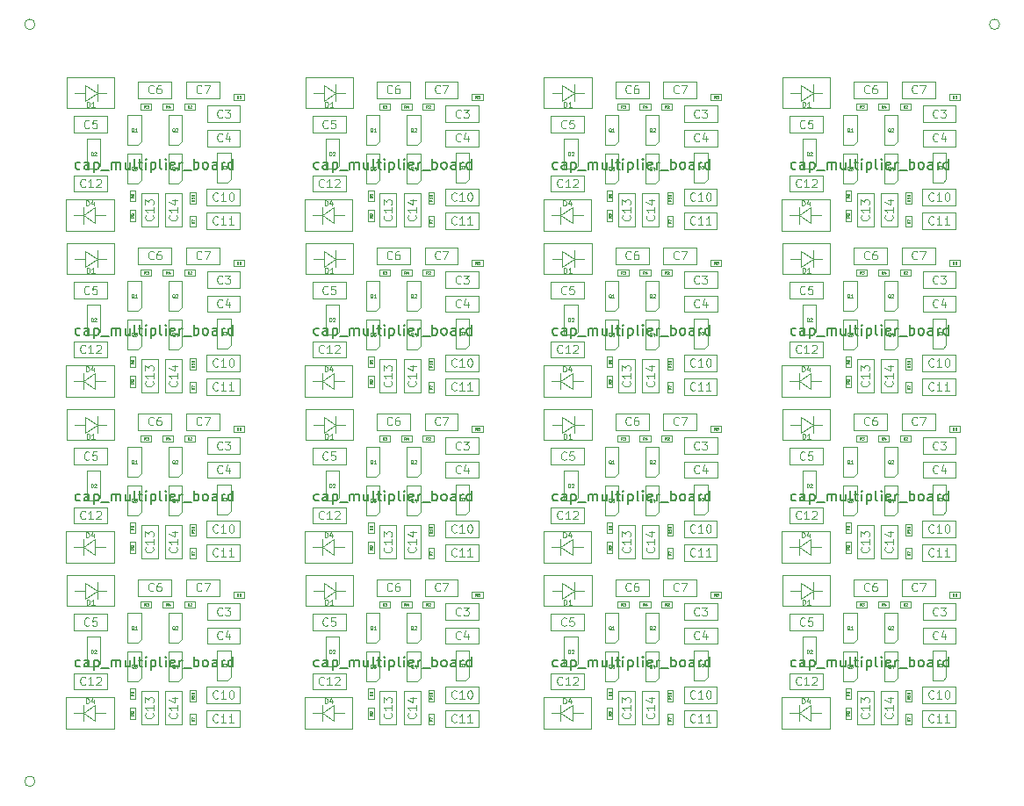
<source format=gbr>
%TF.GenerationSoftware,KiCad,Pcbnew,8.0.9-8.0.9-0~ubuntu24.04.1*%
%TF.CreationDate,2025-07-21T09:14:07-04:00*%
%TF.ProjectId,panel,70616e65-6c2e-46b6-9963-61645f706362,0.1.X*%
%TF.SameCoordinates,Original*%
%TF.FileFunction,AssemblyDrawing,Top*%
%FSLAX46Y46*%
G04 Gerber Fmt 4.6, Leading zero omitted, Abs format (unit mm)*
G04 Created by KiCad (PCBNEW 8.0.9-8.0.9-0~ubuntu24.04.1) date 2025-07-21 09:14:07*
%MOMM*%
%LPD*%
G01*
G04 APERTURE LIST*
%ADD10C,0.120000*%
%ADD11C,0.040000*%
%ADD12C,0.050000*%
%ADD13C,0.100000*%
%ADD14C,0.150000*%
G04 APERTURE END LIST*
D10*
X92135714Y-37737664D02*
X92097618Y-37775760D01*
X92097618Y-37775760D02*
X91983333Y-37813855D01*
X91983333Y-37813855D02*
X91907142Y-37813855D01*
X91907142Y-37813855D02*
X91792856Y-37775760D01*
X91792856Y-37775760D02*
X91716666Y-37699569D01*
X91716666Y-37699569D02*
X91678571Y-37623379D01*
X91678571Y-37623379D02*
X91640475Y-37470998D01*
X91640475Y-37470998D02*
X91640475Y-37356712D01*
X91640475Y-37356712D02*
X91678571Y-37204331D01*
X91678571Y-37204331D02*
X91716666Y-37128140D01*
X91716666Y-37128140D02*
X91792856Y-37051950D01*
X91792856Y-37051950D02*
X91907142Y-37013855D01*
X91907142Y-37013855D02*
X91983333Y-37013855D01*
X91983333Y-37013855D02*
X92097618Y-37051950D01*
X92097618Y-37051950D02*
X92135714Y-37090045D01*
X92897618Y-37813855D02*
X92440475Y-37813855D01*
X92669047Y-37813855D02*
X92669047Y-37013855D01*
X92669047Y-37013855D02*
X92592856Y-37128140D01*
X92592856Y-37128140D02*
X92516666Y-37204331D01*
X92516666Y-37204331D02*
X92440475Y-37242426D01*
X93659523Y-37813855D02*
X93202380Y-37813855D01*
X93430952Y-37813855D02*
X93430952Y-37013855D01*
X93430952Y-37013855D02*
X93354761Y-37128140D01*
X93354761Y-37128140D02*
X93278571Y-37204331D01*
X93278571Y-37204331D02*
X93202380Y-37242426D01*
D11*
X66356667Y-42568200D02*
X66270000Y-42444391D01*
X66208095Y-42568200D02*
X66208095Y-42308200D01*
X66208095Y-42308200D02*
X66307143Y-42308200D01*
X66307143Y-42308200D02*
X66331905Y-42320581D01*
X66331905Y-42320581D02*
X66344286Y-42332962D01*
X66344286Y-42332962D02*
X66356667Y-42357724D01*
X66356667Y-42357724D02*
X66356667Y-42394867D01*
X66356667Y-42394867D02*
X66344286Y-42419629D01*
X66344286Y-42419629D02*
X66331905Y-42432010D01*
X66331905Y-42432010D02*
X66307143Y-42444391D01*
X66307143Y-42444391D02*
X66208095Y-42444391D01*
X66455714Y-42332962D02*
X66468095Y-42320581D01*
X66468095Y-42320581D02*
X66492857Y-42308200D01*
X66492857Y-42308200D02*
X66554762Y-42308200D01*
X66554762Y-42308200D02*
X66579524Y-42320581D01*
X66579524Y-42320581D02*
X66591905Y-42332962D01*
X66591905Y-42332962D02*
X66604286Y-42357724D01*
X66604286Y-42357724D02*
X66604286Y-42382486D01*
X66604286Y-42382486D02*
X66591905Y-42419629D01*
X66591905Y-42419629D02*
X66443333Y-42568200D01*
X66443333Y-42568200D02*
X66604286Y-42568200D01*
D12*
X38044523Y-48575914D02*
X38014047Y-48560676D01*
X38014047Y-48560676D02*
X37983571Y-48530200D01*
X37983571Y-48530200D02*
X37937857Y-48484485D01*
X37937857Y-48484485D02*
X37907380Y-48469247D01*
X37907380Y-48469247D02*
X37876904Y-48469247D01*
X37892142Y-48545438D02*
X37861666Y-48530200D01*
X37861666Y-48530200D02*
X37831190Y-48499723D01*
X37831190Y-48499723D02*
X37815952Y-48438771D01*
X37815952Y-48438771D02*
X37815952Y-48332104D01*
X37815952Y-48332104D02*
X37831190Y-48271152D01*
X37831190Y-48271152D02*
X37861666Y-48240676D01*
X37861666Y-48240676D02*
X37892142Y-48225438D01*
X37892142Y-48225438D02*
X37953095Y-48225438D01*
X37953095Y-48225438D02*
X37983571Y-48240676D01*
X37983571Y-48240676D02*
X38014047Y-48271152D01*
X38014047Y-48271152D02*
X38029285Y-48332104D01*
X38029285Y-48332104D02*
X38029285Y-48438771D01*
X38029285Y-48438771D02*
X38014047Y-48499723D01*
X38014047Y-48499723D02*
X37983571Y-48530200D01*
X37983571Y-48530200D02*
X37953095Y-48545438D01*
X37953095Y-48545438D02*
X37892142Y-48545438D01*
X38135952Y-48225438D02*
X38334047Y-48225438D01*
X38334047Y-48225438D02*
X38227380Y-48347342D01*
X38227380Y-48347342D02*
X38273095Y-48347342D01*
X38273095Y-48347342D02*
X38303571Y-48362580D01*
X38303571Y-48362580D02*
X38318809Y-48377819D01*
X38318809Y-48377819D02*
X38334047Y-48408295D01*
X38334047Y-48408295D02*
X38334047Y-48484485D01*
X38334047Y-48484485D02*
X38318809Y-48514961D01*
X38318809Y-48514961D02*
X38303571Y-48530200D01*
X38303571Y-48530200D02*
X38273095Y-48545438D01*
X38273095Y-48545438D02*
X38181666Y-48545438D01*
X38181666Y-48545438D02*
X38151190Y-48530200D01*
X38151190Y-48530200D02*
X38135952Y-48514961D01*
D10*
X85827664Y-36914285D02*
X85865760Y-36952381D01*
X85865760Y-36952381D02*
X85903855Y-37066666D01*
X85903855Y-37066666D02*
X85903855Y-37142857D01*
X85903855Y-37142857D02*
X85865760Y-37257143D01*
X85865760Y-37257143D02*
X85789569Y-37333333D01*
X85789569Y-37333333D02*
X85713379Y-37371428D01*
X85713379Y-37371428D02*
X85560998Y-37409524D01*
X85560998Y-37409524D02*
X85446712Y-37409524D01*
X85446712Y-37409524D02*
X85294331Y-37371428D01*
X85294331Y-37371428D02*
X85218140Y-37333333D01*
X85218140Y-37333333D02*
X85141950Y-37257143D01*
X85141950Y-37257143D02*
X85103855Y-37142857D01*
X85103855Y-37142857D02*
X85103855Y-37066666D01*
X85103855Y-37066666D02*
X85141950Y-36952381D01*
X85141950Y-36952381D02*
X85180045Y-36914285D01*
X85903855Y-36152381D02*
X85903855Y-36609524D01*
X85903855Y-36380952D02*
X85103855Y-36380952D01*
X85103855Y-36380952D02*
X85218140Y-36457143D01*
X85218140Y-36457143D02*
X85294331Y-36533333D01*
X85294331Y-36533333D02*
X85332426Y-36609524D01*
X85103855Y-35885714D02*
X85103855Y-35390476D01*
X85103855Y-35390476D02*
X85408617Y-35657142D01*
X85408617Y-35657142D02*
X85408617Y-35542857D01*
X85408617Y-35542857D02*
X85446712Y-35466666D01*
X85446712Y-35466666D02*
X85484807Y-35428571D01*
X85484807Y-35428571D02*
X85560998Y-35390476D01*
X85560998Y-35390476D02*
X85751474Y-35390476D01*
X85751474Y-35390476D02*
X85827664Y-35428571D01*
X85827664Y-35428571D02*
X85865760Y-35466666D01*
X85865760Y-35466666D02*
X85903855Y-35542857D01*
X85903855Y-35542857D02*
X85903855Y-35771428D01*
X85903855Y-35771428D02*
X85865760Y-35847619D01*
X85865760Y-35847619D02*
X85827664Y-35885714D01*
D13*
X10435952Y-51983109D02*
X10435952Y-51483109D01*
X10435952Y-51483109D02*
X10555000Y-51483109D01*
X10555000Y-51483109D02*
X10626428Y-51506919D01*
X10626428Y-51506919D02*
X10674047Y-51554538D01*
X10674047Y-51554538D02*
X10697857Y-51602157D01*
X10697857Y-51602157D02*
X10721666Y-51697395D01*
X10721666Y-51697395D02*
X10721666Y-51768823D01*
X10721666Y-51768823D02*
X10697857Y-51864061D01*
X10697857Y-51864061D02*
X10674047Y-51911680D01*
X10674047Y-51911680D02*
X10626428Y-51959300D01*
X10626428Y-51959300D02*
X10555000Y-51983109D01*
X10555000Y-51983109D02*
X10435952Y-51983109D01*
X11150238Y-51649776D02*
X11150238Y-51983109D01*
X11031190Y-51459300D02*
X10912143Y-51816442D01*
X10912143Y-51816442D02*
X11221666Y-51816442D01*
D10*
X42137664Y-36914285D02*
X42175760Y-36952381D01*
X42175760Y-36952381D02*
X42213855Y-37066666D01*
X42213855Y-37066666D02*
X42213855Y-37142857D01*
X42213855Y-37142857D02*
X42175760Y-37257143D01*
X42175760Y-37257143D02*
X42099569Y-37333333D01*
X42099569Y-37333333D02*
X42023379Y-37371428D01*
X42023379Y-37371428D02*
X41870998Y-37409524D01*
X41870998Y-37409524D02*
X41756712Y-37409524D01*
X41756712Y-37409524D02*
X41604331Y-37371428D01*
X41604331Y-37371428D02*
X41528140Y-37333333D01*
X41528140Y-37333333D02*
X41451950Y-37257143D01*
X41451950Y-37257143D02*
X41413855Y-37142857D01*
X41413855Y-37142857D02*
X41413855Y-37066666D01*
X41413855Y-37066666D02*
X41451950Y-36952381D01*
X41451950Y-36952381D02*
X41490045Y-36914285D01*
X42213855Y-36152381D02*
X42213855Y-36609524D01*
X42213855Y-36380952D02*
X41413855Y-36380952D01*
X41413855Y-36380952D02*
X41528140Y-36457143D01*
X41528140Y-36457143D02*
X41604331Y-36533333D01*
X41604331Y-36533333D02*
X41642426Y-36609524D01*
X41680521Y-35466666D02*
X42213855Y-35466666D01*
X41375760Y-35657142D02*
X41947188Y-35847619D01*
X41947188Y-35847619D02*
X41947188Y-35352380D01*
X46135714Y-53737664D02*
X46097618Y-53775760D01*
X46097618Y-53775760D02*
X45983333Y-53813855D01*
X45983333Y-53813855D02*
X45907142Y-53813855D01*
X45907142Y-53813855D02*
X45792856Y-53775760D01*
X45792856Y-53775760D02*
X45716666Y-53699569D01*
X45716666Y-53699569D02*
X45678571Y-53623379D01*
X45678571Y-53623379D02*
X45640475Y-53470998D01*
X45640475Y-53470998D02*
X45640475Y-53356712D01*
X45640475Y-53356712D02*
X45678571Y-53204331D01*
X45678571Y-53204331D02*
X45716666Y-53128140D01*
X45716666Y-53128140D02*
X45792856Y-53051950D01*
X45792856Y-53051950D02*
X45907142Y-53013855D01*
X45907142Y-53013855D02*
X45983333Y-53013855D01*
X45983333Y-53013855D02*
X46097618Y-53051950D01*
X46097618Y-53051950D02*
X46135714Y-53090045D01*
X46897618Y-53813855D02*
X46440475Y-53813855D01*
X46669047Y-53813855D02*
X46669047Y-53013855D01*
X46669047Y-53013855D02*
X46592856Y-53128140D01*
X46592856Y-53128140D02*
X46516666Y-53204331D01*
X46516666Y-53204331D02*
X46440475Y-53242426D01*
X47659523Y-53813855D02*
X47202380Y-53813855D01*
X47430952Y-53813855D02*
X47430952Y-53013855D01*
X47430952Y-53013855D02*
X47354761Y-53128140D01*
X47354761Y-53128140D02*
X47278571Y-53204331D01*
X47278571Y-53204331D02*
X47202380Y-53242426D01*
D12*
X64969523Y-44875914D02*
X64939047Y-44860676D01*
X64939047Y-44860676D02*
X64908571Y-44830200D01*
X64908571Y-44830200D02*
X64862857Y-44784485D01*
X64862857Y-44784485D02*
X64832380Y-44769247D01*
X64832380Y-44769247D02*
X64801904Y-44769247D01*
X64817142Y-44845438D02*
X64786666Y-44830200D01*
X64786666Y-44830200D02*
X64756190Y-44799723D01*
X64756190Y-44799723D02*
X64740952Y-44738771D01*
X64740952Y-44738771D02*
X64740952Y-44632104D01*
X64740952Y-44632104D02*
X64756190Y-44571152D01*
X64756190Y-44571152D02*
X64786666Y-44540676D01*
X64786666Y-44540676D02*
X64817142Y-44525438D01*
X64817142Y-44525438D02*
X64878095Y-44525438D01*
X64878095Y-44525438D02*
X64908571Y-44540676D01*
X64908571Y-44540676D02*
X64939047Y-44571152D01*
X64939047Y-44571152D02*
X64954285Y-44632104D01*
X64954285Y-44632104D02*
X64954285Y-44738771D01*
X64954285Y-44738771D02*
X64939047Y-44799723D01*
X64939047Y-44799723D02*
X64908571Y-44830200D01*
X64908571Y-44830200D02*
X64878095Y-44845438D01*
X64878095Y-44845438D02*
X64817142Y-44845438D01*
X65076190Y-44555914D02*
X65091428Y-44540676D01*
X65091428Y-44540676D02*
X65121904Y-44525438D01*
X65121904Y-44525438D02*
X65198095Y-44525438D01*
X65198095Y-44525438D02*
X65228571Y-44540676D01*
X65228571Y-44540676D02*
X65243809Y-44555914D01*
X65243809Y-44555914D02*
X65259047Y-44586390D01*
X65259047Y-44586390D02*
X65259047Y-44616866D01*
X65259047Y-44616866D02*
X65243809Y-44662580D01*
X65243809Y-44662580D02*
X65060952Y-44845438D01*
X65060952Y-44845438D02*
X65259047Y-44845438D01*
D10*
X88137664Y-20914285D02*
X88175760Y-20952381D01*
X88175760Y-20952381D02*
X88213855Y-21066666D01*
X88213855Y-21066666D02*
X88213855Y-21142857D01*
X88213855Y-21142857D02*
X88175760Y-21257143D01*
X88175760Y-21257143D02*
X88099569Y-21333333D01*
X88099569Y-21333333D02*
X88023379Y-21371428D01*
X88023379Y-21371428D02*
X87870998Y-21409524D01*
X87870998Y-21409524D02*
X87756712Y-21409524D01*
X87756712Y-21409524D02*
X87604331Y-21371428D01*
X87604331Y-21371428D02*
X87528140Y-21333333D01*
X87528140Y-21333333D02*
X87451950Y-21257143D01*
X87451950Y-21257143D02*
X87413855Y-21142857D01*
X87413855Y-21142857D02*
X87413855Y-21066666D01*
X87413855Y-21066666D02*
X87451950Y-20952381D01*
X87451950Y-20952381D02*
X87490045Y-20914285D01*
X88213855Y-20152381D02*
X88213855Y-20609524D01*
X88213855Y-20380952D02*
X87413855Y-20380952D01*
X87413855Y-20380952D02*
X87528140Y-20457143D01*
X87528140Y-20457143D02*
X87604331Y-20533333D01*
X87604331Y-20533333D02*
X87642426Y-20609524D01*
X87680521Y-19466666D02*
X88213855Y-19466666D01*
X87375760Y-19657142D02*
X87947188Y-19847619D01*
X87947188Y-19847619D02*
X87947188Y-19352380D01*
X92541667Y-11437664D02*
X92503571Y-11475760D01*
X92503571Y-11475760D02*
X92389286Y-11513855D01*
X92389286Y-11513855D02*
X92313095Y-11513855D01*
X92313095Y-11513855D02*
X92198809Y-11475760D01*
X92198809Y-11475760D02*
X92122619Y-11399569D01*
X92122619Y-11399569D02*
X92084524Y-11323379D01*
X92084524Y-11323379D02*
X92046428Y-11170998D01*
X92046428Y-11170998D02*
X92046428Y-11056712D01*
X92046428Y-11056712D02*
X92084524Y-10904331D01*
X92084524Y-10904331D02*
X92122619Y-10828140D01*
X92122619Y-10828140D02*
X92198809Y-10751950D01*
X92198809Y-10751950D02*
X92313095Y-10713855D01*
X92313095Y-10713855D02*
X92389286Y-10713855D01*
X92389286Y-10713855D02*
X92503571Y-10751950D01*
X92503571Y-10751950D02*
X92541667Y-10790045D01*
X92808333Y-10713855D02*
X93303571Y-10713855D01*
X93303571Y-10713855D02*
X93036905Y-11018617D01*
X93036905Y-11018617D02*
X93151190Y-11018617D01*
X93151190Y-11018617D02*
X93227381Y-11056712D01*
X93227381Y-11056712D02*
X93265476Y-11094807D01*
X93265476Y-11094807D02*
X93303571Y-11170998D01*
X93303571Y-11170998D02*
X93303571Y-11361474D01*
X93303571Y-11361474D02*
X93265476Y-11437664D01*
X93265476Y-11437664D02*
X93227381Y-11475760D01*
X93227381Y-11475760D02*
X93151190Y-11513855D01*
X93151190Y-11513855D02*
X92922619Y-11513855D01*
X92922619Y-11513855D02*
X92846428Y-11475760D01*
X92846428Y-11475760D02*
X92808333Y-11437664D01*
D11*
X89818200Y-35417142D02*
X89694391Y-35503809D01*
X89818200Y-35565714D02*
X89558200Y-35565714D01*
X89558200Y-35565714D02*
X89558200Y-35466666D01*
X89558200Y-35466666D02*
X89570581Y-35441904D01*
X89570581Y-35441904D02*
X89582962Y-35429523D01*
X89582962Y-35429523D02*
X89607724Y-35417142D01*
X89607724Y-35417142D02*
X89644867Y-35417142D01*
X89644867Y-35417142D02*
X89669629Y-35429523D01*
X89669629Y-35429523D02*
X89682010Y-35441904D01*
X89682010Y-35441904D02*
X89694391Y-35466666D01*
X89694391Y-35466666D02*
X89694391Y-35565714D01*
X89818200Y-35169523D02*
X89818200Y-35318095D01*
X89818200Y-35243809D02*
X89558200Y-35243809D01*
X89558200Y-35243809D02*
X89595343Y-35268571D01*
X89595343Y-35268571D02*
X89620105Y-35293333D01*
X89620105Y-35293333D02*
X89632486Y-35318095D01*
X89558200Y-35008571D02*
X89558200Y-34983809D01*
X89558200Y-34983809D02*
X89570581Y-34959047D01*
X89570581Y-34959047D02*
X89582962Y-34946666D01*
X89582962Y-34946666D02*
X89607724Y-34934285D01*
X89607724Y-34934285D02*
X89657248Y-34921904D01*
X89657248Y-34921904D02*
X89719153Y-34921904D01*
X89719153Y-34921904D02*
X89768677Y-34934285D01*
X89768677Y-34934285D02*
X89793439Y-34946666D01*
X89793439Y-34946666D02*
X89805820Y-34959047D01*
X89805820Y-34959047D02*
X89818200Y-34983809D01*
X89818200Y-34983809D02*
X89818200Y-35008571D01*
X89818200Y-35008571D02*
X89805820Y-35033333D01*
X89805820Y-35033333D02*
X89793439Y-35045714D01*
X89793439Y-35045714D02*
X89768677Y-35058095D01*
X89768677Y-35058095D02*
X89719153Y-35070476D01*
X89719153Y-35070476D02*
X89657248Y-35070476D01*
X89657248Y-35070476D02*
X89607724Y-35058095D01*
X89607724Y-35058095D02*
X89582962Y-35045714D01*
X89582962Y-35045714D02*
X89570581Y-35033333D01*
X89570581Y-35033333D02*
X89558200Y-35008571D01*
X66356667Y-10568200D02*
X66270000Y-10444391D01*
X66208095Y-10568200D02*
X66208095Y-10308200D01*
X66208095Y-10308200D02*
X66307143Y-10308200D01*
X66307143Y-10308200D02*
X66331905Y-10320581D01*
X66331905Y-10320581D02*
X66344286Y-10332962D01*
X66344286Y-10332962D02*
X66356667Y-10357724D01*
X66356667Y-10357724D02*
X66356667Y-10394867D01*
X66356667Y-10394867D02*
X66344286Y-10419629D01*
X66344286Y-10419629D02*
X66331905Y-10432010D01*
X66331905Y-10432010D02*
X66307143Y-10444391D01*
X66307143Y-10444391D02*
X66208095Y-10444391D01*
X66455714Y-10332962D02*
X66468095Y-10320581D01*
X66468095Y-10320581D02*
X66492857Y-10308200D01*
X66492857Y-10308200D02*
X66554762Y-10308200D01*
X66554762Y-10308200D02*
X66579524Y-10320581D01*
X66579524Y-10320581D02*
X66591905Y-10332962D01*
X66591905Y-10332962D02*
X66604286Y-10357724D01*
X66604286Y-10357724D02*
X66604286Y-10382486D01*
X66604286Y-10382486D02*
X66591905Y-10419629D01*
X66591905Y-10419629D02*
X66443333Y-10568200D01*
X66443333Y-10568200D02*
X66604286Y-10568200D01*
D12*
X38044523Y-16575914D02*
X38014047Y-16560676D01*
X38014047Y-16560676D02*
X37983571Y-16530200D01*
X37983571Y-16530200D02*
X37937857Y-16484485D01*
X37937857Y-16484485D02*
X37907380Y-16469247D01*
X37907380Y-16469247D02*
X37876904Y-16469247D01*
X37892142Y-16545438D02*
X37861666Y-16530200D01*
X37861666Y-16530200D02*
X37831190Y-16499723D01*
X37831190Y-16499723D02*
X37815952Y-16438771D01*
X37815952Y-16438771D02*
X37815952Y-16332104D01*
X37815952Y-16332104D02*
X37831190Y-16271152D01*
X37831190Y-16271152D02*
X37861666Y-16240676D01*
X37861666Y-16240676D02*
X37892142Y-16225438D01*
X37892142Y-16225438D02*
X37953095Y-16225438D01*
X37953095Y-16225438D02*
X37983571Y-16240676D01*
X37983571Y-16240676D02*
X38014047Y-16271152D01*
X38014047Y-16271152D02*
X38029285Y-16332104D01*
X38029285Y-16332104D02*
X38029285Y-16438771D01*
X38029285Y-16438771D02*
X38014047Y-16499723D01*
X38014047Y-16499723D02*
X37983571Y-16530200D01*
X37983571Y-16530200D02*
X37953095Y-16545438D01*
X37953095Y-16545438D02*
X37892142Y-16545438D01*
X38135952Y-16225438D02*
X38334047Y-16225438D01*
X38334047Y-16225438D02*
X38227380Y-16347342D01*
X38227380Y-16347342D02*
X38273095Y-16347342D01*
X38273095Y-16347342D02*
X38303571Y-16362580D01*
X38303571Y-16362580D02*
X38318809Y-16377819D01*
X38318809Y-16377819D02*
X38334047Y-16408295D01*
X38334047Y-16408295D02*
X38334047Y-16484485D01*
X38334047Y-16484485D02*
X38318809Y-16514961D01*
X38318809Y-16514961D02*
X38303571Y-16530200D01*
X38303571Y-16530200D02*
X38273095Y-16545438D01*
X38273095Y-16545438D02*
X38181666Y-16545438D01*
X38181666Y-16545438D02*
X38151190Y-16530200D01*
X38151190Y-16530200D02*
X38135952Y-16514961D01*
D11*
X20818200Y-35417142D02*
X20694391Y-35503809D01*
X20818200Y-35565714D02*
X20558200Y-35565714D01*
X20558200Y-35565714D02*
X20558200Y-35466666D01*
X20558200Y-35466666D02*
X20570581Y-35441904D01*
X20570581Y-35441904D02*
X20582962Y-35429523D01*
X20582962Y-35429523D02*
X20607724Y-35417142D01*
X20607724Y-35417142D02*
X20644867Y-35417142D01*
X20644867Y-35417142D02*
X20669629Y-35429523D01*
X20669629Y-35429523D02*
X20682010Y-35441904D01*
X20682010Y-35441904D02*
X20694391Y-35466666D01*
X20694391Y-35466666D02*
X20694391Y-35565714D01*
X20818200Y-35169523D02*
X20818200Y-35318095D01*
X20818200Y-35243809D02*
X20558200Y-35243809D01*
X20558200Y-35243809D02*
X20595343Y-35268571D01*
X20595343Y-35268571D02*
X20620105Y-35293333D01*
X20620105Y-35293333D02*
X20632486Y-35318095D01*
X20558200Y-35008571D02*
X20558200Y-34983809D01*
X20558200Y-34983809D02*
X20570581Y-34959047D01*
X20570581Y-34959047D02*
X20582962Y-34946666D01*
X20582962Y-34946666D02*
X20607724Y-34934285D01*
X20607724Y-34934285D02*
X20657248Y-34921904D01*
X20657248Y-34921904D02*
X20719153Y-34921904D01*
X20719153Y-34921904D02*
X20768677Y-34934285D01*
X20768677Y-34934285D02*
X20793439Y-34946666D01*
X20793439Y-34946666D02*
X20805820Y-34959047D01*
X20805820Y-34959047D02*
X20818200Y-34983809D01*
X20818200Y-34983809D02*
X20818200Y-35008571D01*
X20818200Y-35008571D02*
X20805820Y-35033333D01*
X20805820Y-35033333D02*
X20793439Y-35045714D01*
X20793439Y-35045714D02*
X20768677Y-35058095D01*
X20768677Y-35058095D02*
X20719153Y-35070476D01*
X20719153Y-35070476D02*
X20657248Y-35070476D01*
X20657248Y-35070476D02*
X20607724Y-35058095D01*
X20607724Y-35058095D02*
X20582962Y-35045714D01*
X20582962Y-35045714D02*
X20570581Y-35033333D01*
X20570581Y-35033333D02*
X20558200Y-35008571D01*
X15018200Y-35093332D02*
X14894391Y-35179999D01*
X15018200Y-35241904D02*
X14758200Y-35241904D01*
X14758200Y-35241904D02*
X14758200Y-35142856D01*
X14758200Y-35142856D02*
X14770581Y-35118094D01*
X14770581Y-35118094D02*
X14782962Y-35105713D01*
X14782962Y-35105713D02*
X14807724Y-35093332D01*
X14807724Y-35093332D02*
X14844867Y-35093332D01*
X14844867Y-35093332D02*
X14869629Y-35105713D01*
X14869629Y-35105713D02*
X14882010Y-35118094D01*
X14882010Y-35118094D02*
X14894391Y-35142856D01*
X14894391Y-35142856D02*
X14894391Y-35241904D01*
X14869629Y-34944761D02*
X14857248Y-34969523D01*
X14857248Y-34969523D02*
X14844867Y-34981904D01*
X14844867Y-34981904D02*
X14820105Y-34994285D01*
X14820105Y-34994285D02*
X14807724Y-34994285D01*
X14807724Y-34994285D02*
X14782962Y-34981904D01*
X14782962Y-34981904D02*
X14770581Y-34969523D01*
X14770581Y-34969523D02*
X14758200Y-34944761D01*
X14758200Y-34944761D02*
X14758200Y-34895237D01*
X14758200Y-34895237D02*
X14770581Y-34870475D01*
X14770581Y-34870475D02*
X14782962Y-34858094D01*
X14782962Y-34858094D02*
X14807724Y-34845713D01*
X14807724Y-34845713D02*
X14820105Y-34845713D01*
X14820105Y-34845713D02*
X14844867Y-34858094D01*
X14844867Y-34858094D02*
X14857248Y-34870475D01*
X14857248Y-34870475D02*
X14869629Y-34895237D01*
X14869629Y-34895237D02*
X14869629Y-34944761D01*
X14869629Y-34944761D02*
X14882010Y-34969523D01*
X14882010Y-34969523D02*
X14894391Y-34981904D01*
X14894391Y-34981904D02*
X14919153Y-34994285D01*
X14919153Y-34994285D02*
X14968677Y-34994285D01*
X14968677Y-34994285D02*
X14993439Y-34981904D01*
X14993439Y-34981904D02*
X15005820Y-34969523D01*
X15005820Y-34969523D02*
X15018200Y-34944761D01*
X15018200Y-34944761D02*
X15018200Y-34895237D01*
X15018200Y-34895237D02*
X15005820Y-34870475D01*
X15005820Y-34870475D02*
X14993439Y-34858094D01*
X14993439Y-34858094D02*
X14968677Y-34845713D01*
X14968677Y-34845713D02*
X14919153Y-34845713D01*
X14919153Y-34845713D02*
X14894391Y-34858094D01*
X14894391Y-34858094D02*
X14882010Y-34870475D01*
X14882010Y-34870475D02*
X14869629Y-34895237D01*
D10*
X69541667Y-29737664D02*
X69503571Y-29775760D01*
X69503571Y-29775760D02*
X69389286Y-29813855D01*
X69389286Y-29813855D02*
X69313095Y-29813855D01*
X69313095Y-29813855D02*
X69198809Y-29775760D01*
X69198809Y-29775760D02*
X69122619Y-29699569D01*
X69122619Y-29699569D02*
X69084524Y-29623379D01*
X69084524Y-29623379D02*
X69046428Y-29470998D01*
X69046428Y-29470998D02*
X69046428Y-29356712D01*
X69046428Y-29356712D02*
X69084524Y-29204331D01*
X69084524Y-29204331D02*
X69122619Y-29128140D01*
X69122619Y-29128140D02*
X69198809Y-29051950D01*
X69198809Y-29051950D02*
X69313095Y-29013855D01*
X69313095Y-29013855D02*
X69389286Y-29013855D01*
X69389286Y-29013855D02*
X69503571Y-29051950D01*
X69503571Y-29051950D02*
X69541667Y-29090045D01*
X70227381Y-29280521D02*
X70227381Y-29813855D01*
X70036905Y-28975760D02*
X69846428Y-29547188D01*
X69846428Y-29547188D02*
X70341667Y-29547188D01*
D12*
X64969523Y-16575914D02*
X64939047Y-16560676D01*
X64939047Y-16560676D02*
X64908571Y-16530200D01*
X64908571Y-16530200D02*
X64862857Y-16484485D01*
X64862857Y-16484485D02*
X64832380Y-16469247D01*
X64832380Y-16469247D02*
X64801904Y-16469247D01*
X64817142Y-16545438D02*
X64786666Y-16530200D01*
X64786666Y-16530200D02*
X64756190Y-16499723D01*
X64756190Y-16499723D02*
X64740952Y-16438771D01*
X64740952Y-16438771D02*
X64740952Y-16332104D01*
X64740952Y-16332104D02*
X64756190Y-16271152D01*
X64756190Y-16271152D02*
X64786666Y-16240676D01*
X64786666Y-16240676D02*
X64817142Y-16225438D01*
X64817142Y-16225438D02*
X64878095Y-16225438D01*
X64878095Y-16225438D02*
X64908571Y-16240676D01*
X64908571Y-16240676D02*
X64939047Y-16271152D01*
X64939047Y-16271152D02*
X64954285Y-16332104D01*
X64954285Y-16332104D02*
X64954285Y-16438771D01*
X64954285Y-16438771D02*
X64939047Y-16499723D01*
X64939047Y-16499723D02*
X64908571Y-16530200D01*
X64908571Y-16530200D02*
X64878095Y-16545438D01*
X64878095Y-16545438D02*
X64817142Y-16545438D01*
X65228571Y-16332104D02*
X65228571Y-16545438D01*
X65152380Y-16210200D02*
X65076190Y-16438771D01*
X65076190Y-16438771D02*
X65274285Y-16438771D01*
D11*
X71106667Y-9618200D02*
X71020000Y-9494391D01*
X70958095Y-9618200D02*
X70958095Y-9358200D01*
X70958095Y-9358200D02*
X71057143Y-9358200D01*
X71057143Y-9358200D02*
X71081905Y-9370581D01*
X71081905Y-9370581D02*
X71094286Y-9382962D01*
X71094286Y-9382962D02*
X71106667Y-9407724D01*
X71106667Y-9407724D02*
X71106667Y-9444867D01*
X71106667Y-9444867D02*
X71094286Y-9469629D01*
X71094286Y-9469629D02*
X71081905Y-9482010D01*
X71081905Y-9482010D02*
X71057143Y-9494391D01*
X71057143Y-9494391D02*
X70958095Y-9494391D01*
X71341905Y-9358200D02*
X71218095Y-9358200D01*
X71218095Y-9358200D02*
X71205714Y-9482010D01*
X71205714Y-9482010D02*
X71218095Y-9469629D01*
X71218095Y-9469629D02*
X71242857Y-9457248D01*
X71242857Y-9457248D02*
X71304762Y-9457248D01*
X71304762Y-9457248D02*
X71329524Y-9469629D01*
X71329524Y-9469629D02*
X71341905Y-9482010D01*
X71341905Y-9482010D02*
X71354286Y-9506772D01*
X71354286Y-9506772D02*
X71354286Y-9568677D01*
X71354286Y-9568677D02*
X71341905Y-9593439D01*
X71341905Y-9593439D02*
X71329524Y-9605820D01*
X71329524Y-9605820D02*
X71304762Y-9618200D01*
X71304762Y-9618200D02*
X71242857Y-9618200D01*
X71242857Y-9618200D02*
X71218095Y-9605820D01*
X71218095Y-9605820D02*
X71205714Y-9593439D01*
X89818200Y-69543332D02*
X89694391Y-69629999D01*
X89818200Y-69691904D02*
X89558200Y-69691904D01*
X89558200Y-69691904D02*
X89558200Y-69592856D01*
X89558200Y-69592856D02*
X89570581Y-69568094D01*
X89570581Y-69568094D02*
X89582962Y-69555713D01*
X89582962Y-69555713D02*
X89607724Y-69543332D01*
X89607724Y-69543332D02*
X89644867Y-69543332D01*
X89644867Y-69543332D02*
X89669629Y-69555713D01*
X89669629Y-69555713D02*
X89682010Y-69568094D01*
X89682010Y-69568094D02*
X89694391Y-69592856D01*
X89694391Y-69592856D02*
X89694391Y-69691904D01*
X89558200Y-69456666D02*
X89558200Y-69283332D01*
X89558200Y-69283332D02*
X89818200Y-69394761D01*
X43818200Y-67417142D02*
X43694391Y-67503809D01*
X43818200Y-67565714D02*
X43558200Y-67565714D01*
X43558200Y-67565714D02*
X43558200Y-67466666D01*
X43558200Y-67466666D02*
X43570581Y-67441904D01*
X43570581Y-67441904D02*
X43582962Y-67429523D01*
X43582962Y-67429523D02*
X43607724Y-67417142D01*
X43607724Y-67417142D02*
X43644867Y-67417142D01*
X43644867Y-67417142D02*
X43669629Y-67429523D01*
X43669629Y-67429523D02*
X43682010Y-67441904D01*
X43682010Y-67441904D02*
X43694391Y-67466666D01*
X43694391Y-67466666D02*
X43694391Y-67565714D01*
X43818200Y-67169523D02*
X43818200Y-67318095D01*
X43818200Y-67243809D02*
X43558200Y-67243809D01*
X43558200Y-67243809D02*
X43595343Y-67268571D01*
X43595343Y-67268571D02*
X43620105Y-67293333D01*
X43620105Y-67293333D02*
X43632486Y-67318095D01*
X43558200Y-67008571D02*
X43558200Y-66983809D01*
X43558200Y-66983809D02*
X43570581Y-66959047D01*
X43570581Y-66959047D02*
X43582962Y-66946666D01*
X43582962Y-66946666D02*
X43607724Y-66934285D01*
X43607724Y-66934285D02*
X43657248Y-66921904D01*
X43657248Y-66921904D02*
X43719153Y-66921904D01*
X43719153Y-66921904D02*
X43768677Y-66934285D01*
X43768677Y-66934285D02*
X43793439Y-66946666D01*
X43793439Y-66946666D02*
X43805820Y-66959047D01*
X43805820Y-66959047D02*
X43818200Y-66983809D01*
X43818200Y-66983809D02*
X43818200Y-67008571D01*
X43818200Y-67008571D02*
X43805820Y-67033333D01*
X43805820Y-67033333D02*
X43793439Y-67045714D01*
X43793439Y-67045714D02*
X43768677Y-67058095D01*
X43768677Y-67058095D02*
X43719153Y-67070476D01*
X43719153Y-67070476D02*
X43657248Y-67070476D01*
X43657248Y-67070476D02*
X43607724Y-67058095D01*
X43607724Y-67058095D02*
X43582962Y-67045714D01*
X43582962Y-67045714D02*
X43570581Y-67033333D01*
X43570581Y-67033333D02*
X43558200Y-67008571D01*
D10*
X88137664Y-36914285D02*
X88175760Y-36952381D01*
X88175760Y-36952381D02*
X88213855Y-37066666D01*
X88213855Y-37066666D02*
X88213855Y-37142857D01*
X88213855Y-37142857D02*
X88175760Y-37257143D01*
X88175760Y-37257143D02*
X88099569Y-37333333D01*
X88099569Y-37333333D02*
X88023379Y-37371428D01*
X88023379Y-37371428D02*
X87870998Y-37409524D01*
X87870998Y-37409524D02*
X87756712Y-37409524D01*
X87756712Y-37409524D02*
X87604331Y-37371428D01*
X87604331Y-37371428D02*
X87528140Y-37333333D01*
X87528140Y-37333333D02*
X87451950Y-37257143D01*
X87451950Y-37257143D02*
X87413855Y-37142857D01*
X87413855Y-37142857D02*
X87413855Y-37066666D01*
X87413855Y-37066666D02*
X87451950Y-36952381D01*
X87451950Y-36952381D02*
X87490045Y-36914285D01*
X88213855Y-36152381D02*
X88213855Y-36609524D01*
X88213855Y-36380952D02*
X87413855Y-36380952D01*
X87413855Y-36380952D02*
X87528140Y-36457143D01*
X87528140Y-36457143D02*
X87604331Y-36533333D01*
X87604331Y-36533333D02*
X87642426Y-36609524D01*
X87680521Y-35466666D02*
X88213855Y-35466666D01*
X87375760Y-35657142D02*
X87947188Y-35847619D01*
X87947188Y-35847619D02*
X87947188Y-35352380D01*
X92135714Y-35437664D02*
X92097618Y-35475760D01*
X92097618Y-35475760D02*
X91983333Y-35513855D01*
X91983333Y-35513855D02*
X91907142Y-35513855D01*
X91907142Y-35513855D02*
X91792856Y-35475760D01*
X91792856Y-35475760D02*
X91716666Y-35399569D01*
X91716666Y-35399569D02*
X91678571Y-35323379D01*
X91678571Y-35323379D02*
X91640475Y-35170998D01*
X91640475Y-35170998D02*
X91640475Y-35056712D01*
X91640475Y-35056712D02*
X91678571Y-34904331D01*
X91678571Y-34904331D02*
X91716666Y-34828140D01*
X91716666Y-34828140D02*
X91792856Y-34751950D01*
X91792856Y-34751950D02*
X91907142Y-34713855D01*
X91907142Y-34713855D02*
X91983333Y-34713855D01*
X91983333Y-34713855D02*
X92097618Y-34751950D01*
X92097618Y-34751950D02*
X92135714Y-34790045D01*
X92897618Y-35513855D02*
X92440475Y-35513855D01*
X92669047Y-35513855D02*
X92669047Y-34713855D01*
X92669047Y-34713855D02*
X92592856Y-34828140D01*
X92592856Y-34828140D02*
X92516666Y-34904331D01*
X92516666Y-34904331D02*
X92440475Y-34942426D01*
X93392857Y-34713855D02*
X93469047Y-34713855D01*
X93469047Y-34713855D02*
X93545238Y-34751950D01*
X93545238Y-34751950D02*
X93583333Y-34790045D01*
X93583333Y-34790045D02*
X93621428Y-34866236D01*
X93621428Y-34866236D02*
X93659523Y-35018617D01*
X93659523Y-35018617D02*
X93659523Y-35209093D01*
X93659523Y-35209093D02*
X93621428Y-35361474D01*
X93621428Y-35361474D02*
X93583333Y-35437664D01*
X93583333Y-35437664D02*
X93545238Y-35475760D01*
X93545238Y-35475760D02*
X93469047Y-35513855D01*
X93469047Y-35513855D02*
X93392857Y-35513855D01*
X93392857Y-35513855D02*
X93316666Y-35475760D01*
X93316666Y-35475760D02*
X93278571Y-35437664D01*
X93278571Y-35437664D02*
X93240476Y-35361474D01*
X93240476Y-35361474D02*
X93202380Y-35209093D01*
X93202380Y-35209093D02*
X93202380Y-35018617D01*
X93202380Y-35018617D02*
X93240476Y-34866236D01*
X93240476Y-34866236D02*
X93278571Y-34790045D01*
X93278571Y-34790045D02*
X93316666Y-34751950D01*
X93316666Y-34751950D02*
X93392857Y-34713855D01*
X69135714Y-37737664D02*
X69097618Y-37775760D01*
X69097618Y-37775760D02*
X68983333Y-37813855D01*
X68983333Y-37813855D02*
X68907142Y-37813855D01*
X68907142Y-37813855D02*
X68792856Y-37775760D01*
X68792856Y-37775760D02*
X68716666Y-37699569D01*
X68716666Y-37699569D02*
X68678571Y-37623379D01*
X68678571Y-37623379D02*
X68640475Y-37470998D01*
X68640475Y-37470998D02*
X68640475Y-37356712D01*
X68640475Y-37356712D02*
X68678571Y-37204331D01*
X68678571Y-37204331D02*
X68716666Y-37128140D01*
X68716666Y-37128140D02*
X68792856Y-37051950D01*
X68792856Y-37051950D02*
X68907142Y-37013855D01*
X68907142Y-37013855D02*
X68983333Y-37013855D01*
X68983333Y-37013855D02*
X69097618Y-37051950D01*
X69097618Y-37051950D02*
X69135714Y-37090045D01*
X69897618Y-37813855D02*
X69440475Y-37813855D01*
X69669047Y-37813855D02*
X69669047Y-37013855D01*
X69669047Y-37013855D02*
X69592856Y-37128140D01*
X69592856Y-37128140D02*
X69516666Y-37204331D01*
X69516666Y-37204331D02*
X69440475Y-37242426D01*
X70659523Y-37813855D02*
X70202380Y-37813855D01*
X70430952Y-37813855D02*
X70430952Y-37013855D01*
X70430952Y-37013855D02*
X70354761Y-37128140D01*
X70354761Y-37128140D02*
X70278571Y-37204331D01*
X70278571Y-37204331D02*
X70202380Y-37242426D01*
X79716667Y-28437664D02*
X79678571Y-28475760D01*
X79678571Y-28475760D02*
X79564286Y-28513855D01*
X79564286Y-28513855D02*
X79488095Y-28513855D01*
X79488095Y-28513855D02*
X79373809Y-28475760D01*
X79373809Y-28475760D02*
X79297619Y-28399569D01*
X79297619Y-28399569D02*
X79259524Y-28323379D01*
X79259524Y-28323379D02*
X79221428Y-28170998D01*
X79221428Y-28170998D02*
X79221428Y-28056712D01*
X79221428Y-28056712D02*
X79259524Y-27904331D01*
X79259524Y-27904331D02*
X79297619Y-27828140D01*
X79297619Y-27828140D02*
X79373809Y-27751950D01*
X79373809Y-27751950D02*
X79488095Y-27713855D01*
X79488095Y-27713855D02*
X79564286Y-27713855D01*
X79564286Y-27713855D02*
X79678571Y-27751950D01*
X79678571Y-27751950D02*
X79716667Y-27790045D01*
X80440476Y-27713855D02*
X80059524Y-27713855D01*
X80059524Y-27713855D02*
X80021428Y-28094807D01*
X80021428Y-28094807D02*
X80059524Y-28056712D01*
X80059524Y-28056712D02*
X80135714Y-28018617D01*
X80135714Y-28018617D02*
X80326190Y-28018617D01*
X80326190Y-28018617D02*
X80402381Y-28056712D01*
X80402381Y-28056712D02*
X80440476Y-28094807D01*
X80440476Y-28094807D02*
X80478571Y-28170998D01*
X80478571Y-28170998D02*
X80478571Y-28361474D01*
X80478571Y-28361474D02*
X80440476Y-28437664D01*
X80440476Y-28437664D02*
X80402381Y-28475760D01*
X80402381Y-28475760D02*
X80326190Y-28513855D01*
X80326190Y-28513855D02*
X80135714Y-28513855D01*
X80135714Y-28513855D02*
X80059524Y-28475760D01*
X80059524Y-28475760D02*
X80021428Y-28437664D01*
D11*
X48106667Y-57618200D02*
X48020000Y-57494391D01*
X47958095Y-57618200D02*
X47958095Y-57358200D01*
X47958095Y-57358200D02*
X48057143Y-57358200D01*
X48057143Y-57358200D02*
X48081905Y-57370581D01*
X48081905Y-57370581D02*
X48094286Y-57382962D01*
X48094286Y-57382962D02*
X48106667Y-57407724D01*
X48106667Y-57407724D02*
X48106667Y-57444867D01*
X48106667Y-57444867D02*
X48094286Y-57469629D01*
X48094286Y-57469629D02*
X48081905Y-57482010D01*
X48081905Y-57482010D02*
X48057143Y-57494391D01*
X48057143Y-57494391D02*
X47958095Y-57494391D01*
X48341905Y-57358200D02*
X48218095Y-57358200D01*
X48218095Y-57358200D02*
X48205714Y-57482010D01*
X48205714Y-57482010D02*
X48218095Y-57469629D01*
X48218095Y-57469629D02*
X48242857Y-57457248D01*
X48242857Y-57457248D02*
X48304762Y-57457248D01*
X48304762Y-57457248D02*
X48329524Y-57469629D01*
X48329524Y-57469629D02*
X48341905Y-57482010D01*
X48341905Y-57482010D02*
X48354286Y-57506772D01*
X48354286Y-57506772D02*
X48354286Y-57568677D01*
X48354286Y-57568677D02*
X48341905Y-57593439D01*
X48341905Y-57593439D02*
X48329524Y-57605820D01*
X48329524Y-57605820D02*
X48304762Y-57618200D01*
X48304762Y-57618200D02*
X48242857Y-57618200D01*
X48242857Y-57618200D02*
X48218095Y-57605820D01*
X48218095Y-57605820D02*
X48205714Y-57593439D01*
D13*
X56435952Y-19983109D02*
X56435952Y-19483109D01*
X56435952Y-19483109D02*
X56555000Y-19483109D01*
X56555000Y-19483109D02*
X56626428Y-19506919D01*
X56626428Y-19506919D02*
X56674047Y-19554538D01*
X56674047Y-19554538D02*
X56697857Y-19602157D01*
X56697857Y-19602157D02*
X56721666Y-19697395D01*
X56721666Y-19697395D02*
X56721666Y-19768823D01*
X56721666Y-19768823D02*
X56697857Y-19864061D01*
X56697857Y-19864061D02*
X56674047Y-19911680D01*
X56674047Y-19911680D02*
X56626428Y-19959300D01*
X56626428Y-19959300D02*
X56555000Y-19983109D01*
X56555000Y-19983109D02*
X56435952Y-19983109D01*
X57150238Y-19649776D02*
X57150238Y-19983109D01*
X57031190Y-19459300D02*
X56912143Y-19816442D01*
X56912143Y-19816442D02*
X57221666Y-19816442D01*
D10*
X23135714Y-53737664D02*
X23097618Y-53775760D01*
X23097618Y-53775760D02*
X22983333Y-53813855D01*
X22983333Y-53813855D02*
X22907142Y-53813855D01*
X22907142Y-53813855D02*
X22792856Y-53775760D01*
X22792856Y-53775760D02*
X22716666Y-53699569D01*
X22716666Y-53699569D02*
X22678571Y-53623379D01*
X22678571Y-53623379D02*
X22640475Y-53470998D01*
X22640475Y-53470998D02*
X22640475Y-53356712D01*
X22640475Y-53356712D02*
X22678571Y-53204331D01*
X22678571Y-53204331D02*
X22716666Y-53128140D01*
X22716666Y-53128140D02*
X22792856Y-53051950D01*
X22792856Y-53051950D02*
X22907142Y-53013855D01*
X22907142Y-53013855D02*
X22983333Y-53013855D01*
X22983333Y-53013855D02*
X23097618Y-53051950D01*
X23097618Y-53051950D02*
X23135714Y-53090045D01*
X23897618Y-53813855D02*
X23440475Y-53813855D01*
X23669047Y-53813855D02*
X23669047Y-53013855D01*
X23669047Y-53013855D02*
X23592856Y-53128140D01*
X23592856Y-53128140D02*
X23516666Y-53204331D01*
X23516666Y-53204331D02*
X23440475Y-53242426D01*
X24659523Y-53813855D02*
X24202380Y-53813855D01*
X24430952Y-53813855D02*
X24430952Y-53013855D01*
X24430952Y-53013855D02*
X24354761Y-53128140D01*
X24354761Y-53128140D02*
X24278571Y-53204331D01*
X24278571Y-53204331D02*
X24202380Y-53242426D01*
D12*
X15044523Y-64575914D02*
X15014047Y-64560676D01*
X15014047Y-64560676D02*
X14983571Y-64530200D01*
X14983571Y-64530200D02*
X14937857Y-64484485D01*
X14937857Y-64484485D02*
X14907380Y-64469247D01*
X14907380Y-64469247D02*
X14876904Y-64469247D01*
X14892142Y-64545438D02*
X14861666Y-64530200D01*
X14861666Y-64530200D02*
X14831190Y-64499723D01*
X14831190Y-64499723D02*
X14815952Y-64438771D01*
X14815952Y-64438771D02*
X14815952Y-64332104D01*
X14815952Y-64332104D02*
X14831190Y-64271152D01*
X14831190Y-64271152D02*
X14861666Y-64240676D01*
X14861666Y-64240676D02*
X14892142Y-64225438D01*
X14892142Y-64225438D02*
X14953095Y-64225438D01*
X14953095Y-64225438D02*
X14983571Y-64240676D01*
X14983571Y-64240676D02*
X15014047Y-64271152D01*
X15014047Y-64271152D02*
X15029285Y-64332104D01*
X15029285Y-64332104D02*
X15029285Y-64438771D01*
X15029285Y-64438771D02*
X15014047Y-64499723D01*
X15014047Y-64499723D02*
X14983571Y-64530200D01*
X14983571Y-64530200D02*
X14953095Y-64545438D01*
X14953095Y-64545438D02*
X14892142Y-64545438D01*
X15135952Y-64225438D02*
X15334047Y-64225438D01*
X15334047Y-64225438D02*
X15227380Y-64347342D01*
X15227380Y-64347342D02*
X15273095Y-64347342D01*
X15273095Y-64347342D02*
X15303571Y-64362580D01*
X15303571Y-64362580D02*
X15318809Y-64377819D01*
X15318809Y-64377819D02*
X15334047Y-64408295D01*
X15334047Y-64408295D02*
X15334047Y-64484485D01*
X15334047Y-64484485D02*
X15318809Y-64514961D01*
X15318809Y-64514961D02*
X15303571Y-64530200D01*
X15303571Y-64530200D02*
X15273095Y-64545438D01*
X15273095Y-64545438D02*
X15181666Y-64545438D01*
X15181666Y-64545438D02*
X15151190Y-64530200D01*
X15151190Y-64530200D02*
X15135952Y-64514961D01*
D10*
X79716667Y-12437664D02*
X79678571Y-12475760D01*
X79678571Y-12475760D02*
X79564286Y-12513855D01*
X79564286Y-12513855D02*
X79488095Y-12513855D01*
X79488095Y-12513855D02*
X79373809Y-12475760D01*
X79373809Y-12475760D02*
X79297619Y-12399569D01*
X79297619Y-12399569D02*
X79259524Y-12323379D01*
X79259524Y-12323379D02*
X79221428Y-12170998D01*
X79221428Y-12170998D02*
X79221428Y-12056712D01*
X79221428Y-12056712D02*
X79259524Y-11904331D01*
X79259524Y-11904331D02*
X79297619Y-11828140D01*
X79297619Y-11828140D02*
X79373809Y-11751950D01*
X79373809Y-11751950D02*
X79488095Y-11713855D01*
X79488095Y-11713855D02*
X79564286Y-11713855D01*
X79564286Y-11713855D02*
X79678571Y-11751950D01*
X79678571Y-11751950D02*
X79716667Y-11790045D01*
X80440476Y-11713855D02*
X80059524Y-11713855D01*
X80059524Y-11713855D02*
X80021428Y-12094807D01*
X80021428Y-12094807D02*
X80059524Y-12056712D01*
X80059524Y-12056712D02*
X80135714Y-12018617D01*
X80135714Y-12018617D02*
X80326190Y-12018617D01*
X80326190Y-12018617D02*
X80402381Y-12056712D01*
X80402381Y-12056712D02*
X80440476Y-12094807D01*
X80440476Y-12094807D02*
X80478571Y-12170998D01*
X80478571Y-12170998D02*
X80478571Y-12361474D01*
X80478571Y-12361474D02*
X80440476Y-12437664D01*
X80440476Y-12437664D02*
X80402381Y-12475760D01*
X80402381Y-12475760D02*
X80326190Y-12513855D01*
X80326190Y-12513855D02*
X80135714Y-12513855D01*
X80135714Y-12513855D02*
X80059524Y-12475760D01*
X80059524Y-12475760D02*
X80021428Y-12437664D01*
X19137664Y-36914285D02*
X19175760Y-36952381D01*
X19175760Y-36952381D02*
X19213855Y-37066666D01*
X19213855Y-37066666D02*
X19213855Y-37142857D01*
X19213855Y-37142857D02*
X19175760Y-37257143D01*
X19175760Y-37257143D02*
X19099569Y-37333333D01*
X19099569Y-37333333D02*
X19023379Y-37371428D01*
X19023379Y-37371428D02*
X18870998Y-37409524D01*
X18870998Y-37409524D02*
X18756712Y-37409524D01*
X18756712Y-37409524D02*
X18604331Y-37371428D01*
X18604331Y-37371428D02*
X18528140Y-37333333D01*
X18528140Y-37333333D02*
X18451950Y-37257143D01*
X18451950Y-37257143D02*
X18413855Y-37142857D01*
X18413855Y-37142857D02*
X18413855Y-37066666D01*
X18413855Y-37066666D02*
X18451950Y-36952381D01*
X18451950Y-36952381D02*
X18490045Y-36914285D01*
X19213855Y-36152381D02*
X19213855Y-36609524D01*
X19213855Y-36380952D02*
X18413855Y-36380952D01*
X18413855Y-36380952D02*
X18528140Y-36457143D01*
X18528140Y-36457143D02*
X18604331Y-36533333D01*
X18604331Y-36533333D02*
X18642426Y-36609524D01*
X18680521Y-35466666D02*
X19213855Y-35466666D01*
X18375760Y-35657142D02*
X18947188Y-35847619D01*
X18947188Y-35847619D02*
X18947188Y-35352380D01*
D12*
X46463809Y-32445438D02*
X46463809Y-32125438D01*
X46463809Y-32125438D02*
X46539999Y-32125438D01*
X46539999Y-32125438D02*
X46585714Y-32140676D01*
X46585714Y-32140676D02*
X46616190Y-32171152D01*
X46616190Y-32171152D02*
X46631428Y-32201628D01*
X46631428Y-32201628D02*
X46646666Y-32262580D01*
X46646666Y-32262580D02*
X46646666Y-32308295D01*
X46646666Y-32308295D02*
X46631428Y-32369247D01*
X46631428Y-32369247D02*
X46616190Y-32399723D01*
X46616190Y-32399723D02*
X46585714Y-32430200D01*
X46585714Y-32430200D02*
X46539999Y-32445438D01*
X46539999Y-32445438D02*
X46463809Y-32445438D01*
X46753333Y-32125438D02*
X46951428Y-32125438D01*
X46951428Y-32125438D02*
X46844761Y-32247342D01*
X46844761Y-32247342D02*
X46890476Y-32247342D01*
X46890476Y-32247342D02*
X46920952Y-32262580D01*
X46920952Y-32262580D02*
X46936190Y-32277819D01*
X46936190Y-32277819D02*
X46951428Y-32308295D01*
X46951428Y-32308295D02*
X46951428Y-32384485D01*
X46951428Y-32384485D02*
X46936190Y-32414961D01*
X46936190Y-32414961D02*
X46920952Y-32430200D01*
X46920952Y-32430200D02*
X46890476Y-32445438D01*
X46890476Y-32445438D02*
X46799047Y-32445438D01*
X46799047Y-32445438D02*
X46768571Y-32430200D01*
X46768571Y-32430200D02*
X46753333Y-32414961D01*
D11*
X38018200Y-68993332D02*
X37894391Y-69079999D01*
X38018200Y-69141904D02*
X37758200Y-69141904D01*
X37758200Y-69141904D02*
X37758200Y-69042856D01*
X37758200Y-69042856D02*
X37770581Y-69018094D01*
X37770581Y-69018094D02*
X37782962Y-69005713D01*
X37782962Y-69005713D02*
X37807724Y-68993332D01*
X37807724Y-68993332D02*
X37844867Y-68993332D01*
X37844867Y-68993332D02*
X37869629Y-69005713D01*
X37869629Y-69005713D02*
X37882010Y-69018094D01*
X37882010Y-69018094D02*
X37894391Y-69042856D01*
X37894391Y-69042856D02*
X37894391Y-69141904D01*
X38018200Y-68869523D02*
X38018200Y-68819999D01*
X38018200Y-68819999D02*
X38005820Y-68795237D01*
X38005820Y-68795237D02*
X37993439Y-68782856D01*
X37993439Y-68782856D02*
X37956296Y-68758094D01*
X37956296Y-68758094D02*
X37906772Y-68745713D01*
X37906772Y-68745713D02*
X37807724Y-68745713D01*
X37807724Y-68745713D02*
X37782962Y-68758094D01*
X37782962Y-68758094D02*
X37770581Y-68770475D01*
X37770581Y-68770475D02*
X37758200Y-68795237D01*
X37758200Y-68795237D02*
X37758200Y-68844761D01*
X37758200Y-68844761D02*
X37770581Y-68869523D01*
X37770581Y-68869523D02*
X37782962Y-68881904D01*
X37782962Y-68881904D02*
X37807724Y-68894285D01*
X37807724Y-68894285D02*
X37869629Y-68894285D01*
X37869629Y-68894285D02*
X37894391Y-68881904D01*
X37894391Y-68881904D02*
X37906772Y-68869523D01*
X37906772Y-68869523D02*
X37919153Y-68844761D01*
X37919153Y-68844761D02*
X37919153Y-68795237D01*
X37919153Y-68795237D02*
X37906772Y-68770475D01*
X37906772Y-68770475D02*
X37894391Y-68758094D01*
X37894391Y-68758094D02*
X37869629Y-68745713D01*
D10*
X33335714Y-50137664D02*
X33297618Y-50175760D01*
X33297618Y-50175760D02*
X33183333Y-50213855D01*
X33183333Y-50213855D02*
X33107142Y-50213855D01*
X33107142Y-50213855D02*
X32992856Y-50175760D01*
X32992856Y-50175760D02*
X32916666Y-50099569D01*
X32916666Y-50099569D02*
X32878571Y-50023379D01*
X32878571Y-50023379D02*
X32840475Y-49870998D01*
X32840475Y-49870998D02*
X32840475Y-49756712D01*
X32840475Y-49756712D02*
X32878571Y-49604331D01*
X32878571Y-49604331D02*
X32916666Y-49528140D01*
X32916666Y-49528140D02*
X32992856Y-49451950D01*
X32992856Y-49451950D02*
X33107142Y-49413855D01*
X33107142Y-49413855D02*
X33183333Y-49413855D01*
X33183333Y-49413855D02*
X33297618Y-49451950D01*
X33297618Y-49451950D02*
X33335714Y-49490045D01*
X34097618Y-50213855D02*
X33640475Y-50213855D01*
X33869047Y-50213855D02*
X33869047Y-49413855D01*
X33869047Y-49413855D02*
X33792856Y-49528140D01*
X33792856Y-49528140D02*
X33716666Y-49604331D01*
X33716666Y-49604331D02*
X33640475Y-49642426D01*
X34402380Y-49490045D02*
X34440476Y-49451950D01*
X34440476Y-49451950D02*
X34516666Y-49413855D01*
X34516666Y-49413855D02*
X34707142Y-49413855D01*
X34707142Y-49413855D02*
X34783333Y-49451950D01*
X34783333Y-49451950D02*
X34821428Y-49490045D01*
X34821428Y-49490045D02*
X34859523Y-49566236D01*
X34859523Y-49566236D02*
X34859523Y-49642426D01*
X34859523Y-49642426D02*
X34821428Y-49756712D01*
X34821428Y-49756712D02*
X34364285Y-50213855D01*
X34364285Y-50213855D02*
X34859523Y-50213855D01*
X16827664Y-68914285D02*
X16865760Y-68952381D01*
X16865760Y-68952381D02*
X16903855Y-69066666D01*
X16903855Y-69066666D02*
X16903855Y-69142857D01*
X16903855Y-69142857D02*
X16865760Y-69257143D01*
X16865760Y-69257143D02*
X16789569Y-69333333D01*
X16789569Y-69333333D02*
X16713379Y-69371428D01*
X16713379Y-69371428D02*
X16560998Y-69409524D01*
X16560998Y-69409524D02*
X16446712Y-69409524D01*
X16446712Y-69409524D02*
X16294331Y-69371428D01*
X16294331Y-69371428D02*
X16218140Y-69333333D01*
X16218140Y-69333333D02*
X16141950Y-69257143D01*
X16141950Y-69257143D02*
X16103855Y-69142857D01*
X16103855Y-69142857D02*
X16103855Y-69066666D01*
X16103855Y-69066666D02*
X16141950Y-68952381D01*
X16141950Y-68952381D02*
X16180045Y-68914285D01*
X16903855Y-68152381D02*
X16903855Y-68609524D01*
X16903855Y-68380952D02*
X16103855Y-68380952D01*
X16103855Y-68380952D02*
X16218140Y-68457143D01*
X16218140Y-68457143D02*
X16294331Y-68533333D01*
X16294331Y-68533333D02*
X16332426Y-68609524D01*
X16103855Y-67885714D02*
X16103855Y-67390476D01*
X16103855Y-67390476D02*
X16408617Y-67657142D01*
X16408617Y-67657142D02*
X16408617Y-67542857D01*
X16408617Y-67542857D02*
X16446712Y-67466666D01*
X16446712Y-67466666D02*
X16484807Y-67428571D01*
X16484807Y-67428571D02*
X16560998Y-67390476D01*
X16560998Y-67390476D02*
X16751474Y-67390476D01*
X16751474Y-67390476D02*
X16827664Y-67428571D01*
X16827664Y-67428571D02*
X16865760Y-67466666D01*
X16865760Y-67466666D02*
X16903855Y-67542857D01*
X16903855Y-67542857D02*
X16903855Y-67771428D01*
X16903855Y-67771428D02*
X16865760Y-67847619D01*
X16865760Y-67847619D02*
X16827664Y-67885714D01*
D12*
X15044523Y-12875914D02*
X15014047Y-12860676D01*
X15014047Y-12860676D02*
X14983571Y-12830200D01*
X14983571Y-12830200D02*
X14937857Y-12784485D01*
X14937857Y-12784485D02*
X14907380Y-12769247D01*
X14907380Y-12769247D02*
X14876904Y-12769247D01*
X14892142Y-12845438D02*
X14861666Y-12830200D01*
X14861666Y-12830200D02*
X14831190Y-12799723D01*
X14831190Y-12799723D02*
X14815952Y-12738771D01*
X14815952Y-12738771D02*
X14815952Y-12632104D01*
X14815952Y-12632104D02*
X14831190Y-12571152D01*
X14831190Y-12571152D02*
X14861666Y-12540676D01*
X14861666Y-12540676D02*
X14892142Y-12525438D01*
X14892142Y-12525438D02*
X14953095Y-12525438D01*
X14953095Y-12525438D02*
X14983571Y-12540676D01*
X14983571Y-12540676D02*
X15014047Y-12571152D01*
X15014047Y-12571152D02*
X15029285Y-12632104D01*
X15029285Y-12632104D02*
X15029285Y-12738771D01*
X15029285Y-12738771D02*
X15014047Y-12799723D01*
X15014047Y-12799723D02*
X14983571Y-12830200D01*
X14983571Y-12830200D02*
X14953095Y-12845438D01*
X14953095Y-12845438D02*
X14892142Y-12845438D01*
X15334047Y-12845438D02*
X15151190Y-12845438D01*
X15242618Y-12845438D02*
X15242618Y-12525438D01*
X15242618Y-12525438D02*
X15212142Y-12571152D01*
X15212142Y-12571152D02*
X15181666Y-12601628D01*
X15181666Y-12601628D02*
X15151190Y-12616866D01*
D10*
X16827664Y-36914285D02*
X16865760Y-36952381D01*
X16865760Y-36952381D02*
X16903855Y-37066666D01*
X16903855Y-37066666D02*
X16903855Y-37142857D01*
X16903855Y-37142857D02*
X16865760Y-37257143D01*
X16865760Y-37257143D02*
X16789569Y-37333333D01*
X16789569Y-37333333D02*
X16713379Y-37371428D01*
X16713379Y-37371428D02*
X16560998Y-37409524D01*
X16560998Y-37409524D02*
X16446712Y-37409524D01*
X16446712Y-37409524D02*
X16294331Y-37371428D01*
X16294331Y-37371428D02*
X16218140Y-37333333D01*
X16218140Y-37333333D02*
X16141950Y-37257143D01*
X16141950Y-37257143D02*
X16103855Y-37142857D01*
X16103855Y-37142857D02*
X16103855Y-37066666D01*
X16103855Y-37066666D02*
X16141950Y-36952381D01*
X16141950Y-36952381D02*
X16180045Y-36914285D01*
X16903855Y-36152381D02*
X16903855Y-36609524D01*
X16903855Y-36380952D02*
X16103855Y-36380952D01*
X16103855Y-36380952D02*
X16218140Y-36457143D01*
X16218140Y-36457143D02*
X16294331Y-36533333D01*
X16294331Y-36533333D02*
X16332426Y-36609524D01*
X16103855Y-35885714D02*
X16103855Y-35390476D01*
X16103855Y-35390476D02*
X16408617Y-35657142D01*
X16408617Y-35657142D02*
X16408617Y-35542857D01*
X16408617Y-35542857D02*
X16446712Y-35466666D01*
X16446712Y-35466666D02*
X16484807Y-35428571D01*
X16484807Y-35428571D02*
X16560998Y-35390476D01*
X16560998Y-35390476D02*
X16751474Y-35390476D01*
X16751474Y-35390476D02*
X16827664Y-35428571D01*
X16827664Y-35428571D02*
X16865760Y-35466666D01*
X16865760Y-35466666D02*
X16903855Y-35542857D01*
X16903855Y-35542857D02*
X16903855Y-35771428D01*
X16903855Y-35771428D02*
X16865760Y-35847619D01*
X16865760Y-35847619D02*
X16827664Y-35885714D01*
X46541667Y-43437664D02*
X46503571Y-43475760D01*
X46503571Y-43475760D02*
X46389286Y-43513855D01*
X46389286Y-43513855D02*
X46313095Y-43513855D01*
X46313095Y-43513855D02*
X46198809Y-43475760D01*
X46198809Y-43475760D02*
X46122619Y-43399569D01*
X46122619Y-43399569D02*
X46084524Y-43323379D01*
X46084524Y-43323379D02*
X46046428Y-43170998D01*
X46046428Y-43170998D02*
X46046428Y-43056712D01*
X46046428Y-43056712D02*
X46084524Y-42904331D01*
X46084524Y-42904331D02*
X46122619Y-42828140D01*
X46122619Y-42828140D02*
X46198809Y-42751950D01*
X46198809Y-42751950D02*
X46313095Y-42713855D01*
X46313095Y-42713855D02*
X46389286Y-42713855D01*
X46389286Y-42713855D02*
X46503571Y-42751950D01*
X46503571Y-42751950D02*
X46541667Y-42790045D01*
X46808333Y-42713855D02*
X47303571Y-42713855D01*
X47303571Y-42713855D02*
X47036905Y-43018617D01*
X47036905Y-43018617D02*
X47151190Y-43018617D01*
X47151190Y-43018617D02*
X47227381Y-43056712D01*
X47227381Y-43056712D02*
X47265476Y-43094807D01*
X47265476Y-43094807D02*
X47303571Y-43170998D01*
X47303571Y-43170998D02*
X47303571Y-43361474D01*
X47303571Y-43361474D02*
X47265476Y-43437664D01*
X47265476Y-43437664D02*
X47227381Y-43475760D01*
X47227381Y-43475760D02*
X47151190Y-43513855D01*
X47151190Y-43513855D02*
X46922619Y-43513855D01*
X46922619Y-43513855D02*
X46846428Y-43475760D01*
X46846428Y-43475760D02*
X46808333Y-43437664D01*
D14*
X9857141Y-32407200D02*
X9761903Y-32454819D01*
X9761903Y-32454819D02*
X9571427Y-32454819D01*
X9571427Y-32454819D02*
X9476189Y-32407200D01*
X9476189Y-32407200D02*
X9428570Y-32359580D01*
X9428570Y-32359580D02*
X9380951Y-32264342D01*
X9380951Y-32264342D02*
X9380951Y-31978628D01*
X9380951Y-31978628D02*
X9428570Y-31883390D01*
X9428570Y-31883390D02*
X9476189Y-31835771D01*
X9476189Y-31835771D02*
X9571427Y-31788152D01*
X9571427Y-31788152D02*
X9761903Y-31788152D01*
X9761903Y-31788152D02*
X9857141Y-31835771D01*
X10714284Y-32454819D02*
X10714284Y-31931009D01*
X10714284Y-31931009D02*
X10666665Y-31835771D01*
X10666665Y-31835771D02*
X10571427Y-31788152D01*
X10571427Y-31788152D02*
X10380951Y-31788152D01*
X10380951Y-31788152D02*
X10285713Y-31835771D01*
X10714284Y-32407200D02*
X10619046Y-32454819D01*
X10619046Y-32454819D02*
X10380951Y-32454819D01*
X10380951Y-32454819D02*
X10285713Y-32407200D01*
X10285713Y-32407200D02*
X10238094Y-32311961D01*
X10238094Y-32311961D02*
X10238094Y-32216723D01*
X10238094Y-32216723D02*
X10285713Y-32121485D01*
X10285713Y-32121485D02*
X10380951Y-32073866D01*
X10380951Y-32073866D02*
X10619046Y-32073866D01*
X10619046Y-32073866D02*
X10714284Y-32026247D01*
X11190475Y-31788152D02*
X11190475Y-32788152D01*
X11190475Y-31835771D02*
X11285713Y-31788152D01*
X11285713Y-31788152D02*
X11476189Y-31788152D01*
X11476189Y-31788152D02*
X11571427Y-31835771D01*
X11571427Y-31835771D02*
X11619046Y-31883390D01*
X11619046Y-31883390D02*
X11666665Y-31978628D01*
X11666665Y-31978628D02*
X11666665Y-32264342D01*
X11666665Y-32264342D02*
X11619046Y-32359580D01*
X11619046Y-32359580D02*
X11571427Y-32407200D01*
X11571427Y-32407200D02*
X11476189Y-32454819D01*
X11476189Y-32454819D02*
X11285713Y-32454819D01*
X11285713Y-32454819D02*
X11190475Y-32407200D01*
X11857142Y-32550057D02*
X12619046Y-32550057D01*
X12857142Y-32454819D02*
X12857142Y-31788152D01*
X12857142Y-31883390D02*
X12904761Y-31835771D01*
X12904761Y-31835771D02*
X12999999Y-31788152D01*
X12999999Y-31788152D02*
X13142856Y-31788152D01*
X13142856Y-31788152D02*
X13238094Y-31835771D01*
X13238094Y-31835771D02*
X13285713Y-31931009D01*
X13285713Y-31931009D02*
X13285713Y-32454819D01*
X13285713Y-31931009D02*
X13333332Y-31835771D01*
X13333332Y-31835771D02*
X13428570Y-31788152D01*
X13428570Y-31788152D02*
X13571427Y-31788152D01*
X13571427Y-31788152D02*
X13666666Y-31835771D01*
X13666666Y-31835771D02*
X13714285Y-31931009D01*
X13714285Y-31931009D02*
X13714285Y-32454819D01*
X14619046Y-31788152D02*
X14619046Y-32454819D01*
X14190475Y-31788152D02*
X14190475Y-32311961D01*
X14190475Y-32311961D02*
X14238094Y-32407200D01*
X14238094Y-32407200D02*
X14333332Y-32454819D01*
X14333332Y-32454819D02*
X14476189Y-32454819D01*
X14476189Y-32454819D02*
X14571427Y-32407200D01*
X14571427Y-32407200D02*
X14619046Y-32359580D01*
X15238094Y-32454819D02*
X15142856Y-32407200D01*
X15142856Y-32407200D02*
X15095237Y-32311961D01*
X15095237Y-32311961D02*
X15095237Y-31454819D01*
X15476190Y-31788152D02*
X15857142Y-31788152D01*
X15619047Y-31454819D02*
X15619047Y-32311961D01*
X15619047Y-32311961D02*
X15666666Y-32407200D01*
X15666666Y-32407200D02*
X15761904Y-32454819D01*
X15761904Y-32454819D02*
X15857142Y-32454819D01*
X16190476Y-32454819D02*
X16190476Y-31788152D01*
X16190476Y-31454819D02*
X16142857Y-31502438D01*
X16142857Y-31502438D02*
X16190476Y-31550057D01*
X16190476Y-31550057D02*
X16238095Y-31502438D01*
X16238095Y-31502438D02*
X16190476Y-31454819D01*
X16190476Y-31454819D02*
X16190476Y-31550057D01*
X16666666Y-31788152D02*
X16666666Y-32788152D01*
X16666666Y-31835771D02*
X16761904Y-31788152D01*
X16761904Y-31788152D02*
X16952380Y-31788152D01*
X16952380Y-31788152D02*
X17047618Y-31835771D01*
X17047618Y-31835771D02*
X17095237Y-31883390D01*
X17095237Y-31883390D02*
X17142856Y-31978628D01*
X17142856Y-31978628D02*
X17142856Y-32264342D01*
X17142856Y-32264342D02*
X17095237Y-32359580D01*
X17095237Y-32359580D02*
X17047618Y-32407200D01*
X17047618Y-32407200D02*
X16952380Y-32454819D01*
X16952380Y-32454819D02*
X16761904Y-32454819D01*
X16761904Y-32454819D02*
X16666666Y-32407200D01*
X17714285Y-32454819D02*
X17619047Y-32407200D01*
X17619047Y-32407200D02*
X17571428Y-32311961D01*
X17571428Y-32311961D02*
X17571428Y-31454819D01*
X18095238Y-32454819D02*
X18095238Y-31788152D01*
X18095238Y-31454819D02*
X18047619Y-31502438D01*
X18047619Y-31502438D02*
X18095238Y-31550057D01*
X18095238Y-31550057D02*
X18142857Y-31502438D01*
X18142857Y-31502438D02*
X18095238Y-31454819D01*
X18095238Y-31454819D02*
X18095238Y-31550057D01*
X18952380Y-32407200D02*
X18857142Y-32454819D01*
X18857142Y-32454819D02*
X18666666Y-32454819D01*
X18666666Y-32454819D02*
X18571428Y-32407200D01*
X18571428Y-32407200D02*
X18523809Y-32311961D01*
X18523809Y-32311961D02*
X18523809Y-31931009D01*
X18523809Y-31931009D02*
X18571428Y-31835771D01*
X18571428Y-31835771D02*
X18666666Y-31788152D01*
X18666666Y-31788152D02*
X18857142Y-31788152D01*
X18857142Y-31788152D02*
X18952380Y-31835771D01*
X18952380Y-31835771D02*
X18999999Y-31931009D01*
X18999999Y-31931009D02*
X18999999Y-32026247D01*
X18999999Y-32026247D02*
X18523809Y-32121485D01*
X19428571Y-32454819D02*
X19428571Y-31788152D01*
X19428571Y-31978628D02*
X19476190Y-31883390D01*
X19476190Y-31883390D02*
X19523809Y-31835771D01*
X19523809Y-31835771D02*
X19619047Y-31788152D01*
X19619047Y-31788152D02*
X19714285Y-31788152D01*
X19809524Y-32550057D02*
X20571428Y-32550057D01*
X20809524Y-32454819D02*
X20809524Y-31454819D01*
X20809524Y-31835771D02*
X20904762Y-31788152D01*
X20904762Y-31788152D02*
X21095238Y-31788152D01*
X21095238Y-31788152D02*
X21190476Y-31835771D01*
X21190476Y-31835771D02*
X21238095Y-31883390D01*
X21238095Y-31883390D02*
X21285714Y-31978628D01*
X21285714Y-31978628D02*
X21285714Y-32264342D01*
X21285714Y-32264342D02*
X21238095Y-32359580D01*
X21238095Y-32359580D02*
X21190476Y-32407200D01*
X21190476Y-32407200D02*
X21095238Y-32454819D01*
X21095238Y-32454819D02*
X20904762Y-32454819D01*
X20904762Y-32454819D02*
X20809524Y-32407200D01*
X21857143Y-32454819D02*
X21761905Y-32407200D01*
X21761905Y-32407200D02*
X21714286Y-32359580D01*
X21714286Y-32359580D02*
X21666667Y-32264342D01*
X21666667Y-32264342D02*
X21666667Y-31978628D01*
X21666667Y-31978628D02*
X21714286Y-31883390D01*
X21714286Y-31883390D02*
X21761905Y-31835771D01*
X21761905Y-31835771D02*
X21857143Y-31788152D01*
X21857143Y-31788152D02*
X22000000Y-31788152D01*
X22000000Y-31788152D02*
X22095238Y-31835771D01*
X22095238Y-31835771D02*
X22142857Y-31883390D01*
X22142857Y-31883390D02*
X22190476Y-31978628D01*
X22190476Y-31978628D02*
X22190476Y-32264342D01*
X22190476Y-32264342D02*
X22142857Y-32359580D01*
X22142857Y-32359580D02*
X22095238Y-32407200D01*
X22095238Y-32407200D02*
X22000000Y-32454819D01*
X22000000Y-32454819D02*
X21857143Y-32454819D01*
X23047619Y-32454819D02*
X23047619Y-31931009D01*
X23047619Y-31931009D02*
X23000000Y-31835771D01*
X23000000Y-31835771D02*
X22904762Y-31788152D01*
X22904762Y-31788152D02*
X22714286Y-31788152D01*
X22714286Y-31788152D02*
X22619048Y-31835771D01*
X23047619Y-32407200D02*
X22952381Y-32454819D01*
X22952381Y-32454819D02*
X22714286Y-32454819D01*
X22714286Y-32454819D02*
X22619048Y-32407200D01*
X22619048Y-32407200D02*
X22571429Y-32311961D01*
X22571429Y-32311961D02*
X22571429Y-32216723D01*
X22571429Y-32216723D02*
X22619048Y-32121485D01*
X22619048Y-32121485D02*
X22714286Y-32073866D01*
X22714286Y-32073866D02*
X22952381Y-32073866D01*
X22952381Y-32073866D02*
X23047619Y-32026247D01*
X23523810Y-32454819D02*
X23523810Y-31788152D01*
X23523810Y-31978628D02*
X23571429Y-31883390D01*
X23571429Y-31883390D02*
X23619048Y-31835771D01*
X23619048Y-31835771D02*
X23714286Y-31788152D01*
X23714286Y-31788152D02*
X23809524Y-31788152D01*
X24571429Y-32454819D02*
X24571429Y-31454819D01*
X24571429Y-32407200D02*
X24476191Y-32454819D01*
X24476191Y-32454819D02*
X24285715Y-32454819D01*
X24285715Y-32454819D02*
X24190477Y-32407200D01*
X24190477Y-32407200D02*
X24142858Y-32359580D01*
X24142858Y-32359580D02*
X24095239Y-32264342D01*
X24095239Y-32264342D02*
X24095239Y-31978628D01*
X24095239Y-31978628D02*
X24142858Y-31883390D01*
X24142858Y-31883390D02*
X24190477Y-31835771D01*
X24190477Y-31835771D02*
X24285715Y-31788152D01*
X24285715Y-31788152D02*
X24476191Y-31788152D01*
X24476191Y-31788152D02*
X24571429Y-31835771D01*
D12*
X87969523Y-44875914D02*
X87939047Y-44860676D01*
X87939047Y-44860676D02*
X87908571Y-44830200D01*
X87908571Y-44830200D02*
X87862857Y-44784485D01*
X87862857Y-44784485D02*
X87832380Y-44769247D01*
X87832380Y-44769247D02*
X87801904Y-44769247D01*
X87817142Y-44845438D02*
X87786666Y-44830200D01*
X87786666Y-44830200D02*
X87756190Y-44799723D01*
X87756190Y-44799723D02*
X87740952Y-44738771D01*
X87740952Y-44738771D02*
X87740952Y-44632104D01*
X87740952Y-44632104D02*
X87756190Y-44571152D01*
X87756190Y-44571152D02*
X87786666Y-44540676D01*
X87786666Y-44540676D02*
X87817142Y-44525438D01*
X87817142Y-44525438D02*
X87878095Y-44525438D01*
X87878095Y-44525438D02*
X87908571Y-44540676D01*
X87908571Y-44540676D02*
X87939047Y-44571152D01*
X87939047Y-44571152D02*
X87954285Y-44632104D01*
X87954285Y-44632104D02*
X87954285Y-44738771D01*
X87954285Y-44738771D02*
X87939047Y-44799723D01*
X87939047Y-44799723D02*
X87908571Y-44830200D01*
X87908571Y-44830200D02*
X87878095Y-44845438D01*
X87878095Y-44845438D02*
X87817142Y-44845438D01*
X88076190Y-44555914D02*
X88091428Y-44540676D01*
X88091428Y-44540676D02*
X88121904Y-44525438D01*
X88121904Y-44525438D02*
X88198095Y-44525438D01*
X88198095Y-44525438D02*
X88228571Y-44540676D01*
X88228571Y-44540676D02*
X88243809Y-44555914D01*
X88243809Y-44555914D02*
X88259047Y-44586390D01*
X88259047Y-44586390D02*
X88259047Y-44616866D01*
X88259047Y-44616866D02*
X88243809Y-44662580D01*
X88243809Y-44662580D02*
X88060952Y-44845438D01*
X88060952Y-44845438D02*
X88259047Y-44845438D01*
D10*
X39916667Y-9087664D02*
X39878571Y-9125760D01*
X39878571Y-9125760D02*
X39764286Y-9163855D01*
X39764286Y-9163855D02*
X39688095Y-9163855D01*
X39688095Y-9163855D02*
X39573809Y-9125760D01*
X39573809Y-9125760D02*
X39497619Y-9049569D01*
X39497619Y-9049569D02*
X39459524Y-8973379D01*
X39459524Y-8973379D02*
X39421428Y-8820998D01*
X39421428Y-8820998D02*
X39421428Y-8706712D01*
X39421428Y-8706712D02*
X39459524Y-8554331D01*
X39459524Y-8554331D02*
X39497619Y-8478140D01*
X39497619Y-8478140D02*
X39573809Y-8401950D01*
X39573809Y-8401950D02*
X39688095Y-8363855D01*
X39688095Y-8363855D02*
X39764286Y-8363855D01*
X39764286Y-8363855D02*
X39878571Y-8401950D01*
X39878571Y-8401950D02*
X39916667Y-8440045D01*
X40602381Y-8363855D02*
X40450000Y-8363855D01*
X40450000Y-8363855D02*
X40373809Y-8401950D01*
X40373809Y-8401950D02*
X40335714Y-8440045D01*
X40335714Y-8440045D02*
X40259524Y-8554331D01*
X40259524Y-8554331D02*
X40221428Y-8706712D01*
X40221428Y-8706712D02*
X40221428Y-9011474D01*
X40221428Y-9011474D02*
X40259524Y-9087664D01*
X40259524Y-9087664D02*
X40297619Y-9125760D01*
X40297619Y-9125760D02*
X40373809Y-9163855D01*
X40373809Y-9163855D02*
X40526190Y-9163855D01*
X40526190Y-9163855D02*
X40602381Y-9125760D01*
X40602381Y-9125760D02*
X40640476Y-9087664D01*
X40640476Y-9087664D02*
X40678571Y-9011474D01*
X40678571Y-9011474D02*
X40678571Y-8820998D01*
X40678571Y-8820998D02*
X40640476Y-8744807D01*
X40640476Y-8744807D02*
X40602381Y-8706712D01*
X40602381Y-8706712D02*
X40526190Y-8668617D01*
X40526190Y-8668617D02*
X40373809Y-8668617D01*
X40373809Y-8668617D02*
X40297619Y-8706712D01*
X40297619Y-8706712D02*
X40259524Y-8744807D01*
X40259524Y-8744807D02*
X40221428Y-8820998D01*
X56716667Y-44437664D02*
X56678571Y-44475760D01*
X56678571Y-44475760D02*
X56564286Y-44513855D01*
X56564286Y-44513855D02*
X56488095Y-44513855D01*
X56488095Y-44513855D02*
X56373809Y-44475760D01*
X56373809Y-44475760D02*
X56297619Y-44399569D01*
X56297619Y-44399569D02*
X56259524Y-44323379D01*
X56259524Y-44323379D02*
X56221428Y-44170998D01*
X56221428Y-44170998D02*
X56221428Y-44056712D01*
X56221428Y-44056712D02*
X56259524Y-43904331D01*
X56259524Y-43904331D02*
X56297619Y-43828140D01*
X56297619Y-43828140D02*
X56373809Y-43751950D01*
X56373809Y-43751950D02*
X56488095Y-43713855D01*
X56488095Y-43713855D02*
X56564286Y-43713855D01*
X56564286Y-43713855D02*
X56678571Y-43751950D01*
X56678571Y-43751950D02*
X56716667Y-43790045D01*
X57440476Y-43713855D02*
X57059524Y-43713855D01*
X57059524Y-43713855D02*
X57021428Y-44094807D01*
X57021428Y-44094807D02*
X57059524Y-44056712D01*
X57059524Y-44056712D02*
X57135714Y-44018617D01*
X57135714Y-44018617D02*
X57326190Y-44018617D01*
X57326190Y-44018617D02*
X57402381Y-44056712D01*
X57402381Y-44056712D02*
X57440476Y-44094807D01*
X57440476Y-44094807D02*
X57478571Y-44170998D01*
X57478571Y-44170998D02*
X57478571Y-44361474D01*
X57478571Y-44361474D02*
X57440476Y-44437664D01*
X57440476Y-44437664D02*
X57402381Y-44475760D01*
X57402381Y-44475760D02*
X57326190Y-44513855D01*
X57326190Y-44513855D02*
X57135714Y-44513855D01*
X57135714Y-44513855D02*
X57059524Y-44475760D01*
X57059524Y-44475760D02*
X57021428Y-44437664D01*
X85916667Y-9087664D02*
X85878571Y-9125760D01*
X85878571Y-9125760D02*
X85764286Y-9163855D01*
X85764286Y-9163855D02*
X85688095Y-9163855D01*
X85688095Y-9163855D02*
X85573809Y-9125760D01*
X85573809Y-9125760D02*
X85497619Y-9049569D01*
X85497619Y-9049569D02*
X85459524Y-8973379D01*
X85459524Y-8973379D02*
X85421428Y-8820998D01*
X85421428Y-8820998D02*
X85421428Y-8706712D01*
X85421428Y-8706712D02*
X85459524Y-8554331D01*
X85459524Y-8554331D02*
X85497619Y-8478140D01*
X85497619Y-8478140D02*
X85573809Y-8401950D01*
X85573809Y-8401950D02*
X85688095Y-8363855D01*
X85688095Y-8363855D02*
X85764286Y-8363855D01*
X85764286Y-8363855D02*
X85878571Y-8401950D01*
X85878571Y-8401950D02*
X85916667Y-8440045D01*
X86602381Y-8363855D02*
X86450000Y-8363855D01*
X86450000Y-8363855D02*
X86373809Y-8401950D01*
X86373809Y-8401950D02*
X86335714Y-8440045D01*
X86335714Y-8440045D02*
X86259524Y-8554331D01*
X86259524Y-8554331D02*
X86221428Y-8706712D01*
X86221428Y-8706712D02*
X86221428Y-9011474D01*
X86221428Y-9011474D02*
X86259524Y-9087664D01*
X86259524Y-9087664D02*
X86297619Y-9125760D01*
X86297619Y-9125760D02*
X86373809Y-9163855D01*
X86373809Y-9163855D02*
X86526190Y-9163855D01*
X86526190Y-9163855D02*
X86602381Y-9125760D01*
X86602381Y-9125760D02*
X86640476Y-9087664D01*
X86640476Y-9087664D02*
X86678571Y-9011474D01*
X86678571Y-9011474D02*
X86678571Y-8820998D01*
X86678571Y-8820998D02*
X86640476Y-8744807D01*
X86640476Y-8744807D02*
X86602381Y-8706712D01*
X86602381Y-8706712D02*
X86526190Y-8668617D01*
X86526190Y-8668617D02*
X86373809Y-8668617D01*
X86373809Y-8668617D02*
X86297619Y-8706712D01*
X86297619Y-8706712D02*
X86259524Y-8744807D01*
X86259524Y-8744807D02*
X86221428Y-8820998D01*
D11*
X15018200Y-20993332D02*
X14894391Y-21079999D01*
X15018200Y-21141904D02*
X14758200Y-21141904D01*
X14758200Y-21141904D02*
X14758200Y-21042856D01*
X14758200Y-21042856D02*
X14770581Y-21018094D01*
X14770581Y-21018094D02*
X14782962Y-21005713D01*
X14782962Y-21005713D02*
X14807724Y-20993332D01*
X14807724Y-20993332D02*
X14844867Y-20993332D01*
X14844867Y-20993332D02*
X14869629Y-21005713D01*
X14869629Y-21005713D02*
X14882010Y-21018094D01*
X14882010Y-21018094D02*
X14894391Y-21042856D01*
X14894391Y-21042856D02*
X14894391Y-21141904D01*
X15018200Y-20869523D02*
X15018200Y-20819999D01*
X15018200Y-20819999D02*
X15005820Y-20795237D01*
X15005820Y-20795237D02*
X14993439Y-20782856D01*
X14993439Y-20782856D02*
X14956296Y-20758094D01*
X14956296Y-20758094D02*
X14906772Y-20745713D01*
X14906772Y-20745713D02*
X14807724Y-20745713D01*
X14807724Y-20745713D02*
X14782962Y-20758094D01*
X14782962Y-20758094D02*
X14770581Y-20770475D01*
X14770581Y-20770475D02*
X14758200Y-20795237D01*
X14758200Y-20795237D02*
X14758200Y-20844761D01*
X14758200Y-20844761D02*
X14770581Y-20869523D01*
X14770581Y-20869523D02*
X14782962Y-20881904D01*
X14782962Y-20881904D02*
X14807724Y-20894285D01*
X14807724Y-20894285D02*
X14869629Y-20894285D01*
X14869629Y-20894285D02*
X14894391Y-20881904D01*
X14894391Y-20881904D02*
X14906772Y-20869523D01*
X14906772Y-20869523D02*
X14919153Y-20844761D01*
X14919153Y-20844761D02*
X14919153Y-20795237D01*
X14919153Y-20795237D02*
X14906772Y-20770475D01*
X14906772Y-20770475D02*
X14894391Y-20758094D01*
X14894391Y-20758094D02*
X14869629Y-20745713D01*
X38018200Y-20993332D02*
X37894391Y-21079999D01*
X38018200Y-21141904D02*
X37758200Y-21141904D01*
X37758200Y-21141904D02*
X37758200Y-21042856D01*
X37758200Y-21042856D02*
X37770581Y-21018094D01*
X37770581Y-21018094D02*
X37782962Y-21005713D01*
X37782962Y-21005713D02*
X37807724Y-20993332D01*
X37807724Y-20993332D02*
X37844867Y-20993332D01*
X37844867Y-20993332D02*
X37869629Y-21005713D01*
X37869629Y-21005713D02*
X37882010Y-21018094D01*
X37882010Y-21018094D02*
X37894391Y-21042856D01*
X37894391Y-21042856D02*
X37894391Y-21141904D01*
X38018200Y-20869523D02*
X38018200Y-20819999D01*
X38018200Y-20819999D02*
X38005820Y-20795237D01*
X38005820Y-20795237D02*
X37993439Y-20782856D01*
X37993439Y-20782856D02*
X37956296Y-20758094D01*
X37956296Y-20758094D02*
X37906772Y-20745713D01*
X37906772Y-20745713D02*
X37807724Y-20745713D01*
X37807724Y-20745713D02*
X37782962Y-20758094D01*
X37782962Y-20758094D02*
X37770581Y-20770475D01*
X37770581Y-20770475D02*
X37758200Y-20795237D01*
X37758200Y-20795237D02*
X37758200Y-20844761D01*
X37758200Y-20844761D02*
X37770581Y-20869523D01*
X37770581Y-20869523D02*
X37782962Y-20881904D01*
X37782962Y-20881904D02*
X37807724Y-20894285D01*
X37807724Y-20894285D02*
X37869629Y-20894285D01*
X37869629Y-20894285D02*
X37894391Y-20881904D01*
X37894391Y-20881904D02*
X37906772Y-20869523D01*
X37906772Y-20869523D02*
X37919153Y-20844761D01*
X37919153Y-20844761D02*
X37919153Y-20795237D01*
X37919153Y-20795237D02*
X37906772Y-20770475D01*
X37906772Y-20770475D02*
X37894391Y-20758094D01*
X37894391Y-20758094D02*
X37869629Y-20745713D01*
D10*
X69541667Y-27437664D02*
X69503571Y-27475760D01*
X69503571Y-27475760D02*
X69389286Y-27513855D01*
X69389286Y-27513855D02*
X69313095Y-27513855D01*
X69313095Y-27513855D02*
X69198809Y-27475760D01*
X69198809Y-27475760D02*
X69122619Y-27399569D01*
X69122619Y-27399569D02*
X69084524Y-27323379D01*
X69084524Y-27323379D02*
X69046428Y-27170998D01*
X69046428Y-27170998D02*
X69046428Y-27056712D01*
X69046428Y-27056712D02*
X69084524Y-26904331D01*
X69084524Y-26904331D02*
X69122619Y-26828140D01*
X69122619Y-26828140D02*
X69198809Y-26751950D01*
X69198809Y-26751950D02*
X69313095Y-26713855D01*
X69313095Y-26713855D02*
X69389286Y-26713855D01*
X69389286Y-26713855D02*
X69503571Y-26751950D01*
X69503571Y-26751950D02*
X69541667Y-26790045D01*
X69808333Y-26713855D02*
X70303571Y-26713855D01*
X70303571Y-26713855D02*
X70036905Y-27018617D01*
X70036905Y-27018617D02*
X70151190Y-27018617D01*
X70151190Y-27018617D02*
X70227381Y-27056712D01*
X70227381Y-27056712D02*
X70265476Y-27094807D01*
X70265476Y-27094807D02*
X70303571Y-27170998D01*
X70303571Y-27170998D02*
X70303571Y-27361474D01*
X70303571Y-27361474D02*
X70265476Y-27437664D01*
X70265476Y-27437664D02*
X70227381Y-27475760D01*
X70227381Y-27475760D02*
X70151190Y-27513855D01*
X70151190Y-27513855D02*
X69922619Y-27513855D01*
X69922619Y-27513855D02*
X69846428Y-27475760D01*
X69846428Y-27475760D02*
X69808333Y-27437664D01*
X69135714Y-53737664D02*
X69097618Y-53775760D01*
X69097618Y-53775760D02*
X68983333Y-53813855D01*
X68983333Y-53813855D02*
X68907142Y-53813855D01*
X68907142Y-53813855D02*
X68792856Y-53775760D01*
X68792856Y-53775760D02*
X68716666Y-53699569D01*
X68716666Y-53699569D02*
X68678571Y-53623379D01*
X68678571Y-53623379D02*
X68640475Y-53470998D01*
X68640475Y-53470998D02*
X68640475Y-53356712D01*
X68640475Y-53356712D02*
X68678571Y-53204331D01*
X68678571Y-53204331D02*
X68716666Y-53128140D01*
X68716666Y-53128140D02*
X68792856Y-53051950D01*
X68792856Y-53051950D02*
X68907142Y-53013855D01*
X68907142Y-53013855D02*
X68983333Y-53013855D01*
X68983333Y-53013855D02*
X69097618Y-53051950D01*
X69097618Y-53051950D02*
X69135714Y-53090045D01*
X69897618Y-53813855D02*
X69440475Y-53813855D01*
X69669047Y-53813855D02*
X69669047Y-53013855D01*
X69669047Y-53013855D02*
X69592856Y-53128140D01*
X69592856Y-53128140D02*
X69516666Y-53204331D01*
X69516666Y-53204331D02*
X69440475Y-53242426D01*
X70659523Y-53813855D02*
X70202380Y-53813855D01*
X70430952Y-53813855D02*
X70430952Y-53013855D01*
X70430952Y-53013855D02*
X70354761Y-53128140D01*
X70354761Y-53128140D02*
X70278571Y-53204331D01*
X70278571Y-53204331D02*
X70202380Y-53242426D01*
D11*
X62156667Y-42568200D02*
X62070000Y-42444391D01*
X62008095Y-42568200D02*
X62008095Y-42308200D01*
X62008095Y-42308200D02*
X62107143Y-42308200D01*
X62107143Y-42308200D02*
X62131905Y-42320581D01*
X62131905Y-42320581D02*
X62144286Y-42332962D01*
X62144286Y-42332962D02*
X62156667Y-42357724D01*
X62156667Y-42357724D02*
X62156667Y-42394867D01*
X62156667Y-42394867D02*
X62144286Y-42419629D01*
X62144286Y-42419629D02*
X62131905Y-42432010D01*
X62131905Y-42432010D02*
X62107143Y-42444391D01*
X62107143Y-42444391D02*
X62008095Y-42444391D01*
X62243333Y-42308200D02*
X62404286Y-42308200D01*
X62404286Y-42308200D02*
X62317619Y-42407248D01*
X62317619Y-42407248D02*
X62354762Y-42407248D01*
X62354762Y-42407248D02*
X62379524Y-42419629D01*
X62379524Y-42419629D02*
X62391905Y-42432010D01*
X62391905Y-42432010D02*
X62404286Y-42456772D01*
X62404286Y-42456772D02*
X62404286Y-42518677D01*
X62404286Y-42518677D02*
X62391905Y-42543439D01*
X62391905Y-42543439D02*
X62379524Y-42555820D01*
X62379524Y-42555820D02*
X62354762Y-42568200D01*
X62354762Y-42568200D02*
X62280476Y-42568200D01*
X62280476Y-42568200D02*
X62255714Y-42555820D01*
X62255714Y-42555820D02*
X62243333Y-42543439D01*
X66818200Y-19417142D02*
X66694391Y-19503809D01*
X66818200Y-19565714D02*
X66558200Y-19565714D01*
X66558200Y-19565714D02*
X66558200Y-19466666D01*
X66558200Y-19466666D02*
X66570581Y-19441904D01*
X66570581Y-19441904D02*
X66582962Y-19429523D01*
X66582962Y-19429523D02*
X66607724Y-19417142D01*
X66607724Y-19417142D02*
X66644867Y-19417142D01*
X66644867Y-19417142D02*
X66669629Y-19429523D01*
X66669629Y-19429523D02*
X66682010Y-19441904D01*
X66682010Y-19441904D02*
X66694391Y-19466666D01*
X66694391Y-19466666D02*
X66694391Y-19565714D01*
X66818200Y-19169523D02*
X66818200Y-19318095D01*
X66818200Y-19243809D02*
X66558200Y-19243809D01*
X66558200Y-19243809D02*
X66595343Y-19268571D01*
X66595343Y-19268571D02*
X66620105Y-19293333D01*
X66620105Y-19293333D02*
X66632486Y-19318095D01*
X66558200Y-19008571D02*
X66558200Y-18983809D01*
X66558200Y-18983809D02*
X66570581Y-18959047D01*
X66570581Y-18959047D02*
X66582962Y-18946666D01*
X66582962Y-18946666D02*
X66607724Y-18934285D01*
X66607724Y-18934285D02*
X66657248Y-18921904D01*
X66657248Y-18921904D02*
X66719153Y-18921904D01*
X66719153Y-18921904D02*
X66768677Y-18934285D01*
X66768677Y-18934285D02*
X66793439Y-18946666D01*
X66793439Y-18946666D02*
X66805820Y-18959047D01*
X66805820Y-18959047D02*
X66818200Y-18983809D01*
X66818200Y-18983809D02*
X66818200Y-19008571D01*
X66818200Y-19008571D02*
X66805820Y-19033333D01*
X66805820Y-19033333D02*
X66793439Y-19045714D01*
X66793439Y-19045714D02*
X66768677Y-19058095D01*
X66768677Y-19058095D02*
X66719153Y-19070476D01*
X66719153Y-19070476D02*
X66657248Y-19070476D01*
X66657248Y-19070476D02*
X66607724Y-19058095D01*
X66607724Y-19058095D02*
X66582962Y-19045714D01*
X66582962Y-19045714D02*
X66570581Y-19033333D01*
X66570581Y-19033333D02*
X66558200Y-19008571D01*
D12*
X38044523Y-44875914D02*
X38014047Y-44860676D01*
X38014047Y-44860676D02*
X37983571Y-44830200D01*
X37983571Y-44830200D02*
X37937857Y-44784485D01*
X37937857Y-44784485D02*
X37907380Y-44769247D01*
X37907380Y-44769247D02*
X37876904Y-44769247D01*
X37892142Y-44845438D02*
X37861666Y-44830200D01*
X37861666Y-44830200D02*
X37831190Y-44799723D01*
X37831190Y-44799723D02*
X37815952Y-44738771D01*
X37815952Y-44738771D02*
X37815952Y-44632104D01*
X37815952Y-44632104D02*
X37831190Y-44571152D01*
X37831190Y-44571152D02*
X37861666Y-44540676D01*
X37861666Y-44540676D02*
X37892142Y-44525438D01*
X37892142Y-44525438D02*
X37953095Y-44525438D01*
X37953095Y-44525438D02*
X37983571Y-44540676D01*
X37983571Y-44540676D02*
X38014047Y-44571152D01*
X38014047Y-44571152D02*
X38029285Y-44632104D01*
X38029285Y-44632104D02*
X38029285Y-44738771D01*
X38029285Y-44738771D02*
X38014047Y-44799723D01*
X38014047Y-44799723D02*
X37983571Y-44830200D01*
X37983571Y-44830200D02*
X37953095Y-44845438D01*
X37953095Y-44845438D02*
X37892142Y-44845438D01*
X38334047Y-44845438D02*
X38151190Y-44845438D01*
X38242618Y-44845438D02*
X38242618Y-44525438D01*
X38242618Y-44525438D02*
X38212142Y-44571152D01*
X38212142Y-44571152D02*
X38181666Y-44601628D01*
X38181666Y-44601628D02*
X38151190Y-44616866D01*
D11*
X89356667Y-58568200D02*
X89270000Y-58444391D01*
X89208095Y-58568200D02*
X89208095Y-58308200D01*
X89208095Y-58308200D02*
X89307143Y-58308200D01*
X89307143Y-58308200D02*
X89331905Y-58320581D01*
X89331905Y-58320581D02*
X89344286Y-58332962D01*
X89344286Y-58332962D02*
X89356667Y-58357724D01*
X89356667Y-58357724D02*
X89356667Y-58394867D01*
X89356667Y-58394867D02*
X89344286Y-58419629D01*
X89344286Y-58419629D02*
X89331905Y-58432010D01*
X89331905Y-58432010D02*
X89307143Y-58444391D01*
X89307143Y-58444391D02*
X89208095Y-58444391D01*
X89455714Y-58332962D02*
X89468095Y-58320581D01*
X89468095Y-58320581D02*
X89492857Y-58308200D01*
X89492857Y-58308200D02*
X89554762Y-58308200D01*
X89554762Y-58308200D02*
X89579524Y-58320581D01*
X89579524Y-58320581D02*
X89591905Y-58332962D01*
X89591905Y-58332962D02*
X89604286Y-58357724D01*
X89604286Y-58357724D02*
X89604286Y-58382486D01*
X89604286Y-58382486D02*
X89591905Y-58419629D01*
X89591905Y-58419629D02*
X89443333Y-58568200D01*
X89443333Y-58568200D02*
X89604286Y-58568200D01*
D10*
X10716667Y-12437664D02*
X10678571Y-12475760D01*
X10678571Y-12475760D02*
X10564286Y-12513855D01*
X10564286Y-12513855D02*
X10488095Y-12513855D01*
X10488095Y-12513855D02*
X10373809Y-12475760D01*
X10373809Y-12475760D02*
X10297619Y-12399569D01*
X10297619Y-12399569D02*
X10259524Y-12323379D01*
X10259524Y-12323379D02*
X10221428Y-12170998D01*
X10221428Y-12170998D02*
X10221428Y-12056712D01*
X10221428Y-12056712D02*
X10259524Y-11904331D01*
X10259524Y-11904331D02*
X10297619Y-11828140D01*
X10297619Y-11828140D02*
X10373809Y-11751950D01*
X10373809Y-11751950D02*
X10488095Y-11713855D01*
X10488095Y-11713855D02*
X10564286Y-11713855D01*
X10564286Y-11713855D02*
X10678571Y-11751950D01*
X10678571Y-11751950D02*
X10716667Y-11790045D01*
X11440476Y-11713855D02*
X11059524Y-11713855D01*
X11059524Y-11713855D02*
X11021428Y-12094807D01*
X11021428Y-12094807D02*
X11059524Y-12056712D01*
X11059524Y-12056712D02*
X11135714Y-12018617D01*
X11135714Y-12018617D02*
X11326190Y-12018617D01*
X11326190Y-12018617D02*
X11402381Y-12056712D01*
X11402381Y-12056712D02*
X11440476Y-12094807D01*
X11440476Y-12094807D02*
X11478571Y-12170998D01*
X11478571Y-12170998D02*
X11478571Y-12361474D01*
X11478571Y-12361474D02*
X11440476Y-12437664D01*
X11440476Y-12437664D02*
X11402381Y-12475760D01*
X11402381Y-12475760D02*
X11326190Y-12513855D01*
X11326190Y-12513855D02*
X11135714Y-12513855D01*
X11135714Y-12513855D02*
X11059524Y-12475760D01*
X11059524Y-12475760D02*
X11021428Y-12437664D01*
X65137664Y-36914285D02*
X65175760Y-36952381D01*
X65175760Y-36952381D02*
X65213855Y-37066666D01*
X65213855Y-37066666D02*
X65213855Y-37142857D01*
X65213855Y-37142857D02*
X65175760Y-37257143D01*
X65175760Y-37257143D02*
X65099569Y-37333333D01*
X65099569Y-37333333D02*
X65023379Y-37371428D01*
X65023379Y-37371428D02*
X64870998Y-37409524D01*
X64870998Y-37409524D02*
X64756712Y-37409524D01*
X64756712Y-37409524D02*
X64604331Y-37371428D01*
X64604331Y-37371428D02*
X64528140Y-37333333D01*
X64528140Y-37333333D02*
X64451950Y-37257143D01*
X64451950Y-37257143D02*
X64413855Y-37142857D01*
X64413855Y-37142857D02*
X64413855Y-37066666D01*
X64413855Y-37066666D02*
X64451950Y-36952381D01*
X64451950Y-36952381D02*
X64490045Y-36914285D01*
X65213855Y-36152381D02*
X65213855Y-36609524D01*
X65213855Y-36380952D02*
X64413855Y-36380952D01*
X64413855Y-36380952D02*
X64528140Y-36457143D01*
X64528140Y-36457143D02*
X64604331Y-36533333D01*
X64604331Y-36533333D02*
X64642426Y-36609524D01*
X64680521Y-35466666D02*
X65213855Y-35466666D01*
X64375760Y-35657142D02*
X64947188Y-35847619D01*
X64947188Y-35847619D02*
X64947188Y-35352380D01*
D13*
X33480952Y-42469109D02*
X33480952Y-41969109D01*
X33480952Y-41969109D02*
X33600000Y-41969109D01*
X33600000Y-41969109D02*
X33671428Y-41992919D01*
X33671428Y-41992919D02*
X33719047Y-42040538D01*
X33719047Y-42040538D02*
X33742857Y-42088157D01*
X33742857Y-42088157D02*
X33766666Y-42183395D01*
X33766666Y-42183395D02*
X33766666Y-42254823D01*
X33766666Y-42254823D02*
X33742857Y-42350061D01*
X33742857Y-42350061D02*
X33719047Y-42397680D01*
X33719047Y-42397680D02*
X33671428Y-42445300D01*
X33671428Y-42445300D02*
X33600000Y-42469109D01*
X33600000Y-42469109D02*
X33480952Y-42469109D01*
X34242857Y-42469109D02*
X33957143Y-42469109D01*
X34100000Y-42469109D02*
X34100000Y-41969109D01*
X34100000Y-41969109D02*
X34052381Y-42040538D01*
X34052381Y-42040538D02*
X34004762Y-42088157D01*
X34004762Y-42088157D02*
X33957143Y-42111966D01*
D10*
X69541667Y-45737664D02*
X69503571Y-45775760D01*
X69503571Y-45775760D02*
X69389286Y-45813855D01*
X69389286Y-45813855D02*
X69313095Y-45813855D01*
X69313095Y-45813855D02*
X69198809Y-45775760D01*
X69198809Y-45775760D02*
X69122619Y-45699569D01*
X69122619Y-45699569D02*
X69084524Y-45623379D01*
X69084524Y-45623379D02*
X69046428Y-45470998D01*
X69046428Y-45470998D02*
X69046428Y-45356712D01*
X69046428Y-45356712D02*
X69084524Y-45204331D01*
X69084524Y-45204331D02*
X69122619Y-45128140D01*
X69122619Y-45128140D02*
X69198809Y-45051950D01*
X69198809Y-45051950D02*
X69313095Y-45013855D01*
X69313095Y-45013855D02*
X69389286Y-45013855D01*
X69389286Y-45013855D02*
X69503571Y-45051950D01*
X69503571Y-45051950D02*
X69541667Y-45090045D01*
X70227381Y-45280521D02*
X70227381Y-45813855D01*
X70036905Y-44975760D02*
X69846428Y-45547188D01*
X69846428Y-45547188D02*
X70341667Y-45547188D01*
D12*
X15044523Y-32575914D02*
X15014047Y-32560676D01*
X15014047Y-32560676D02*
X14983571Y-32530200D01*
X14983571Y-32530200D02*
X14937857Y-32484485D01*
X14937857Y-32484485D02*
X14907380Y-32469247D01*
X14907380Y-32469247D02*
X14876904Y-32469247D01*
X14892142Y-32545438D02*
X14861666Y-32530200D01*
X14861666Y-32530200D02*
X14831190Y-32499723D01*
X14831190Y-32499723D02*
X14815952Y-32438771D01*
X14815952Y-32438771D02*
X14815952Y-32332104D01*
X14815952Y-32332104D02*
X14831190Y-32271152D01*
X14831190Y-32271152D02*
X14861666Y-32240676D01*
X14861666Y-32240676D02*
X14892142Y-32225438D01*
X14892142Y-32225438D02*
X14953095Y-32225438D01*
X14953095Y-32225438D02*
X14983571Y-32240676D01*
X14983571Y-32240676D02*
X15014047Y-32271152D01*
X15014047Y-32271152D02*
X15029285Y-32332104D01*
X15029285Y-32332104D02*
X15029285Y-32438771D01*
X15029285Y-32438771D02*
X15014047Y-32499723D01*
X15014047Y-32499723D02*
X14983571Y-32530200D01*
X14983571Y-32530200D02*
X14953095Y-32545438D01*
X14953095Y-32545438D02*
X14892142Y-32545438D01*
X15135952Y-32225438D02*
X15334047Y-32225438D01*
X15334047Y-32225438D02*
X15227380Y-32347342D01*
X15227380Y-32347342D02*
X15273095Y-32347342D01*
X15273095Y-32347342D02*
X15303571Y-32362580D01*
X15303571Y-32362580D02*
X15318809Y-32377819D01*
X15318809Y-32377819D02*
X15334047Y-32408295D01*
X15334047Y-32408295D02*
X15334047Y-32484485D01*
X15334047Y-32484485D02*
X15318809Y-32514961D01*
X15318809Y-32514961D02*
X15303571Y-32530200D01*
X15303571Y-32530200D02*
X15273095Y-32545438D01*
X15273095Y-32545438D02*
X15181666Y-32545438D01*
X15181666Y-32545438D02*
X15151190Y-32530200D01*
X15151190Y-32530200D02*
X15135952Y-32514961D01*
X69463809Y-16445438D02*
X69463809Y-16125438D01*
X69463809Y-16125438D02*
X69539999Y-16125438D01*
X69539999Y-16125438D02*
X69585714Y-16140676D01*
X69585714Y-16140676D02*
X69616190Y-16171152D01*
X69616190Y-16171152D02*
X69631428Y-16201628D01*
X69631428Y-16201628D02*
X69646666Y-16262580D01*
X69646666Y-16262580D02*
X69646666Y-16308295D01*
X69646666Y-16308295D02*
X69631428Y-16369247D01*
X69631428Y-16369247D02*
X69616190Y-16399723D01*
X69616190Y-16399723D02*
X69585714Y-16430200D01*
X69585714Y-16430200D02*
X69539999Y-16445438D01*
X69539999Y-16445438D02*
X69463809Y-16445438D01*
X69753333Y-16125438D02*
X69951428Y-16125438D01*
X69951428Y-16125438D02*
X69844761Y-16247342D01*
X69844761Y-16247342D02*
X69890476Y-16247342D01*
X69890476Y-16247342D02*
X69920952Y-16262580D01*
X69920952Y-16262580D02*
X69936190Y-16277819D01*
X69936190Y-16277819D02*
X69951428Y-16308295D01*
X69951428Y-16308295D02*
X69951428Y-16384485D01*
X69951428Y-16384485D02*
X69936190Y-16414961D01*
X69936190Y-16414961D02*
X69920952Y-16430200D01*
X69920952Y-16430200D02*
X69890476Y-16445438D01*
X69890476Y-16445438D02*
X69799047Y-16445438D01*
X69799047Y-16445438D02*
X69768571Y-16430200D01*
X69768571Y-16430200D02*
X69753333Y-16414961D01*
X33913809Y-15145438D02*
X33913809Y-14825438D01*
X33913809Y-14825438D02*
X33989999Y-14825438D01*
X33989999Y-14825438D02*
X34035714Y-14840676D01*
X34035714Y-14840676D02*
X34066190Y-14871152D01*
X34066190Y-14871152D02*
X34081428Y-14901628D01*
X34081428Y-14901628D02*
X34096666Y-14962580D01*
X34096666Y-14962580D02*
X34096666Y-15008295D01*
X34096666Y-15008295D02*
X34081428Y-15069247D01*
X34081428Y-15069247D02*
X34066190Y-15099723D01*
X34066190Y-15099723D02*
X34035714Y-15130200D01*
X34035714Y-15130200D02*
X33989999Y-15145438D01*
X33989999Y-15145438D02*
X33913809Y-15145438D01*
X34218571Y-14855914D02*
X34233809Y-14840676D01*
X34233809Y-14840676D02*
X34264285Y-14825438D01*
X34264285Y-14825438D02*
X34340476Y-14825438D01*
X34340476Y-14825438D02*
X34370952Y-14840676D01*
X34370952Y-14840676D02*
X34386190Y-14855914D01*
X34386190Y-14855914D02*
X34401428Y-14886390D01*
X34401428Y-14886390D02*
X34401428Y-14916866D01*
X34401428Y-14916866D02*
X34386190Y-14962580D01*
X34386190Y-14962580D02*
X34203333Y-15145438D01*
X34203333Y-15145438D02*
X34401428Y-15145438D01*
X87969523Y-48575914D02*
X87939047Y-48560676D01*
X87939047Y-48560676D02*
X87908571Y-48530200D01*
X87908571Y-48530200D02*
X87862857Y-48484485D01*
X87862857Y-48484485D02*
X87832380Y-48469247D01*
X87832380Y-48469247D02*
X87801904Y-48469247D01*
X87817142Y-48545438D02*
X87786666Y-48530200D01*
X87786666Y-48530200D02*
X87756190Y-48499723D01*
X87756190Y-48499723D02*
X87740952Y-48438771D01*
X87740952Y-48438771D02*
X87740952Y-48332104D01*
X87740952Y-48332104D02*
X87756190Y-48271152D01*
X87756190Y-48271152D02*
X87786666Y-48240676D01*
X87786666Y-48240676D02*
X87817142Y-48225438D01*
X87817142Y-48225438D02*
X87878095Y-48225438D01*
X87878095Y-48225438D02*
X87908571Y-48240676D01*
X87908571Y-48240676D02*
X87939047Y-48271152D01*
X87939047Y-48271152D02*
X87954285Y-48332104D01*
X87954285Y-48332104D02*
X87954285Y-48438771D01*
X87954285Y-48438771D02*
X87939047Y-48499723D01*
X87939047Y-48499723D02*
X87908571Y-48530200D01*
X87908571Y-48530200D02*
X87878095Y-48545438D01*
X87878095Y-48545438D02*
X87817142Y-48545438D01*
X88228571Y-48332104D02*
X88228571Y-48545438D01*
X88152380Y-48210200D02*
X88076190Y-48438771D01*
X88076190Y-48438771D02*
X88274285Y-48438771D01*
D10*
X69541667Y-59437664D02*
X69503571Y-59475760D01*
X69503571Y-59475760D02*
X69389286Y-59513855D01*
X69389286Y-59513855D02*
X69313095Y-59513855D01*
X69313095Y-59513855D02*
X69198809Y-59475760D01*
X69198809Y-59475760D02*
X69122619Y-59399569D01*
X69122619Y-59399569D02*
X69084524Y-59323379D01*
X69084524Y-59323379D02*
X69046428Y-59170998D01*
X69046428Y-59170998D02*
X69046428Y-59056712D01*
X69046428Y-59056712D02*
X69084524Y-58904331D01*
X69084524Y-58904331D02*
X69122619Y-58828140D01*
X69122619Y-58828140D02*
X69198809Y-58751950D01*
X69198809Y-58751950D02*
X69313095Y-58713855D01*
X69313095Y-58713855D02*
X69389286Y-58713855D01*
X69389286Y-58713855D02*
X69503571Y-58751950D01*
X69503571Y-58751950D02*
X69541667Y-58790045D01*
X69808333Y-58713855D02*
X70303571Y-58713855D01*
X70303571Y-58713855D02*
X70036905Y-59018617D01*
X70036905Y-59018617D02*
X70151190Y-59018617D01*
X70151190Y-59018617D02*
X70227381Y-59056712D01*
X70227381Y-59056712D02*
X70265476Y-59094807D01*
X70265476Y-59094807D02*
X70303571Y-59170998D01*
X70303571Y-59170998D02*
X70303571Y-59361474D01*
X70303571Y-59361474D02*
X70265476Y-59437664D01*
X70265476Y-59437664D02*
X70227381Y-59475760D01*
X70227381Y-59475760D02*
X70151190Y-59513855D01*
X70151190Y-59513855D02*
X69922619Y-59513855D01*
X69922619Y-59513855D02*
X69846428Y-59475760D01*
X69846428Y-59475760D02*
X69808333Y-59437664D01*
D11*
X62156667Y-26568200D02*
X62070000Y-26444391D01*
X62008095Y-26568200D02*
X62008095Y-26308200D01*
X62008095Y-26308200D02*
X62107143Y-26308200D01*
X62107143Y-26308200D02*
X62131905Y-26320581D01*
X62131905Y-26320581D02*
X62144286Y-26332962D01*
X62144286Y-26332962D02*
X62156667Y-26357724D01*
X62156667Y-26357724D02*
X62156667Y-26394867D01*
X62156667Y-26394867D02*
X62144286Y-26419629D01*
X62144286Y-26419629D02*
X62131905Y-26432010D01*
X62131905Y-26432010D02*
X62107143Y-26444391D01*
X62107143Y-26444391D02*
X62008095Y-26444391D01*
X62243333Y-26308200D02*
X62404286Y-26308200D01*
X62404286Y-26308200D02*
X62317619Y-26407248D01*
X62317619Y-26407248D02*
X62354762Y-26407248D01*
X62354762Y-26407248D02*
X62379524Y-26419629D01*
X62379524Y-26419629D02*
X62391905Y-26432010D01*
X62391905Y-26432010D02*
X62404286Y-26456772D01*
X62404286Y-26456772D02*
X62404286Y-26518677D01*
X62404286Y-26518677D02*
X62391905Y-26543439D01*
X62391905Y-26543439D02*
X62379524Y-26555820D01*
X62379524Y-26555820D02*
X62354762Y-26568200D01*
X62354762Y-26568200D02*
X62280476Y-26568200D01*
X62280476Y-26568200D02*
X62255714Y-26555820D01*
X62255714Y-26555820D02*
X62243333Y-26543439D01*
D10*
X23541667Y-27437664D02*
X23503571Y-27475760D01*
X23503571Y-27475760D02*
X23389286Y-27513855D01*
X23389286Y-27513855D02*
X23313095Y-27513855D01*
X23313095Y-27513855D02*
X23198809Y-27475760D01*
X23198809Y-27475760D02*
X23122619Y-27399569D01*
X23122619Y-27399569D02*
X23084524Y-27323379D01*
X23084524Y-27323379D02*
X23046428Y-27170998D01*
X23046428Y-27170998D02*
X23046428Y-27056712D01*
X23046428Y-27056712D02*
X23084524Y-26904331D01*
X23084524Y-26904331D02*
X23122619Y-26828140D01*
X23122619Y-26828140D02*
X23198809Y-26751950D01*
X23198809Y-26751950D02*
X23313095Y-26713855D01*
X23313095Y-26713855D02*
X23389286Y-26713855D01*
X23389286Y-26713855D02*
X23503571Y-26751950D01*
X23503571Y-26751950D02*
X23541667Y-26790045D01*
X23808333Y-26713855D02*
X24303571Y-26713855D01*
X24303571Y-26713855D02*
X24036905Y-27018617D01*
X24036905Y-27018617D02*
X24151190Y-27018617D01*
X24151190Y-27018617D02*
X24227381Y-27056712D01*
X24227381Y-27056712D02*
X24265476Y-27094807D01*
X24265476Y-27094807D02*
X24303571Y-27170998D01*
X24303571Y-27170998D02*
X24303571Y-27361474D01*
X24303571Y-27361474D02*
X24265476Y-27437664D01*
X24265476Y-27437664D02*
X24227381Y-27475760D01*
X24227381Y-27475760D02*
X24151190Y-27513855D01*
X24151190Y-27513855D02*
X23922619Y-27513855D01*
X23922619Y-27513855D02*
X23846428Y-27475760D01*
X23846428Y-27475760D02*
X23808333Y-27437664D01*
D11*
X38018200Y-67093332D02*
X37894391Y-67179999D01*
X38018200Y-67241904D02*
X37758200Y-67241904D01*
X37758200Y-67241904D02*
X37758200Y-67142856D01*
X37758200Y-67142856D02*
X37770581Y-67118094D01*
X37770581Y-67118094D02*
X37782962Y-67105713D01*
X37782962Y-67105713D02*
X37807724Y-67093332D01*
X37807724Y-67093332D02*
X37844867Y-67093332D01*
X37844867Y-67093332D02*
X37869629Y-67105713D01*
X37869629Y-67105713D02*
X37882010Y-67118094D01*
X37882010Y-67118094D02*
X37894391Y-67142856D01*
X37894391Y-67142856D02*
X37894391Y-67241904D01*
X37869629Y-66944761D02*
X37857248Y-66969523D01*
X37857248Y-66969523D02*
X37844867Y-66981904D01*
X37844867Y-66981904D02*
X37820105Y-66994285D01*
X37820105Y-66994285D02*
X37807724Y-66994285D01*
X37807724Y-66994285D02*
X37782962Y-66981904D01*
X37782962Y-66981904D02*
X37770581Y-66969523D01*
X37770581Y-66969523D02*
X37758200Y-66944761D01*
X37758200Y-66944761D02*
X37758200Y-66895237D01*
X37758200Y-66895237D02*
X37770581Y-66870475D01*
X37770581Y-66870475D02*
X37782962Y-66858094D01*
X37782962Y-66858094D02*
X37807724Y-66845713D01*
X37807724Y-66845713D02*
X37820105Y-66845713D01*
X37820105Y-66845713D02*
X37844867Y-66858094D01*
X37844867Y-66858094D02*
X37857248Y-66870475D01*
X37857248Y-66870475D02*
X37869629Y-66895237D01*
X37869629Y-66895237D02*
X37869629Y-66944761D01*
X37869629Y-66944761D02*
X37882010Y-66969523D01*
X37882010Y-66969523D02*
X37894391Y-66981904D01*
X37894391Y-66981904D02*
X37919153Y-66994285D01*
X37919153Y-66994285D02*
X37968677Y-66994285D01*
X37968677Y-66994285D02*
X37993439Y-66981904D01*
X37993439Y-66981904D02*
X38005820Y-66969523D01*
X38005820Y-66969523D02*
X38018200Y-66944761D01*
X38018200Y-66944761D02*
X38018200Y-66895237D01*
X38018200Y-66895237D02*
X38005820Y-66870475D01*
X38005820Y-66870475D02*
X37993439Y-66858094D01*
X37993439Y-66858094D02*
X37968677Y-66845713D01*
X37968677Y-66845713D02*
X37919153Y-66845713D01*
X37919153Y-66845713D02*
X37894391Y-66858094D01*
X37894391Y-66858094D02*
X37882010Y-66870475D01*
X37882010Y-66870475D02*
X37869629Y-66895237D01*
D13*
X10480952Y-10469109D02*
X10480952Y-9969109D01*
X10480952Y-9969109D02*
X10600000Y-9969109D01*
X10600000Y-9969109D02*
X10671428Y-9992919D01*
X10671428Y-9992919D02*
X10719047Y-10040538D01*
X10719047Y-10040538D02*
X10742857Y-10088157D01*
X10742857Y-10088157D02*
X10766666Y-10183395D01*
X10766666Y-10183395D02*
X10766666Y-10254823D01*
X10766666Y-10254823D02*
X10742857Y-10350061D01*
X10742857Y-10350061D02*
X10719047Y-10397680D01*
X10719047Y-10397680D02*
X10671428Y-10445300D01*
X10671428Y-10445300D02*
X10600000Y-10469109D01*
X10600000Y-10469109D02*
X10480952Y-10469109D01*
X11242857Y-10469109D02*
X10957143Y-10469109D01*
X11100000Y-10469109D02*
X11100000Y-9969109D01*
X11100000Y-9969109D02*
X11052381Y-10040538D01*
X11052381Y-10040538D02*
X11004762Y-10088157D01*
X11004762Y-10088157D02*
X10957143Y-10111966D01*
D10*
X69135714Y-21737664D02*
X69097618Y-21775760D01*
X69097618Y-21775760D02*
X68983333Y-21813855D01*
X68983333Y-21813855D02*
X68907142Y-21813855D01*
X68907142Y-21813855D02*
X68792856Y-21775760D01*
X68792856Y-21775760D02*
X68716666Y-21699569D01*
X68716666Y-21699569D02*
X68678571Y-21623379D01*
X68678571Y-21623379D02*
X68640475Y-21470998D01*
X68640475Y-21470998D02*
X68640475Y-21356712D01*
X68640475Y-21356712D02*
X68678571Y-21204331D01*
X68678571Y-21204331D02*
X68716666Y-21128140D01*
X68716666Y-21128140D02*
X68792856Y-21051950D01*
X68792856Y-21051950D02*
X68907142Y-21013855D01*
X68907142Y-21013855D02*
X68983333Y-21013855D01*
X68983333Y-21013855D02*
X69097618Y-21051950D01*
X69097618Y-21051950D02*
X69135714Y-21090045D01*
X69897618Y-21813855D02*
X69440475Y-21813855D01*
X69669047Y-21813855D02*
X69669047Y-21013855D01*
X69669047Y-21013855D02*
X69592856Y-21128140D01*
X69592856Y-21128140D02*
X69516666Y-21204331D01*
X69516666Y-21204331D02*
X69440475Y-21242426D01*
X70659523Y-21813855D02*
X70202380Y-21813855D01*
X70430952Y-21813855D02*
X70430952Y-21013855D01*
X70430952Y-21013855D02*
X70354761Y-21128140D01*
X70354761Y-21128140D02*
X70278571Y-21204331D01*
X70278571Y-21204331D02*
X70202380Y-21242426D01*
D11*
X43818200Y-69543332D02*
X43694391Y-69629999D01*
X43818200Y-69691904D02*
X43558200Y-69691904D01*
X43558200Y-69691904D02*
X43558200Y-69592856D01*
X43558200Y-69592856D02*
X43570581Y-69568094D01*
X43570581Y-69568094D02*
X43582962Y-69555713D01*
X43582962Y-69555713D02*
X43607724Y-69543332D01*
X43607724Y-69543332D02*
X43644867Y-69543332D01*
X43644867Y-69543332D02*
X43669629Y-69555713D01*
X43669629Y-69555713D02*
X43682010Y-69568094D01*
X43682010Y-69568094D02*
X43694391Y-69592856D01*
X43694391Y-69592856D02*
X43694391Y-69691904D01*
X43558200Y-69456666D02*
X43558200Y-69283332D01*
X43558200Y-69283332D02*
X43818200Y-69394761D01*
X85156667Y-26568200D02*
X85070000Y-26444391D01*
X85008095Y-26568200D02*
X85008095Y-26308200D01*
X85008095Y-26308200D02*
X85107143Y-26308200D01*
X85107143Y-26308200D02*
X85131905Y-26320581D01*
X85131905Y-26320581D02*
X85144286Y-26332962D01*
X85144286Y-26332962D02*
X85156667Y-26357724D01*
X85156667Y-26357724D02*
X85156667Y-26394867D01*
X85156667Y-26394867D02*
X85144286Y-26419629D01*
X85144286Y-26419629D02*
X85131905Y-26432010D01*
X85131905Y-26432010D02*
X85107143Y-26444391D01*
X85107143Y-26444391D02*
X85008095Y-26444391D01*
X85243333Y-26308200D02*
X85404286Y-26308200D01*
X85404286Y-26308200D02*
X85317619Y-26407248D01*
X85317619Y-26407248D02*
X85354762Y-26407248D01*
X85354762Y-26407248D02*
X85379524Y-26419629D01*
X85379524Y-26419629D02*
X85391905Y-26432010D01*
X85391905Y-26432010D02*
X85404286Y-26456772D01*
X85404286Y-26456772D02*
X85404286Y-26518677D01*
X85404286Y-26518677D02*
X85391905Y-26543439D01*
X85391905Y-26543439D02*
X85379524Y-26555820D01*
X85379524Y-26555820D02*
X85354762Y-26568200D01*
X85354762Y-26568200D02*
X85280476Y-26568200D01*
X85280476Y-26568200D02*
X85255714Y-26555820D01*
X85255714Y-26555820D02*
X85243333Y-26543439D01*
X64256667Y-42568200D02*
X64170000Y-42444391D01*
X64108095Y-42568200D02*
X64108095Y-42308200D01*
X64108095Y-42308200D02*
X64207143Y-42308200D01*
X64207143Y-42308200D02*
X64231905Y-42320581D01*
X64231905Y-42320581D02*
X64244286Y-42332962D01*
X64244286Y-42332962D02*
X64256667Y-42357724D01*
X64256667Y-42357724D02*
X64256667Y-42394867D01*
X64256667Y-42394867D02*
X64244286Y-42419629D01*
X64244286Y-42419629D02*
X64231905Y-42432010D01*
X64231905Y-42432010D02*
X64207143Y-42444391D01*
X64207143Y-42444391D02*
X64108095Y-42444391D01*
X64479524Y-42394867D02*
X64479524Y-42568200D01*
X64417619Y-42295820D02*
X64355714Y-42481534D01*
X64355714Y-42481534D02*
X64516667Y-42481534D01*
D12*
X92463809Y-64445438D02*
X92463809Y-64125438D01*
X92463809Y-64125438D02*
X92539999Y-64125438D01*
X92539999Y-64125438D02*
X92585714Y-64140676D01*
X92585714Y-64140676D02*
X92616190Y-64171152D01*
X92616190Y-64171152D02*
X92631428Y-64201628D01*
X92631428Y-64201628D02*
X92646666Y-64262580D01*
X92646666Y-64262580D02*
X92646666Y-64308295D01*
X92646666Y-64308295D02*
X92631428Y-64369247D01*
X92631428Y-64369247D02*
X92616190Y-64399723D01*
X92616190Y-64399723D02*
X92585714Y-64430200D01*
X92585714Y-64430200D02*
X92539999Y-64445438D01*
X92539999Y-64445438D02*
X92463809Y-64445438D01*
X92753333Y-64125438D02*
X92951428Y-64125438D01*
X92951428Y-64125438D02*
X92844761Y-64247342D01*
X92844761Y-64247342D02*
X92890476Y-64247342D01*
X92890476Y-64247342D02*
X92920952Y-64262580D01*
X92920952Y-64262580D02*
X92936190Y-64277819D01*
X92936190Y-64277819D02*
X92951428Y-64308295D01*
X92951428Y-64308295D02*
X92951428Y-64384485D01*
X92951428Y-64384485D02*
X92936190Y-64414961D01*
X92936190Y-64414961D02*
X92920952Y-64430200D01*
X92920952Y-64430200D02*
X92890476Y-64445438D01*
X92890476Y-64445438D02*
X92799047Y-64445438D01*
X92799047Y-64445438D02*
X92768571Y-64430200D01*
X92768571Y-64430200D02*
X92753333Y-64414961D01*
D13*
X33435952Y-35983109D02*
X33435952Y-35483109D01*
X33435952Y-35483109D02*
X33555000Y-35483109D01*
X33555000Y-35483109D02*
X33626428Y-35506919D01*
X33626428Y-35506919D02*
X33674047Y-35554538D01*
X33674047Y-35554538D02*
X33697857Y-35602157D01*
X33697857Y-35602157D02*
X33721666Y-35697395D01*
X33721666Y-35697395D02*
X33721666Y-35768823D01*
X33721666Y-35768823D02*
X33697857Y-35864061D01*
X33697857Y-35864061D02*
X33674047Y-35911680D01*
X33674047Y-35911680D02*
X33626428Y-35959300D01*
X33626428Y-35959300D02*
X33555000Y-35983109D01*
X33555000Y-35983109D02*
X33435952Y-35983109D01*
X34150238Y-35649776D02*
X34150238Y-35983109D01*
X34031190Y-35459300D02*
X33912143Y-35816442D01*
X33912143Y-35816442D02*
X34221666Y-35816442D01*
D11*
X89818200Y-21543332D02*
X89694391Y-21629999D01*
X89818200Y-21691904D02*
X89558200Y-21691904D01*
X89558200Y-21691904D02*
X89558200Y-21592856D01*
X89558200Y-21592856D02*
X89570581Y-21568094D01*
X89570581Y-21568094D02*
X89582962Y-21555713D01*
X89582962Y-21555713D02*
X89607724Y-21543332D01*
X89607724Y-21543332D02*
X89644867Y-21543332D01*
X89644867Y-21543332D02*
X89669629Y-21555713D01*
X89669629Y-21555713D02*
X89682010Y-21568094D01*
X89682010Y-21568094D02*
X89694391Y-21592856D01*
X89694391Y-21592856D02*
X89694391Y-21691904D01*
X89558200Y-21456666D02*
X89558200Y-21283332D01*
X89558200Y-21283332D02*
X89818200Y-21394761D01*
D10*
X46541667Y-27437664D02*
X46503571Y-27475760D01*
X46503571Y-27475760D02*
X46389286Y-27513855D01*
X46389286Y-27513855D02*
X46313095Y-27513855D01*
X46313095Y-27513855D02*
X46198809Y-27475760D01*
X46198809Y-27475760D02*
X46122619Y-27399569D01*
X46122619Y-27399569D02*
X46084524Y-27323379D01*
X46084524Y-27323379D02*
X46046428Y-27170998D01*
X46046428Y-27170998D02*
X46046428Y-27056712D01*
X46046428Y-27056712D02*
X46084524Y-26904331D01*
X46084524Y-26904331D02*
X46122619Y-26828140D01*
X46122619Y-26828140D02*
X46198809Y-26751950D01*
X46198809Y-26751950D02*
X46313095Y-26713855D01*
X46313095Y-26713855D02*
X46389286Y-26713855D01*
X46389286Y-26713855D02*
X46503571Y-26751950D01*
X46503571Y-26751950D02*
X46541667Y-26790045D01*
X46808333Y-26713855D02*
X47303571Y-26713855D01*
X47303571Y-26713855D02*
X47036905Y-27018617D01*
X47036905Y-27018617D02*
X47151190Y-27018617D01*
X47151190Y-27018617D02*
X47227381Y-27056712D01*
X47227381Y-27056712D02*
X47265476Y-27094807D01*
X47265476Y-27094807D02*
X47303571Y-27170998D01*
X47303571Y-27170998D02*
X47303571Y-27361474D01*
X47303571Y-27361474D02*
X47265476Y-27437664D01*
X47265476Y-27437664D02*
X47227381Y-27475760D01*
X47227381Y-27475760D02*
X47151190Y-27513855D01*
X47151190Y-27513855D02*
X46922619Y-27513855D01*
X46922619Y-27513855D02*
X46846428Y-27475760D01*
X46846428Y-27475760D02*
X46808333Y-27437664D01*
D12*
X18969523Y-28875914D02*
X18939047Y-28860676D01*
X18939047Y-28860676D02*
X18908571Y-28830200D01*
X18908571Y-28830200D02*
X18862857Y-28784485D01*
X18862857Y-28784485D02*
X18832380Y-28769247D01*
X18832380Y-28769247D02*
X18801904Y-28769247D01*
X18817142Y-28845438D02*
X18786666Y-28830200D01*
X18786666Y-28830200D02*
X18756190Y-28799723D01*
X18756190Y-28799723D02*
X18740952Y-28738771D01*
X18740952Y-28738771D02*
X18740952Y-28632104D01*
X18740952Y-28632104D02*
X18756190Y-28571152D01*
X18756190Y-28571152D02*
X18786666Y-28540676D01*
X18786666Y-28540676D02*
X18817142Y-28525438D01*
X18817142Y-28525438D02*
X18878095Y-28525438D01*
X18878095Y-28525438D02*
X18908571Y-28540676D01*
X18908571Y-28540676D02*
X18939047Y-28571152D01*
X18939047Y-28571152D02*
X18954285Y-28632104D01*
X18954285Y-28632104D02*
X18954285Y-28738771D01*
X18954285Y-28738771D02*
X18939047Y-28799723D01*
X18939047Y-28799723D02*
X18908571Y-28830200D01*
X18908571Y-28830200D02*
X18878095Y-28845438D01*
X18878095Y-28845438D02*
X18817142Y-28845438D01*
X19076190Y-28555914D02*
X19091428Y-28540676D01*
X19091428Y-28540676D02*
X19121904Y-28525438D01*
X19121904Y-28525438D02*
X19198095Y-28525438D01*
X19198095Y-28525438D02*
X19228571Y-28540676D01*
X19228571Y-28540676D02*
X19243809Y-28555914D01*
X19243809Y-28555914D02*
X19259047Y-28586390D01*
X19259047Y-28586390D02*
X19259047Y-28616866D01*
X19259047Y-28616866D02*
X19243809Y-28662580D01*
X19243809Y-28662580D02*
X19060952Y-28845438D01*
X19060952Y-28845438D02*
X19259047Y-28845438D01*
D13*
X56435952Y-35983109D02*
X56435952Y-35483109D01*
X56435952Y-35483109D02*
X56555000Y-35483109D01*
X56555000Y-35483109D02*
X56626428Y-35506919D01*
X56626428Y-35506919D02*
X56674047Y-35554538D01*
X56674047Y-35554538D02*
X56697857Y-35602157D01*
X56697857Y-35602157D02*
X56721666Y-35697395D01*
X56721666Y-35697395D02*
X56721666Y-35768823D01*
X56721666Y-35768823D02*
X56697857Y-35864061D01*
X56697857Y-35864061D02*
X56674047Y-35911680D01*
X56674047Y-35911680D02*
X56626428Y-35959300D01*
X56626428Y-35959300D02*
X56555000Y-35983109D01*
X56555000Y-35983109D02*
X56435952Y-35983109D01*
X57150238Y-35649776D02*
X57150238Y-35983109D01*
X57031190Y-35459300D02*
X56912143Y-35816442D01*
X56912143Y-35816442D02*
X57221666Y-35816442D01*
D12*
X64969523Y-64575914D02*
X64939047Y-64560676D01*
X64939047Y-64560676D02*
X64908571Y-64530200D01*
X64908571Y-64530200D02*
X64862857Y-64484485D01*
X64862857Y-64484485D02*
X64832380Y-64469247D01*
X64832380Y-64469247D02*
X64801904Y-64469247D01*
X64817142Y-64545438D02*
X64786666Y-64530200D01*
X64786666Y-64530200D02*
X64756190Y-64499723D01*
X64756190Y-64499723D02*
X64740952Y-64438771D01*
X64740952Y-64438771D02*
X64740952Y-64332104D01*
X64740952Y-64332104D02*
X64756190Y-64271152D01*
X64756190Y-64271152D02*
X64786666Y-64240676D01*
X64786666Y-64240676D02*
X64817142Y-64225438D01*
X64817142Y-64225438D02*
X64878095Y-64225438D01*
X64878095Y-64225438D02*
X64908571Y-64240676D01*
X64908571Y-64240676D02*
X64939047Y-64271152D01*
X64939047Y-64271152D02*
X64954285Y-64332104D01*
X64954285Y-64332104D02*
X64954285Y-64438771D01*
X64954285Y-64438771D02*
X64939047Y-64499723D01*
X64939047Y-64499723D02*
X64908571Y-64530200D01*
X64908571Y-64530200D02*
X64878095Y-64545438D01*
X64878095Y-64545438D02*
X64817142Y-64545438D01*
X65228571Y-64332104D02*
X65228571Y-64545438D01*
X65152380Y-64210200D02*
X65076190Y-64438771D01*
X65076190Y-64438771D02*
X65274285Y-64438771D01*
D10*
X39827664Y-52914285D02*
X39865760Y-52952381D01*
X39865760Y-52952381D02*
X39903855Y-53066666D01*
X39903855Y-53066666D02*
X39903855Y-53142857D01*
X39903855Y-53142857D02*
X39865760Y-53257143D01*
X39865760Y-53257143D02*
X39789569Y-53333333D01*
X39789569Y-53333333D02*
X39713379Y-53371428D01*
X39713379Y-53371428D02*
X39560998Y-53409524D01*
X39560998Y-53409524D02*
X39446712Y-53409524D01*
X39446712Y-53409524D02*
X39294331Y-53371428D01*
X39294331Y-53371428D02*
X39218140Y-53333333D01*
X39218140Y-53333333D02*
X39141950Y-53257143D01*
X39141950Y-53257143D02*
X39103855Y-53142857D01*
X39103855Y-53142857D02*
X39103855Y-53066666D01*
X39103855Y-53066666D02*
X39141950Y-52952381D01*
X39141950Y-52952381D02*
X39180045Y-52914285D01*
X39903855Y-52152381D02*
X39903855Y-52609524D01*
X39903855Y-52380952D02*
X39103855Y-52380952D01*
X39103855Y-52380952D02*
X39218140Y-52457143D01*
X39218140Y-52457143D02*
X39294331Y-52533333D01*
X39294331Y-52533333D02*
X39332426Y-52609524D01*
X39103855Y-51885714D02*
X39103855Y-51390476D01*
X39103855Y-51390476D02*
X39408617Y-51657142D01*
X39408617Y-51657142D02*
X39408617Y-51542857D01*
X39408617Y-51542857D02*
X39446712Y-51466666D01*
X39446712Y-51466666D02*
X39484807Y-51428571D01*
X39484807Y-51428571D02*
X39560998Y-51390476D01*
X39560998Y-51390476D02*
X39751474Y-51390476D01*
X39751474Y-51390476D02*
X39827664Y-51428571D01*
X39827664Y-51428571D02*
X39865760Y-51466666D01*
X39865760Y-51466666D02*
X39903855Y-51542857D01*
X39903855Y-51542857D02*
X39903855Y-51771428D01*
X39903855Y-51771428D02*
X39865760Y-51847619D01*
X39865760Y-51847619D02*
X39827664Y-51885714D01*
D11*
X64256667Y-10568200D02*
X64170000Y-10444391D01*
X64108095Y-10568200D02*
X64108095Y-10308200D01*
X64108095Y-10308200D02*
X64207143Y-10308200D01*
X64207143Y-10308200D02*
X64231905Y-10320581D01*
X64231905Y-10320581D02*
X64244286Y-10332962D01*
X64244286Y-10332962D02*
X64256667Y-10357724D01*
X64256667Y-10357724D02*
X64256667Y-10394867D01*
X64256667Y-10394867D02*
X64244286Y-10419629D01*
X64244286Y-10419629D02*
X64231905Y-10432010D01*
X64231905Y-10432010D02*
X64207143Y-10444391D01*
X64207143Y-10444391D02*
X64108095Y-10444391D01*
X64479524Y-10394867D02*
X64479524Y-10568200D01*
X64417619Y-10295820D02*
X64355714Y-10481534D01*
X64355714Y-10481534D02*
X64516667Y-10481534D01*
D12*
X41969523Y-16575914D02*
X41939047Y-16560676D01*
X41939047Y-16560676D02*
X41908571Y-16530200D01*
X41908571Y-16530200D02*
X41862857Y-16484485D01*
X41862857Y-16484485D02*
X41832380Y-16469247D01*
X41832380Y-16469247D02*
X41801904Y-16469247D01*
X41817142Y-16545438D02*
X41786666Y-16530200D01*
X41786666Y-16530200D02*
X41756190Y-16499723D01*
X41756190Y-16499723D02*
X41740952Y-16438771D01*
X41740952Y-16438771D02*
X41740952Y-16332104D01*
X41740952Y-16332104D02*
X41756190Y-16271152D01*
X41756190Y-16271152D02*
X41786666Y-16240676D01*
X41786666Y-16240676D02*
X41817142Y-16225438D01*
X41817142Y-16225438D02*
X41878095Y-16225438D01*
X41878095Y-16225438D02*
X41908571Y-16240676D01*
X41908571Y-16240676D02*
X41939047Y-16271152D01*
X41939047Y-16271152D02*
X41954285Y-16332104D01*
X41954285Y-16332104D02*
X41954285Y-16438771D01*
X41954285Y-16438771D02*
X41939047Y-16499723D01*
X41939047Y-16499723D02*
X41908571Y-16530200D01*
X41908571Y-16530200D02*
X41878095Y-16545438D01*
X41878095Y-16545438D02*
X41817142Y-16545438D01*
X42228571Y-16332104D02*
X42228571Y-16545438D01*
X42152380Y-16210200D02*
X42076190Y-16438771D01*
X42076190Y-16438771D02*
X42274285Y-16438771D01*
D11*
X61018200Y-67093332D02*
X60894391Y-67179999D01*
X61018200Y-67241904D02*
X60758200Y-67241904D01*
X60758200Y-67241904D02*
X60758200Y-67142856D01*
X60758200Y-67142856D02*
X60770581Y-67118094D01*
X60770581Y-67118094D02*
X60782962Y-67105713D01*
X60782962Y-67105713D02*
X60807724Y-67093332D01*
X60807724Y-67093332D02*
X60844867Y-67093332D01*
X60844867Y-67093332D02*
X60869629Y-67105713D01*
X60869629Y-67105713D02*
X60882010Y-67118094D01*
X60882010Y-67118094D02*
X60894391Y-67142856D01*
X60894391Y-67142856D02*
X60894391Y-67241904D01*
X60869629Y-66944761D02*
X60857248Y-66969523D01*
X60857248Y-66969523D02*
X60844867Y-66981904D01*
X60844867Y-66981904D02*
X60820105Y-66994285D01*
X60820105Y-66994285D02*
X60807724Y-66994285D01*
X60807724Y-66994285D02*
X60782962Y-66981904D01*
X60782962Y-66981904D02*
X60770581Y-66969523D01*
X60770581Y-66969523D02*
X60758200Y-66944761D01*
X60758200Y-66944761D02*
X60758200Y-66895237D01*
X60758200Y-66895237D02*
X60770581Y-66870475D01*
X60770581Y-66870475D02*
X60782962Y-66858094D01*
X60782962Y-66858094D02*
X60807724Y-66845713D01*
X60807724Y-66845713D02*
X60820105Y-66845713D01*
X60820105Y-66845713D02*
X60844867Y-66858094D01*
X60844867Y-66858094D02*
X60857248Y-66870475D01*
X60857248Y-66870475D02*
X60869629Y-66895237D01*
X60869629Y-66895237D02*
X60869629Y-66944761D01*
X60869629Y-66944761D02*
X60882010Y-66969523D01*
X60882010Y-66969523D02*
X60894391Y-66981904D01*
X60894391Y-66981904D02*
X60919153Y-66994285D01*
X60919153Y-66994285D02*
X60968677Y-66994285D01*
X60968677Y-66994285D02*
X60993439Y-66981904D01*
X60993439Y-66981904D02*
X61005820Y-66969523D01*
X61005820Y-66969523D02*
X61018200Y-66944761D01*
X61018200Y-66944761D02*
X61018200Y-66895237D01*
X61018200Y-66895237D02*
X61005820Y-66870475D01*
X61005820Y-66870475D02*
X60993439Y-66858094D01*
X60993439Y-66858094D02*
X60968677Y-66845713D01*
X60968677Y-66845713D02*
X60919153Y-66845713D01*
X60919153Y-66845713D02*
X60894391Y-66858094D01*
X60894391Y-66858094D02*
X60882010Y-66870475D01*
X60882010Y-66870475D02*
X60869629Y-66895237D01*
D10*
X90541667Y-25087664D02*
X90503571Y-25125760D01*
X90503571Y-25125760D02*
X90389286Y-25163855D01*
X90389286Y-25163855D02*
X90313095Y-25163855D01*
X90313095Y-25163855D02*
X90198809Y-25125760D01*
X90198809Y-25125760D02*
X90122619Y-25049569D01*
X90122619Y-25049569D02*
X90084524Y-24973379D01*
X90084524Y-24973379D02*
X90046428Y-24820998D01*
X90046428Y-24820998D02*
X90046428Y-24706712D01*
X90046428Y-24706712D02*
X90084524Y-24554331D01*
X90084524Y-24554331D02*
X90122619Y-24478140D01*
X90122619Y-24478140D02*
X90198809Y-24401950D01*
X90198809Y-24401950D02*
X90313095Y-24363855D01*
X90313095Y-24363855D02*
X90389286Y-24363855D01*
X90389286Y-24363855D02*
X90503571Y-24401950D01*
X90503571Y-24401950D02*
X90541667Y-24440045D01*
X90808333Y-24363855D02*
X91341667Y-24363855D01*
X91341667Y-24363855D02*
X90998809Y-25163855D01*
X69541667Y-13737664D02*
X69503571Y-13775760D01*
X69503571Y-13775760D02*
X69389286Y-13813855D01*
X69389286Y-13813855D02*
X69313095Y-13813855D01*
X69313095Y-13813855D02*
X69198809Y-13775760D01*
X69198809Y-13775760D02*
X69122619Y-13699569D01*
X69122619Y-13699569D02*
X69084524Y-13623379D01*
X69084524Y-13623379D02*
X69046428Y-13470998D01*
X69046428Y-13470998D02*
X69046428Y-13356712D01*
X69046428Y-13356712D02*
X69084524Y-13204331D01*
X69084524Y-13204331D02*
X69122619Y-13128140D01*
X69122619Y-13128140D02*
X69198809Y-13051950D01*
X69198809Y-13051950D02*
X69313095Y-13013855D01*
X69313095Y-13013855D02*
X69389286Y-13013855D01*
X69389286Y-13013855D02*
X69503571Y-13051950D01*
X69503571Y-13051950D02*
X69541667Y-13090045D01*
X70227381Y-13280521D02*
X70227381Y-13813855D01*
X70036905Y-12975760D02*
X69846428Y-13547188D01*
X69846428Y-13547188D02*
X70341667Y-13547188D01*
X62916667Y-57087664D02*
X62878571Y-57125760D01*
X62878571Y-57125760D02*
X62764286Y-57163855D01*
X62764286Y-57163855D02*
X62688095Y-57163855D01*
X62688095Y-57163855D02*
X62573809Y-57125760D01*
X62573809Y-57125760D02*
X62497619Y-57049569D01*
X62497619Y-57049569D02*
X62459524Y-56973379D01*
X62459524Y-56973379D02*
X62421428Y-56820998D01*
X62421428Y-56820998D02*
X62421428Y-56706712D01*
X62421428Y-56706712D02*
X62459524Y-56554331D01*
X62459524Y-56554331D02*
X62497619Y-56478140D01*
X62497619Y-56478140D02*
X62573809Y-56401950D01*
X62573809Y-56401950D02*
X62688095Y-56363855D01*
X62688095Y-56363855D02*
X62764286Y-56363855D01*
X62764286Y-56363855D02*
X62878571Y-56401950D01*
X62878571Y-56401950D02*
X62916667Y-56440045D01*
X63602381Y-56363855D02*
X63450000Y-56363855D01*
X63450000Y-56363855D02*
X63373809Y-56401950D01*
X63373809Y-56401950D02*
X63335714Y-56440045D01*
X63335714Y-56440045D02*
X63259524Y-56554331D01*
X63259524Y-56554331D02*
X63221428Y-56706712D01*
X63221428Y-56706712D02*
X63221428Y-57011474D01*
X63221428Y-57011474D02*
X63259524Y-57087664D01*
X63259524Y-57087664D02*
X63297619Y-57125760D01*
X63297619Y-57125760D02*
X63373809Y-57163855D01*
X63373809Y-57163855D02*
X63526190Y-57163855D01*
X63526190Y-57163855D02*
X63602381Y-57125760D01*
X63602381Y-57125760D02*
X63640476Y-57087664D01*
X63640476Y-57087664D02*
X63678571Y-57011474D01*
X63678571Y-57011474D02*
X63678571Y-56820998D01*
X63678571Y-56820998D02*
X63640476Y-56744807D01*
X63640476Y-56744807D02*
X63602381Y-56706712D01*
X63602381Y-56706712D02*
X63526190Y-56668617D01*
X63526190Y-56668617D02*
X63373809Y-56668617D01*
X63373809Y-56668617D02*
X63297619Y-56706712D01*
X63297619Y-56706712D02*
X63259524Y-56744807D01*
X63259524Y-56744807D02*
X63221428Y-56820998D01*
D11*
X16156667Y-10568200D02*
X16070000Y-10444391D01*
X16008095Y-10568200D02*
X16008095Y-10308200D01*
X16008095Y-10308200D02*
X16107143Y-10308200D01*
X16107143Y-10308200D02*
X16131905Y-10320581D01*
X16131905Y-10320581D02*
X16144286Y-10332962D01*
X16144286Y-10332962D02*
X16156667Y-10357724D01*
X16156667Y-10357724D02*
X16156667Y-10394867D01*
X16156667Y-10394867D02*
X16144286Y-10419629D01*
X16144286Y-10419629D02*
X16131905Y-10432010D01*
X16131905Y-10432010D02*
X16107143Y-10444391D01*
X16107143Y-10444391D02*
X16008095Y-10444391D01*
X16243333Y-10308200D02*
X16404286Y-10308200D01*
X16404286Y-10308200D02*
X16317619Y-10407248D01*
X16317619Y-10407248D02*
X16354762Y-10407248D01*
X16354762Y-10407248D02*
X16379524Y-10419629D01*
X16379524Y-10419629D02*
X16391905Y-10432010D01*
X16391905Y-10432010D02*
X16404286Y-10456772D01*
X16404286Y-10456772D02*
X16404286Y-10518677D01*
X16404286Y-10518677D02*
X16391905Y-10543439D01*
X16391905Y-10543439D02*
X16379524Y-10555820D01*
X16379524Y-10555820D02*
X16354762Y-10568200D01*
X16354762Y-10568200D02*
X16280476Y-10568200D01*
X16280476Y-10568200D02*
X16255714Y-10555820D01*
X16255714Y-10555820D02*
X16243333Y-10543439D01*
D12*
X84044523Y-32575914D02*
X84014047Y-32560676D01*
X84014047Y-32560676D02*
X83983571Y-32530200D01*
X83983571Y-32530200D02*
X83937857Y-32484485D01*
X83937857Y-32484485D02*
X83907380Y-32469247D01*
X83907380Y-32469247D02*
X83876904Y-32469247D01*
X83892142Y-32545438D02*
X83861666Y-32530200D01*
X83861666Y-32530200D02*
X83831190Y-32499723D01*
X83831190Y-32499723D02*
X83815952Y-32438771D01*
X83815952Y-32438771D02*
X83815952Y-32332104D01*
X83815952Y-32332104D02*
X83831190Y-32271152D01*
X83831190Y-32271152D02*
X83861666Y-32240676D01*
X83861666Y-32240676D02*
X83892142Y-32225438D01*
X83892142Y-32225438D02*
X83953095Y-32225438D01*
X83953095Y-32225438D02*
X83983571Y-32240676D01*
X83983571Y-32240676D02*
X84014047Y-32271152D01*
X84014047Y-32271152D02*
X84029285Y-32332104D01*
X84029285Y-32332104D02*
X84029285Y-32438771D01*
X84029285Y-32438771D02*
X84014047Y-32499723D01*
X84014047Y-32499723D02*
X83983571Y-32530200D01*
X83983571Y-32530200D02*
X83953095Y-32545438D01*
X83953095Y-32545438D02*
X83892142Y-32545438D01*
X84135952Y-32225438D02*
X84334047Y-32225438D01*
X84334047Y-32225438D02*
X84227380Y-32347342D01*
X84227380Y-32347342D02*
X84273095Y-32347342D01*
X84273095Y-32347342D02*
X84303571Y-32362580D01*
X84303571Y-32362580D02*
X84318809Y-32377819D01*
X84318809Y-32377819D02*
X84334047Y-32408295D01*
X84334047Y-32408295D02*
X84334047Y-32484485D01*
X84334047Y-32484485D02*
X84318809Y-32514961D01*
X84318809Y-32514961D02*
X84303571Y-32530200D01*
X84303571Y-32530200D02*
X84273095Y-32545438D01*
X84273095Y-32545438D02*
X84181666Y-32545438D01*
X84181666Y-32545438D02*
X84151190Y-32530200D01*
X84151190Y-32530200D02*
X84135952Y-32514961D01*
D11*
X20818200Y-19417142D02*
X20694391Y-19503809D01*
X20818200Y-19565714D02*
X20558200Y-19565714D01*
X20558200Y-19565714D02*
X20558200Y-19466666D01*
X20558200Y-19466666D02*
X20570581Y-19441904D01*
X20570581Y-19441904D02*
X20582962Y-19429523D01*
X20582962Y-19429523D02*
X20607724Y-19417142D01*
X20607724Y-19417142D02*
X20644867Y-19417142D01*
X20644867Y-19417142D02*
X20669629Y-19429523D01*
X20669629Y-19429523D02*
X20682010Y-19441904D01*
X20682010Y-19441904D02*
X20694391Y-19466666D01*
X20694391Y-19466666D02*
X20694391Y-19565714D01*
X20818200Y-19169523D02*
X20818200Y-19318095D01*
X20818200Y-19243809D02*
X20558200Y-19243809D01*
X20558200Y-19243809D02*
X20595343Y-19268571D01*
X20595343Y-19268571D02*
X20620105Y-19293333D01*
X20620105Y-19293333D02*
X20632486Y-19318095D01*
X20558200Y-19008571D02*
X20558200Y-18983809D01*
X20558200Y-18983809D02*
X20570581Y-18959047D01*
X20570581Y-18959047D02*
X20582962Y-18946666D01*
X20582962Y-18946666D02*
X20607724Y-18934285D01*
X20607724Y-18934285D02*
X20657248Y-18921904D01*
X20657248Y-18921904D02*
X20719153Y-18921904D01*
X20719153Y-18921904D02*
X20768677Y-18934285D01*
X20768677Y-18934285D02*
X20793439Y-18946666D01*
X20793439Y-18946666D02*
X20805820Y-18959047D01*
X20805820Y-18959047D02*
X20818200Y-18983809D01*
X20818200Y-18983809D02*
X20818200Y-19008571D01*
X20818200Y-19008571D02*
X20805820Y-19033333D01*
X20805820Y-19033333D02*
X20793439Y-19045714D01*
X20793439Y-19045714D02*
X20768677Y-19058095D01*
X20768677Y-19058095D02*
X20719153Y-19070476D01*
X20719153Y-19070476D02*
X20657248Y-19070476D01*
X20657248Y-19070476D02*
X20607724Y-19058095D01*
X20607724Y-19058095D02*
X20582962Y-19045714D01*
X20582962Y-19045714D02*
X20570581Y-19033333D01*
X20570581Y-19033333D02*
X20558200Y-19008571D01*
D14*
X78857141Y-32407200D02*
X78761903Y-32454819D01*
X78761903Y-32454819D02*
X78571427Y-32454819D01*
X78571427Y-32454819D02*
X78476189Y-32407200D01*
X78476189Y-32407200D02*
X78428570Y-32359580D01*
X78428570Y-32359580D02*
X78380951Y-32264342D01*
X78380951Y-32264342D02*
X78380951Y-31978628D01*
X78380951Y-31978628D02*
X78428570Y-31883390D01*
X78428570Y-31883390D02*
X78476189Y-31835771D01*
X78476189Y-31835771D02*
X78571427Y-31788152D01*
X78571427Y-31788152D02*
X78761903Y-31788152D01*
X78761903Y-31788152D02*
X78857141Y-31835771D01*
X79714284Y-32454819D02*
X79714284Y-31931009D01*
X79714284Y-31931009D02*
X79666665Y-31835771D01*
X79666665Y-31835771D02*
X79571427Y-31788152D01*
X79571427Y-31788152D02*
X79380951Y-31788152D01*
X79380951Y-31788152D02*
X79285713Y-31835771D01*
X79714284Y-32407200D02*
X79619046Y-32454819D01*
X79619046Y-32454819D02*
X79380951Y-32454819D01*
X79380951Y-32454819D02*
X79285713Y-32407200D01*
X79285713Y-32407200D02*
X79238094Y-32311961D01*
X79238094Y-32311961D02*
X79238094Y-32216723D01*
X79238094Y-32216723D02*
X79285713Y-32121485D01*
X79285713Y-32121485D02*
X79380951Y-32073866D01*
X79380951Y-32073866D02*
X79619046Y-32073866D01*
X79619046Y-32073866D02*
X79714284Y-32026247D01*
X80190475Y-31788152D02*
X80190475Y-32788152D01*
X80190475Y-31835771D02*
X80285713Y-31788152D01*
X80285713Y-31788152D02*
X80476189Y-31788152D01*
X80476189Y-31788152D02*
X80571427Y-31835771D01*
X80571427Y-31835771D02*
X80619046Y-31883390D01*
X80619046Y-31883390D02*
X80666665Y-31978628D01*
X80666665Y-31978628D02*
X80666665Y-32264342D01*
X80666665Y-32264342D02*
X80619046Y-32359580D01*
X80619046Y-32359580D02*
X80571427Y-32407200D01*
X80571427Y-32407200D02*
X80476189Y-32454819D01*
X80476189Y-32454819D02*
X80285713Y-32454819D01*
X80285713Y-32454819D02*
X80190475Y-32407200D01*
X80857142Y-32550057D02*
X81619046Y-32550057D01*
X81857142Y-32454819D02*
X81857142Y-31788152D01*
X81857142Y-31883390D02*
X81904761Y-31835771D01*
X81904761Y-31835771D02*
X81999999Y-31788152D01*
X81999999Y-31788152D02*
X82142856Y-31788152D01*
X82142856Y-31788152D02*
X82238094Y-31835771D01*
X82238094Y-31835771D02*
X82285713Y-31931009D01*
X82285713Y-31931009D02*
X82285713Y-32454819D01*
X82285713Y-31931009D02*
X82333332Y-31835771D01*
X82333332Y-31835771D02*
X82428570Y-31788152D01*
X82428570Y-31788152D02*
X82571427Y-31788152D01*
X82571427Y-31788152D02*
X82666666Y-31835771D01*
X82666666Y-31835771D02*
X82714285Y-31931009D01*
X82714285Y-31931009D02*
X82714285Y-32454819D01*
X83619046Y-31788152D02*
X83619046Y-32454819D01*
X83190475Y-31788152D02*
X83190475Y-32311961D01*
X83190475Y-32311961D02*
X83238094Y-32407200D01*
X83238094Y-32407200D02*
X83333332Y-32454819D01*
X83333332Y-32454819D02*
X83476189Y-32454819D01*
X83476189Y-32454819D02*
X83571427Y-32407200D01*
X83571427Y-32407200D02*
X83619046Y-32359580D01*
X84238094Y-32454819D02*
X84142856Y-32407200D01*
X84142856Y-32407200D02*
X84095237Y-32311961D01*
X84095237Y-32311961D02*
X84095237Y-31454819D01*
X84476190Y-31788152D02*
X84857142Y-31788152D01*
X84619047Y-31454819D02*
X84619047Y-32311961D01*
X84619047Y-32311961D02*
X84666666Y-32407200D01*
X84666666Y-32407200D02*
X84761904Y-32454819D01*
X84761904Y-32454819D02*
X84857142Y-32454819D01*
X85190476Y-32454819D02*
X85190476Y-31788152D01*
X85190476Y-31454819D02*
X85142857Y-31502438D01*
X85142857Y-31502438D02*
X85190476Y-31550057D01*
X85190476Y-31550057D02*
X85238095Y-31502438D01*
X85238095Y-31502438D02*
X85190476Y-31454819D01*
X85190476Y-31454819D02*
X85190476Y-31550057D01*
X85666666Y-31788152D02*
X85666666Y-32788152D01*
X85666666Y-31835771D02*
X85761904Y-31788152D01*
X85761904Y-31788152D02*
X85952380Y-31788152D01*
X85952380Y-31788152D02*
X86047618Y-31835771D01*
X86047618Y-31835771D02*
X86095237Y-31883390D01*
X86095237Y-31883390D02*
X86142856Y-31978628D01*
X86142856Y-31978628D02*
X86142856Y-32264342D01*
X86142856Y-32264342D02*
X86095237Y-32359580D01*
X86095237Y-32359580D02*
X86047618Y-32407200D01*
X86047618Y-32407200D02*
X85952380Y-32454819D01*
X85952380Y-32454819D02*
X85761904Y-32454819D01*
X85761904Y-32454819D02*
X85666666Y-32407200D01*
X86714285Y-32454819D02*
X86619047Y-32407200D01*
X86619047Y-32407200D02*
X86571428Y-32311961D01*
X86571428Y-32311961D02*
X86571428Y-31454819D01*
X87095238Y-32454819D02*
X87095238Y-31788152D01*
X87095238Y-31454819D02*
X87047619Y-31502438D01*
X87047619Y-31502438D02*
X87095238Y-31550057D01*
X87095238Y-31550057D02*
X87142857Y-31502438D01*
X87142857Y-31502438D02*
X87095238Y-31454819D01*
X87095238Y-31454819D02*
X87095238Y-31550057D01*
X87952380Y-32407200D02*
X87857142Y-32454819D01*
X87857142Y-32454819D02*
X87666666Y-32454819D01*
X87666666Y-32454819D02*
X87571428Y-32407200D01*
X87571428Y-32407200D02*
X87523809Y-32311961D01*
X87523809Y-32311961D02*
X87523809Y-31931009D01*
X87523809Y-31931009D02*
X87571428Y-31835771D01*
X87571428Y-31835771D02*
X87666666Y-31788152D01*
X87666666Y-31788152D02*
X87857142Y-31788152D01*
X87857142Y-31788152D02*
X87952380Y-31835771D01*
X87952380Y-31835771D02*
X87999999Y-31931009D01*
X87999999Y-31931009D02*
X87999999Y-32026247D01*
X87999999Y-32026247D02*
X87523809Y-32121485D01*
X88428571Y-32454819D02*
X88428571Y-31788152D01*
X88428571Y-31978628D02*
X88476190Y-31883390D01*
X88476190Y-31883390D02*
X88523809Y-31835771D01*
X88523809Y-31835771D02*
X88619047Y-31788152D01*
X88619047Y-31788152D02*
X88714285Y-31788152D01*
X88809524Y-32550057D02*
X89571428Y-32550057D01*
X89809524Y-32454819D02*
X89809524Y-31454819D01*
X89809524Y-31835771D02*
X89904762Y-31788152D01*
X89904762Y-31788152D02*
X90095238Y-31788152D01*
X90095238Y-31788152D02*
X90190476Y-31835771D01*
X90190476Y-31835771D02*
X90238095Y-31883390D01*
X90238095Y-31883390D02*
X90285714Y-31978628D01*
X90285714Y-31978628D02*
X90285714Y-32264342D01*
X90285714Y-32264342D02*
X90238095Y-32359580D01*
X90238095Y-32359580D02*
X90190476Y-32407200D01*
X90190476Y-32407200D02*
X90095238Y-32454819D01*
X90095238Y-32454819D02*
X89904762Y-32454819D01*
X89904762Y-32454819D02*
X89809524Y-32407200D01*
X90857143Y-32454819D02*
X90761905Y-32407200D01*
X90761905Y-32407200D02*
X90714286Y-32359580D01*
X90714286Y-32359580D02*
X90666667Y-32264342D01*
X90666667Y-32264342D02*
X90666667Y-31978628D01*
X90666667Y-31978628D02*
X90714286Y-31883390D01*
X90714286Y-31883390D02*
X90761905Y-31835771D01*
X90761905Y-31835771D02*
X90857143Y-31788152D01*
X90857143Y-31788152D02*
X91000000Y-31788152D01*
X91000000Y-31788152D02*
X91095238Y-31835771D01*
X91095238Y-31835771D02*
X91142857Y-31883390D01*
X91142857Y-31883390D02*
X91190476Y-31978628D01*
X91190476Y-31978628D02*
X91190476Y-32264342D01*
X91190476Y-32264342D02*
X91142857Y-32359580D01*
X91142857Y-32359580D02*
X91095238Y-32407200D01*
X91095238Y-32407200D02*
X91000000Y-32454819D01*
X91000000Y-32454819D02*
X90857143Y-32454819D01*
X92047619Y-32454819D02*
X92047619Y-31931009D01*
X92047619Y-31931009D02*
X92000000Y-31835771D01*
X92000000Y-31835771D02*
X91904762Y-31788152D01*
X91904762Y-31788152D02*
X91714286Y-31788152D01*
X91714286Y-31788152D02*
X91619048Y-31835771D01*
X92047619Y-32407200D02*
X91952381Y-32454819D01*
X91952381Y-32454819D02*
X91714286Y-32454819D01*
X91714286Y-32454819D02*
X91619048Y-32407200D01*
X91619048Y-32407200D02*
X91571429Y-32311961D01*
X91571429Y-32311961D02*
X91571429Y-32216723D01*
X91571429Y-32216723D02*
X91619048Y-32121485D01*
X91619048Y-32121485D02*
X91714286Y-32073866D01*
X91714286Y-32073866D02*
X91952381Y-32073866D01*
X91952381Y-32073866D02*
X92047619Y-32026247D01*
X92523810Y-32454819D02*
X92523810Y-31788152D01*
X92523810Y-31978628D02*
X92571429Y-31883390D01*
X92571429Y-31883390D02*
X92619048Y-31835771D01*
X92619048Y-31835771D02*
X92714286Y-31788152D01*
X92714286Y-31788152D02*
X92809524Y-31788152D01*
X93571429Y-32454819D02*
X93571429Y-31454819D01*
X93571429Y-32407200D02*
X93476191Y-32454819D01*
X93476191Y-32454819D02*
X93285715Y-32454819D01*
X93285715Y-32454819D02*
X93190477Y-32407200D01*
X93190477Y-32407200D02*
X93142858Y-32359580D01*
X93142858Y-32359580D02*
X93095239Y-32264342D01*
X93095239Y-32264342D02*
X93095239Y-31978628D01*
X93095239Y-31978628D02*
X93142858Y-31883390D01*
X93142858Y-31883390D02*
X93190477Y-31835771D01*
X93190477Y-31835771D02*
X93285715Y-31788152D01*
X93285715Y-31788152D02*
X93476191Y-31788152D01*
X93476191Y-31788152D02*
X93571429Y-31835771D01*
D11*
X38018200Y-36993332D02*
X37894391Y-37079999D01*
X38018200Y-37141904D02*
X37758200Y-37141904D01*
X37758200Y-37141904D02*
X37758200Y-37042856D01*
X37758200Y-37042856D02*
X37770581Y-37018094D01*
X37770581Y-37018094D02*
X37782962Y-37005713D01*
X37782962Y-37005713D02*
X37807724Y-36993332D01*
X37807724Y-36993332D02*
X37844867Y-36993332D01*
X37844867Y-36993332D02*
X37869629Y-37005713D01*
X37869629Y-37005713D02*
X37882010Y-37018094D01*
X37882010Y-37018094D02*
X37894391Y-37042856D01*
X37894391Y-37042856D02*
X37894391Y-37141904D01*
X38018200Y-36869523D02*
X38018200Y-36819999D01*
X38018200Y-36819999D02*
X38005820Y-36795237D01*
X38005820Y-36795237D02*
X37993439Y-36782856D01*
X37993439Y-36782856D02*
X37956296Y-36758094D01*
X37956296Y-36758094D02*
X37906772Y-36745713D01*
X37906772Y-36745713D02*
X37807724Y-36745713D01*
X37807724Y-36745713D02*
X37782962Y-36758094D01*
X37782962Y-36758094D02*
X37770581Y-36770475D01*
X37770581Y-36770475D02*
X37758200Y-36795237D01*
X37758200Y-36795237D02*
X37758200Y-36844761D01*
X37758200Y-36844761D02*
X37770581Y-36869523D01*
X37770581Y-36869523D02*
X37782962Y-36881904D01*
X37782962Y-36881904D02*
X37807724Y-36894285D01*
X37807724Y-36894285D02*
X37869629Y-36894285D01*
X37869629Y-36894285D02*
X37894391Y-36881904D01*
X37894391Y-36881904D02*
X37906772Y-36869523D01*
X37906772Y-36869523D02*
X37919153Y-36844761D01*
X37919153Y-36844761D02*
X37919153Y-36795237D01*
X37919153Y-36795237D02*
X37906772Y-36770475D01*
X37906772Y-36770475D02*
X37894391Y-36758094D01*
X37894391Y-36758094D02*
X37869629Y-36745713D01*
D10*
X33716667Y-60437664D02*
X33678571Y-60475760D01*
X33678571Y-60475760D02*
X33564286Y-60513855D01*
X33564286Y-60513855D02*
X33488095Y-60513855D01*
X33488095Y-60513855D02*
X33373809Y-60475760D01*
X33373809Y-60475760D02*
X33297619Y-60399569D01*
X33297619Y-60399569D02*
X33259524Y-60323379D01*
X33259524Y-60323379D02*
X33221428Y-60170998D01*
X33221428Y-60170998D02*
X33221428Y-60056712D01*
X33221428Y-60056712D02*
X33259524Y-59904331D01*
X33259524Y-59904331D02*
X33297619Y-59828140D01*
X33297619Y-59828140D02*
X33373809Y-59751950D01*
X33373809Y-59751950D02*
X33488095Y-59713855D01*
X33488095Y-59713855D02*
X33564286Y-59713855D01*
X33564286Y-59713855D02*
X33678571Y-59751950D01*
X33678571Y-59751950D02*
X33716667Y-59790045D01*
X34440476Y-59713855D02*
X34059524Y-59713855D01*
X34059524Y-59713855D02*
X34021428Y-60094807D01*
X34021428Y-60094807D02*
X34059524Y-60056712D01*
X34059524Y-60056712D02*
X34135714Y-60018617D01*
X34135714Y-60018617D02*
X34326190Y-60018617D01*
X34326190Y-60018617D02*
X34402381Y-60056712D01*
X34402381Y-60056712D02*
X34440476Y-60094807D01*
X34440476Y-60094807D02*
X34478571Y-60170998D01*
X34478571Y-60170998D02*
X34478571Y-60361474D01*
X34478571Y-60361474D02*
X34440476Y-60437664D01*
X34440476Y-60437664D02*
X34402381Y-60475760D01*
X34402381Y-60475760D02*
X34326190Y-60513855D01*
X34326190Y-60513855D02*
X34135714Y-60513855D01*
X34135714Y-60513855D02*
X34059524Y-60475760D01*
X34059524Y-60475760D02*
X34021428Y-60437664D01*
D14*
X9857141Y-16407200D02*
X9761903Y-16454819D01*
X9761903Y-16454819D02*
X9571427Y-16454819D01*
X9571427Y-16454819D02*
X9476189Y-16407200D01*
X9476189Y-16407200D02*
X9428570Y-16359580D01*
X9428570Y-16359580D02*
X9380951Y-16264342D01*
X9380951Y-16264342D02*
X9380951Y-15978628D01*
X9380951Y-15978628D02*
X9428570Y-15883390D01*
X9428570Y-15883390D02*
X9476189Y-15835771D01*
X9476189Y-15835771D02*
X9571427Y-15788152D01*
X9571427Y-15788152D02*
X9761903Y-15788152D01*
X9761903Y-15788152D02*
X9857141Y-15835771D01*
X10714284Y-16454819D02*
X10714284Y-15931009D01*
X10714284Y-15931009D02*
X10666665Y-15835771D01*
X10666665Y-15835771D02*
X10571427Y-15788152D01*
X10571427Y-15788152D02*
X10380951Y-15788152D01*
X10380951Y-15788152D02*
X10285713Y-15835771D01*
X10714284Y-16407200D02*
X10619046Y-16454819D01*
X10619046Y-16454819D02*
X10380951Y-16454819D01*
X10380951Y-16454819D02*
X10285713Y-16407200D01*
X10285713Y-16407200D02*
X10238094Y-16311961D01*
X10238094Y-16311961D02*
X10238094Y-16216723D01*
X10238094Y-16216723D02*
X10285713Y-16121485D01*
X10285713Y-16121485D02*
X10380951Y-16073866D01*
X10380951Y-16073866D02*
X10619046Y-16073866D01*
X10619046Y-16073866D02*
X10714284Y-16026247D01*
X11190475Y-15788152D02*
X11190475Y-16788152D01*
X11190475Y-15835771D02*
X11285713Y-15788152D01*
X11285713Y-15788152D02*
X11476189Y-15788152D01*
X11476189Y-15788152D02*
X11571427Y-15835771D01*
X11571427Y-15835771D02*
X11619046Y-15883390D01*
X11619046Y-15883390D02*
X11666665Y-15978628D01*
X11666665Y-15978628D02*
X11666665Y-16264342D01*
X11666665Y-16264342D02*
X11619046Y-16359580D01*
X11619046Y-16359580D02*
X11571427Y-16407200D01*
X11571427Y-16407200D02*
X11476189Y-16454819D01*
X11476189Y-16454819D02*
X11285713Y-16454819D01*
X11285713Y-16454819D02*
X11190475Y-16407200D01*
X11857142Y-16550057D02*
X12619046Y-16550057D01*
X12857142Y-16454819D02*
X12857142Y-15788152D01*
X12857142Y-15883390D02*
X12904761Y-15835771D01*
X12904761Y-15835771D02*
X12999999Y-15788152D01*
X12999999Y-15788152D02*
X13142856Y-15788152D01*
X13142856Y-15788152D02*
X13238094Y-15835771D01*
X13238094Y-15835771D02*
X13285713Y-15931009D01*
X13285713Y-15931009D02*
X13285713Y-16454819D01*
X13285713Y-15931009D02*
X13333332Y-15835771D01*
X13333332Y-15835771D02*
X13428570Y-15788152D01*
X13428570Y-15788152D02*
X13571427Y-15788152D01*
X13571427Y-15788152D02*
X13666666Y-15835771D01*
X13666666Y-15835771D02*
X13714285Y-15931009D01*
X13714285Y-15931009D02*
X13714285Y-16454819D01*
X14619046Y-15788152D02*
X14619046Y-16454819D01*
X14190475Y-15788152D02*
X14190475Y-16311961D01*
X14190475Y-16311961D02*
X14238094Y-16407200D01*
X14238094Y-16407200D02*
X14333332Y-16454819D01*
X14333332Y-16454819D02*
X14476189Y-16454819D01*
X14476189Y-16454819D02*
X14571427Y-16407200D01*
X14571427Y-16407200D02*
X14619046Y-16359580D01*
X15238094Y-16454819D02*
X15142856Y-16407200D01*
X15142856Y-16407200D02*
X15095237Y-16311961D01*
X15095237Y-16311961D02*
X15095237Y-15454819D01*
X15476190Y-15788152D02*
X15857142Y-15788152D01*
X15619047Y-15454819D02*
X15619047Y-16311961D01*
X15619047Y-16311961D02*
X15666666Y-16407200D01*
X15666666Y-16407200D02*
X15761904Y-16454819D01*
X15761904Y-16454819D02*
X15857142Y-16454819D01*
X16190476Y-16454819D02*
X16190476Y-15788152D01*
X16190476Y-15454819D02*
X16142857Y-15502438D01*
X16142857Y-15502438D02*
X16190476Y-15550057D01*
X16190476Y-15550057D02*
X16238095Y-15502438D01*
X16238095Y-15502438D02*
X16190476Y-15454819D01*
X16190476Y-15454819D02*
X16190476Y-15550057D01*
X16666666Y-15788152D02*
X16666666Y-16788152D01*
X16666666Y-15835771D02*
X16761904Y-15788152D01*
X16761904Y-15788152D02*
X16952380Y-15788152D01*
X16952380Y-15788152D02*
X17047618Y-15835771D01*
X17047618Y-15835771D02*
X17095237Y-15883390D01*
X17095237Y-15883390D02*
X17142856Y-15978628D01*
X17142856Y-15978628D02*
X17142856Y-16264342D01*
X17142856Y-16264342D02*
X17095237Y-16359580D01*
X17095237Y-16359580D02*
X17047618Y-16407200D01*
X17047618Y-16407200D02*
X16952380Y-16454819D01*
X16952380Y-16454819D02*
X16761904Y-16454819D01*
X16761904Y-16454819D02*
X16666666Y-16407200D01*
X17714285Y-16454819D02*
X17619047Y-16407200D01*
X17619047Y-16407200D02*
X17571428Y-16311961D01*
X17571428Y-16311961D02*
X17571428Y-15454819D01*
X18095238Y-16454819D02*
X18095238Y-15788152D01*
X18095238Y-15454819D02*
X18047619Y-15502438D01*
X18047619Y-15502438D02*
X18095238Y-15550057D01*
X18095238Y-15550057D02*
X18142857Y-15502438D01*
X18142857Y-15502438D02*
X18095238Y-15454819D01*
X18095238Y-15454819D02*
X18095238Y-15550057D01*
X18952380Y-16407200D02*
X18857142Y-16454819D01*
X18857142Y-16454819D02*
X18666666Y-16454819D01*
X18666666Y-16454819D02*
X18571428Y-16407200D01*
X18571428Y-16407200D02*
X18523809Y-16311961D01*
X18523809Y-16311961D02*
X18523809Y-15931009D01*
X18523809Y-15931009D02*
X18571428Y-15835771D01*
X18571428Y-15835771D02*
X18666666Y-15788152D01*
X18666666Y-15788152D02*
X18857142Y-15788152D01*
X18857142Y-15788152D02*
X18952380Y-15835771D01*
X18952380Y-15835771D02*
X18999999Y-15931009D01*
X18999999Y-15931009D02*
X18999999Y-16026247D01*
X18999999Y-16026247D02*
X18523809Y-16121485D01*
X19428571Y-16454819D02*
X19428571Y-15788152D01*
X19428571Y-15978628D02*
X19476190Y-15883390D01*
X19476190Y-15883390D02*
X19523809Y-15835771D01*
X19523809Y-15835771D02*
X19619047Y-15788152D01*
X19619047Y-15788152D02*
X19714285Y-15788152D01*
X19809524Y-16550057D02*
X20571428Y-16550057D01*
X20809524Y-16454819D02*
X20809524Y-15454819D01*
X20809524Y-15835771D02*
X20904762Y-15788152D01*
X20904762Y-15788152D02*
X21095238Y-15788152D01*
X21095238Y-15788152D02*
X21190476Y-15835771D01*
X21190476Y-15835771D02*
X21238095Y-15883390D01*
X21238095Y-15883390D02*
X21285714Y-15978628D01*
X21285714Y-15978628D02*
X21285714Y-16264342D01*
X21285714Y-16264342D02*
X21238095Y-16359580D01*
X21238095Y-16359580D02*
X21190476Y-16407200D01*
X21190476Y-16407200D02*
X21095238Y-16454819D01*
X21095238Y-16454819D02*
X20904762Y-16454819D01*
X20904762Y-16454819D02*
X20809524Y-16407200D01*
X21857143Y-16454819D02*
X21761905Y-16407200D01*
X21761905Y-16407200D02*
X21714286Y-16359580D01*
X21714286Y-16359580D02*
X21666667Y-16264342D01*
X21666667Y-16264342D02*
X21666667Y-15978628D01*
X21666667Y-15978628D02*
X21714286Y-15883390D01*
X21714286Y-15883390D02*
X21761905Y-15835771D01*
X21761905Y-15835771D02*
X21857143Y-15788152D01*
X21857143Y-15788152D02*
X22000000Y-15788152D01*
X22000000Y-15788152D02*
X22095238Y-15835771D01*
X22095238Y-15835771D02*
X22142857Y-15883390D01*
X22142857Y-15883390D02*
X22190476Y-15978628D01*
X22190476Y-15978628D02*
X22190476Y-16264342D01*
X22190476Y-16264342D02*
X22142857Y-16359580D01*
X22142857Y-16359580D02*
X22095238Y-16407200D01*
X22095238Y-16407200D02*
X22000000Y-16454819D01*
X22000000Y-16454819D02*
X21857143Y-16454819D01*
X23047619Y-16454819D02*
X23047619Y-15931009D01*
X23047619Y-15931009D02*
X23000000Y-15835771D01*
X23000000Y-15835771D02*
X22904762Y-15788152D01*
X22904762Y-15788152D02*
X22714286Y-15788152D01*
X22714286Y-15788152D02*
X22619048Y-15835771D01*
X23047619Y-16407200D02*
X22952381Y-16454819D01*
X22952381Y-16454819D02*
X22714286Y-16454819D01*
X22714286Y-16454819D02*
X22619048Y-16407200D01*
X22619048Y-16407200D02*
X22571429Y-16311961D01*
X22571429Y-16311961D02*
X22571429Y-16216723D01*
X22571429Y-16216723D02*
X22619048Y-16121485D01*
X22619048Y-16121485D02*
X22714286Y-16073866D01*
X22714286Y-16073866D02*
X22952381Y-16073866D01*
X22952381Y-16073866D02*
X23047619Y-16026247D01*
X23523810Y-16454819D02*
X23523810Y-15788152D01*
X23523810Y-15978628D02*
X23571429Y-15883390D01*
X23571429Y-15883390D02*
X23619048Y-15835771D01*
X23619048Y-15835771D02*
X23714286Y-15788152D01*
X23714286Y-15788152D02*
X23809524Y-15788152D01*
X24571429Y-16454819D02*
X24571429Y-15454819D01*
X24571429Y-16407200D02*
X24476191Y-16454819D01*
X24476191Y-16454819D02*
X24285715Y-16454819D01*
X24285715Y-16454819D02*
X24190477Y-16407200D01*
X24190477Y-16407200D02*
X24142858Y-16359580D01*
X24142858Y-16359580D02*
X24095239Y-16264342D01*
X24095239Y-16264342D02*
X24095239Y-15978628D01*
X24095239Y-15978628D02*
X24142858Y-15883390D01*
X24142858Y-15883390D02*
X24190477Y-15835771D01*
X24190477Y-15835771D02*
X24285715Y-15788152D01*
X24285715Y-15788152D02*
X24476191Y-15788152D01*
X24476191Y-15788152D02*
X24571429Y-15835771D01*
D12*
X38044523Y-32575914D02*
X38014047Y-32560676D01*
X38014047Y-32560676D02*
X37983571Y-32530200D01*
X37983571Y-32530200D02*
X37937857Y-32484485D01*
X37937857Y-32484485D02*
X37907380Y-32469247D01*
X37907380Y-32469247D02*
X37876904Y-32469247D01*
X37892142Y-32545438D02*
X37861666Y-32530200D01*
X37861666Y-32530200D02*
X37831190Y-32499723D01*
X37831190Y-32499723D02*
X37815952Y-32438771D01*
X37815952Y-32438771D02*
X37815952Y-32332104D01*
X37815952Y-32332104D02*
X37831190Y-32271152D01*
X37831190Y-32271152D02*
X37861666Y-32240676D01*
X37861666Y-32240676D02*
X37892142Y-32225438D01*
X37892142Y-32225438D02*
X37953095Y-32225438D01*
X37953095Y-32225438D02*
X37983571Y-32240676D01*
X37983571Y-32240676D02*
X38014047Y-32271152D01*
X38014047Y-32271152D02*
X38029285Y-32332104D01*
X38029285Y-32332104D02*
X38029285Y-32438771D01*
X38029285Y-32438771D02*
X38014047Y-32499723D01*
X38014047Y-32499723D02*
X37983571Y-32530200D01*
X37983571Y-32530200D02*
X37953095Y-32545438D01*
X37953095Y-32545438D02*
X37892142Y-32545438D01*
X38135952Y-32225438D02*
X38334047Y-32225438D01*
X38334047Y-32225438D02*
X38227380Y-32347342D01*
X38227380Y-32347342D02*
X38273095Y-32347342D01*
X38273095Y-32347342D02*
X38303571Y-32362580D01*
X38303571Y-32362580D02*
X38318809Y-32377819D01*
X38318809Y-32377819D02*
X38334047Y-32408295D01*
X38334047Y-32408295D02*
X38334047Y-32484485D01*
X38334047Y-32484485D02*
X38318809Y-32514961D01*
X38318809Y-32514961D02*
X38303571Y-32530200D01*
X38303571Y-32530200D02*
X38273095Y-32545438D01*
X38273095Y-32545438D02*
X38181666Y-32545438D01*
X38181666Y-32545438D02*
X38151190Y-32530200D01*
X38151190Y-32530200D02*
X38135952Y-32514961D01*
D11*
X38018200Y-35093332D02*
X37894391Y-35179999D01*
X38018200Y-35241904D02*
X37758200Y-35241904D01*
X37758200Y-35241904D02*
X37758200Y-35142856D01*
X37758200Y-35142856D02*
X37770581Y-35118094D01*
X37770581Y-35118094D02*
X37782962Y-35105713D01*
X37782962Y-35105713D02*
X37807724Y-35093332D01*
X37807724Y-35093332D02*
X37844867Y-35093332D01*
X37844867Y-35093332D02*
X37869629Y-35105713D01*
X37869629Y-35105713D02*
X37882010Y-35118094D01*
X37882010Y-35118094D02*
X37894391Y-35142856D01*
X37894391Y-35142856D02*
X37894391Y-35241904D01*
X37869629Y-34944761D02*
X37857248Y-34969523D01*
X37857248Y-34969523D02*
X37844867Y-34981904D01*
X37844867Y-34981904D02*
X37820105Y-34994285D01*
X37820105Y-34994285D02*
X37807724Y-34994285D01*
X37807724Y-34994285D02*
X37782962Y-34981904D01*
X37782962Y-34981904D02*
X37770581Y-34969523D01*
X37770581Y-34969523D02*
X37758200Y-34944761D01*
X37758200Y-34944761D02*
X37758200Y-34895237D01*
X37758200Y-34895237D02*
X37770581Y-34870475D01*
X37770581Y-34870475D02*
X37782962Y-34858094D01*
X37782962Y-34858094D02*
X37807724Y-34845713D01*
X37807724Y-34845713D02*
X37820105Y-34845713D01*
X37820105Y-34845713D02*
X37844867Y-34858094D01*
X37844867Y-34858094D02*
X37857248Y-34870475D01*
X37857248Y-34870475D02*
X37869629Y-34895237D01*
X37869629Y-34895237D02*
X37869629Y-34944761D01*
X37869629Y-34944761D02*
X37882010Y-34969523D01*
X37882010Y-34969523D02*
X37894391Y-34981904D01*
X37894391Y-34981904D02*
X37919153Y-34994285D01*
X37919153Y-34994285D02*
X37968677Y-34994285D01*
X37968677Y-34994285D02*
X37993439Y-34981904D01*
X37993439Y-34981904D02*
X38005820Y-34969523D01*
X38005820Y-34969523D02*
X38018200Y-34944761D01*
X38018200Y-34944761D02*
X38018200Y-34895237D01*
X38018200Y-34895237D02*
X38005820Y-34870475D01*
X38005820Y-34870475D02*
X37993439Y-34858094D01*
X37993439Y-34858094D02*
X37968677Y-34845713D01*
X37968677Y-34845713D02*
X37919153Y-34845713D01*
X37919153Y-34845713D02*
X37894391Y-34858094D01*
X37894391Y-34858094D02*
X37882010Y-34870475D01*
X37882010Y-34870475D02*
X37869629Y-34895237D01*
D13*
X56435952Y-67983109D02*
X56435952Y-67483109D01*
X56435952Y-67483109D02*
X56555000Y-67483109D01*
X56555000Y-67483109D02*
X56626428Y-67506919D01*
X56626428Y-67506919D02*
X56674047Y-67554538D01*
X56674047Y-67554538D02*
X56697857Y-67602157D01*
X56697857Y-67602157D02*
X56721666Y-67697395D01*
X56721666Y-67697395D02*
X56721666Y-67768823D01*
X56721666Y-67768823D02*
X56697857Y-67864061D01*
X56697857Y-67864061D02*
X56674047Y-67911680D01*
X56674047Y-67911680D02*
X56626428Y-67959300D01*
X56626428Y-67959300D02*
X56555000Y-67983109D01*
X56555000Y-67983109D02*
X56435952Y-67983109D01*
X57150238Y-67649776D02*
X57150238Y-67983109D01*
X57031190Y-67459300D02*
X56912143Y-67816442D01*
X56912143Y-67816442D02*
X57221666Y-67816442D01*
X56480952Y-42469109D02*
X56480952Y-41969109D01*
X56480952Y-41969109D02*
X56600000Y-41969109D01*
X56600000Y-41969109D02*
X56671428Y-41992919D01*
X56671428Y-41992919D02*
X56719047Y-42040538D01*
X56719047Y-42040538D02*
X56742857Y-42088157D01*
X56742857Y-42088157D02*
X56766666Y-42183395D01*
X56766666Y-42183395D02*
X56766666Y-42254823D01*
X56766666Y-42254823D02*
X56742857Y-42350061D01*
X56742857Y-42350061D02*
X56719047Y-42397680D01*
X56719047Y-42397680D02*
X56671428Y-42445300D01*
X56671428Y-42445300D02*
X56600000Y-42469109D01*
X56600000Y-42469109D02*
X56480952Y-42469109D01*
X57242857Y-42469109D02*
X56957143Y-42469109D01*
X57100000Y-42469109D02*
X57100000Y-41969109D01*
X57100000Y-41969109D02*
X57052381Y-42040538D01*
X57052381Y-42040538D02*
X57004762Y-42088157D01*
X57004762Y-42088157D02*
X56957143Y-42111966D01*
D10*
X23541667Y-29737664D02*
X23503571Y-29775760D01*
X23503571Y-29775760D02*
X23389286Y-29813855D01*
X23389286Y-29813855D02*
X23313095Y-29813855D01*
X23313095Y-29813855D02*
X23198809Y-29775760D01*
X23198809Y-29775760D02*
X23122619Y-29699569D01*
X23122619Y-29699569D02*
X23084524Y-29623379D01*
X23084524Y-29623379D02*
X23046428Y-29470998D01*
X23046428Y-29470998D02*
X23046428Y-29356712D01*
X23046428Y-29356712D02*
X23084524Y-29204331D01*
X23084524Y-29204331D02*
X23122619Y-29128140D01*
X23122619Y-29128140D02*
X23198809Y-29051950D01*
X23198809Y-29051950D02*
X23313095Y-29013855D01*
X23313095Y-29013855D02*
X23389286Y-29013855D01*
X23389286Y-29013855D02*
X23503571Y-29051950D01*
X23503571Y-29051950D02*
X23541667Y-29090045D01*
X24227381Y-29280521D02*
X24227381Y-29813855D01*
X24036905Y-28975760D02*
X23846428Y-29547188D01*
X23846428Y-29547188D02*
X24341667Y-29547188D01*
X10335714Y-18137664D02*
X10297618Y-18175760D01*
X10297618Y-18175760D02*
X10183333Y-18213855D01*
X10183333Y-18213855D02*
X10107142Y-18213855D01*
X10107142Y-18213855D02*
X9992856Y-18175760D01*
X9992856Y-18175760D02*
X9916666Y-18099569D01*
X9916666Y-18099569D02*
X9878571Y-18023379D01*
X9878571Y-18023379D02*
X9840475Y-17870998D01*
X9840475Y-17870998D02*
X9840475Y-17756712D01*
X9840475Y-17756712D02*
X9878571Y-17604331D01*
X9878571Y-17604331D02*
X9916666Y-17528140D01*
X9916666Y-17528140D02*
X9992856Y-17451950D01*
X9992856Y-17451950D02*
X10107142Y-17413855D01*
X10107142Y-17413855D02*
X10183333Y-17413855D01*
X10183333Y-17413855D02*
X10297618Y-17451950D01*
X10297618Y-17451950D02*
X10335714Y-17490045D01*
X11097618Y-18213855D02*
X10640475Y-18213855D01*
X10869047Y-18213855D02*
X10869047Y-17413855D01*
X10869047Y-17413855D02*
X10792856Y-17528140D01*
X10792856Y-17528140D02*
X10716666Y-17604331D01*
X10716666Y-17604331D02*
X10640475Y-17642426D01*
X11402380Y-17490045D02*
X11440476Y-17451950D01*
X11440476Y-17451950D02*
X11516666Y-17413855D01*
X11516666Y-17413855D02*
X11707142Y-17413855D01*
X11707142Y-17413855D02*
X11783333Y-17451950D01*
X11783333Y-17451950D02*
X11821428Y-17490045D01*
X11821428Y-17490045D02*
X11859523Y-17566236D01*
X11859523Y-17566236D02*
X11859523Y-17642426D01*
X11859523Y-17642426D02*
X11821428Y-17756712D01*
X11821428Y-17756712D02*
X11364285Y-18213855D01*
X11364285Y-18213855D02*
X11859523Y-18213855D01*
X44541667Y-25087664D02*
X44503571Y-25125760D01*
X44503571Y-25125760D02*
X44389286Y-25163855D01*
X44389286Y-25163855D02*
X44313095Y-25163855D01*
X44313095Y-25163855D02*
X44198809Y-25125760D01*
X44198809Y-25125760D02*
X44122619Y-25049569D01*
X44122619Y-25049569D02*
X44084524Y-24973379D01*
X44084524Y-24973379D02*
X44046428Y-24820998D01*
X44046428Y-24820998D02*
X44046428Y-24706712D01*
X44046428Y-24706712D02*
X44084524Y-24554331D01*
X44084524Y-24554331D02*
X44122619Y-24478140D01*
X44122619Y-24478140D02*
X44198809Y-24401950D01*
X44198809Y-24401950D02*
X44313095Y-24363855D01*
X44313095Y-24363855D02*
X44389286Y-24363855D01*
X44389286Y-24363855D02*
X44503571Y-24401950D01*
X44503571Y-24401950D02*
X44541667Y-24440045D01*
X44808333Y-24363855D02*
X45341667Y-24363855D01*
X45341667Y-24363855D02*
X44998809Y-25163855D01*
X46541667Y-29737664D02*
X46503571Y-29775760D01*
X46503571Y-29775760D02*
X46389286Y-29813855D01*
X46389286Y-29813855D02*
X46313095Y-29813855D01*
X46313095Y-29813855D02*
X46198809Y-29775760D01*
X46198809Y-29775760D02*
X46122619Y-29699569D01*
X46122619Y-29699569D02*
X46084524Y-29623379D01*
X46084524Y-29623379D02*
X46046428Y-29470998D01*
X46046428Y-29470998D02*
X46046428Y-29356712D01*
X46046428Y-29356712D02*
X46084524Y-29204331D01*
X46084524Y-29204331D02*
X46122619Y-29128140D01*
X46122619Y-29128140D02*
X46198809Y-29051950D01*
X46198809Y-29051950D02*
X46313095Y-29013855D01*
X46313095Y-29013855D02*
X46389286Y-29013855D01*
X46389286Y-29013855D02*
X46503571Y-29051950D01*
X46503571Y-29051950D02*
X46541667Y-29090045D01*
X47227381Y-29280521D02*
X47227381Y-29813855D01*
X47036905Y-28975760D02*
X46846428Y-29547188D01*
X46846428Y-29547188D02*
X47341667Y-29547188D01*
D12*
X18969523Y-48575914D02*
X18939047Y-48560676D01*
X18939047Y-48560676D02*
X18908571Y-48530200D01*
X18908571Y-48530200D02*
X18862857Y-48484485D01*
X18862857Y-48484485D02*
X18832380Y-48469247D01*
X18832380Y-48469247D02*
X18801904Y-48469247D01*
X18817142Y-48545438D02*
X18786666Y-48530200D01*
X18786666Y-48530200D02*
X18756190Y-48499723D01*
X18756190Y-48499723D02*
X18740952Y-48438771D01*
X18740952Y-48438771D02*
X18740952Y-48332104D01*
X18740952Y-48332104D02*
X18756190Y-48271152D01*
X18756190Y-48271152D02*
X18786666Y-48240676D01*
X18786666Y-48240676D02*
X18817142Y-48225438D01*
X18817142Y-48225438D02*
X18878095Y-48225438D01*
X18878095Y-48225438D02*
X18908571Y-48240676D01*
X18908571Y-48240676D02*
X18939047Y-48271152D01*
X18939047Y-48271152D02*
X18954285Y-48332104D01*
X18954285Y-48332104D02*
X18954285Y-48438771D01*
X18954285Y-48438771D02*
X18939047Y-48499723D01*
X18939047Y-48499723D02*
X18908571Y-48530200D01*
X18908571Y-48530200D02*
X18878095Y-48545438D01*
X18878095Y-48545438D02*
X18817142Y-48545438D01*
X19228571Y-48332104D02*
X19228571Y-48545438D01*
X19152380Y-48210200D02*
X19076190Y-48438771D01*
X19076190Y-48438771D02*
X19274285Y-48438771D01*
X38044523Y-64575914D02*
X38014047Y-64560676D01*
X38014047Y-64560676D02*
X37983571Y-64530200D01*
X37983571Y-64530200D02*
X37937857Y-64484485D01*
X37937857Y-64484485D02*
X37907380Y-64469247D01*
X37907380Y-64469247D02*
X37876904Y-64469247D01*
X37892142Y-64545438D02*
X37861666Y-64530200D01*
X37861666Y-64530200D02*
X37831190Y-64499723D01*
X37831190Y-64499723D02*
X37815952Y-64438771D01*
X37815952Y-64438771D02*
X37815952Y-64332104D01*
X37815952Y-64332104D02*
X37831190Y-64271152D01*
X37831190Y-64271152D02*
X37861666Y-64240676D01*
X37861666Y-64240676D02*
X37892142Y-64225438D01*
X37892142Y-64225438D02*
X37953095Y-64225438D01*
X37953095Y-64225438D02*
X37983571Y-64240676D01*
X37983571Y-64240676D02*
X38014047Y-64271152D01*
X38014047Y-64271152D02*
X38029285Y-64332104D01*
X38029285Y-64332104D02*
X38029285Y-64438771D01*
X38029285Y-64438771D02*
X38014047Y-64499723D01*
X38014047Y-64499723D02*
X37983571Y-64530200D01*
X37983571Y-64530200D02*
X37953095Y-64545438D01*
X37953095Y-64545438D02*
X37892142Y-64545438D01*
X38135952Y-64225438D02*
X38334047Y-64225438D01*
X38334047Y-64225438D02*
X38227380Y-64347342D01*
X38227380Y-64347342D02*
X38273095Y-64347342D01*
X38273095Y-64347342D02*
X38303571Y-64362580D01*
X38303571Y-64362580D02*
X38318809Y-64377819D01*
X38318809Y-64377819D02*
X38334047Y-64408295D01*
X38334047Y-64408295D02*
X38334047Y-64484485D01*
X38334047Y-64484485D02*
X38318809Y-64514961D01*
X38318809Y-64514961D02*
X38303571Y-64530200D01*
X38303571Y-64530200D02*
X38273095Y-64545438D01*
X38273095Y-64545438D02*
X38181666Y-64545438D01*
X38181666Y-64545438D02*
X38151190Y-64530200D01*
X38151190Y-64530200D02*
X38135952Y-64514961D01*
D11*
X43356667Y-10568200D02*
X43270000Y-10444391D01*
X43208095Y-10568200D02*
X43208095Y-10308200D01*
X43208095Y-10308200D02*
X43307143Y-10308200D01*
X43307143Y-10308200D02*
X43331905Y-10320581D01*
X43331905Y-10320581D02*
X43344286Y-10332962D01*
X43344286Y-10332962D02*
X43356667Y-10357724D01*
X43356667Y-10357724D02*
X43356667Y-10394867D01*
X43356667Y-10394867D02*
X43344286Y-10419629D01*
X43344286Y-10419629D02*
X43331905Y-10432010D01*
X43331905Y-10432010D02*
X43307143Y-10444391D01*
X43307143Y-10444391D02*
X43208095Y-10444391D01*
X43455714Y-10332962D02*
X43468095Y-10320581D01*
X43468095Y-10320581D02*
X43492857Y-10308200D01*
X43492857Y-10308200D02*
X43554762Y-10308200D01*
X43554762Y-10308200D02*
X43579524Y-10320581D01*
X43579524Y-10320581D02*
X43591905Y-10332962D01*
X43591905Y-10332962D02*
X43604286Y-10357724D01*
X43604286Y-10357724D02*
X43604286Y-10382486D01*
X43604286Y-10382486D02*
X43591905Y-10419629D01*
X43591905Y-10419629D02*
X43443333Y-10568200D01*
X43443333Y-10568200D02*
X43604286Y-10568200D01*
D10*
X42137664Y-20914285D02*
X42175760Y-20952381D01*
X42175760Y-20952381D02*
X42213855Y-21066666D01*
X42213855Y-21066666D02*
X42213855Y-21142857D01*
X42213855Y-21142857D02*
X42175760Y-21257143D01*
X42175760Y-21257143D02*
X42099569Y-21333333D01*
X42099569Y-21333333D02*
X42023379Y-21371428D01*
X42023379Y-21371428D02*
X41870998Y-21409524D01*
X41870998Y-21409524D02*
X41756712Y-21409524D01*
X41756712Y-21409524D02*
X41604331Y-21371428D01*
X41604331Y-21371428D02*
X41528140Y-21333333D01*
X41528140Y-21333333D02*
X41451950Y-21257143D01*
X41451950Y-21257143D02*
X41413855Y-21142857D01*
X41413855Y-21142857D02*
X41413855Y-21066666D01*
X41413855Y-21066666D02*
X41451950Y-20952381D01*
X41451950Y-20952381D02*
X41490045Y-20914285D01*
X42213855Y-20152381D02*
X42213855Y-20609524D01*
X42213855Y-20380952D02*
X41413855Y-20380952D01*
X41413855Y-20380952D02*
X41528140Y-20457143D01*
X41528140Y-20457143D02*
X41604331Y-20533333D01*
X41604331Y-20533333D02*
X41642426Y-20609524D01*
X41680521Y-19466666D02*
X42213855Y-19466666D01*
X41375760Y-19657142D02*
X41947188Y-19847619D01*
X41947188Y-19847619D02*
X41947188Y-19352380D01*
D11*
X87256667Y-26568200D02*
X87170000Y-26444391D01*
X87108095Y-26568200D02*
X87108095Y-26308200D01*
X87108095Y-26308200D02*
X87207143Y-26308200D01*
X87207143Y-26308200D02*
X87231905Y-26320581D01*
X87231905Y-26320581D02*
X87244286Y-26332962D01*
X87244286Y-26332962D02*
X87256667Y-26357724D01*
X87256667Y-26357724D02*
X87256667Y-26394867D01*
X87256667Y-26394867D02*
X87244286Y-26419629D01*
X87244286Y-26419629D02*
X87231905Y-26432010D01*
X87231905Y-26432010D02*
X87207143Y-26444391D01*
X87207143Y-26444391D02*
X87108095Y-26444391D01*
X87479524Y-26394867D02*
X87479524Y-26568200D01*
X87417619Y-26295820D02*
X87355714Y-26481534D01*
X87355714Y-26481534D02*
X87516667Y-26481534D01*
D12*
X69463809Y-32445438D02*
X69463809Y-32125438D01*
X69463809Y-32125438D02*
X69539999Y-32125438D01*
X69539999Y-32125438D02*
X69585714Y-32140676D01*
X69585714Y-32140676D02*
X69616190Y-32171152D01*
X69616190Y-32171152D02*
X69631428Y-32201628D01*
X69631428Y-32201628D02*
X69646666Y-32262580D01*
X69646666Y-32262580D02*
X69646666Y-32308295D01*
X69646666Y-32308295D02*
X69631428Y-32369247D01*
X69631428Y-32369247D02*
X69616190Y-32399723D01*
X69616190Y-32399723D02*
X69585714Y-32430200D01*
X69585714Y-32430200D02*
X69539999Y-32445438D01*
X69539999Y-32445438D02*
X69463809Y-32445438D01*
X69753333Y-32125438D02*
X69951428Y-32125438D01*
X69951428Y-32125438D02*
X69844761Y-32247342D01*
X69844761Y-32247342D02*
X69890476Y-32247342D01*
X69890476Y-32247342D02*
X69920952Y-32262580D01*
X69920952Y-32262580D02*
X69936190Y-32277819D01*
X69936190Y-32277819D02*
X69951428Y-32308295D01*
X69951428Y-32308295D02*
X69951428Y-32384485D01*
X69951428Y-32384485D02*
X69936190Y-32414961D01*
X69936190Y-32414961D02*
X69920952Y-32430200D01*
X69920952Y-32430200D02*
X69890476Y-32445438D01*
X69890476Y-32445438D02*
X69799047Y-32445438D01*
X69799047Y-32445438D02*
X69768571Y-32430200D01*
X69768571Y-32430200D02*
X69753333Y-32414961D01*
D10*
X69135714Y-19437664D02*
X69097618Y-19475760D01*
X69097618Y-19475760D02*
X68983333Y-19513855D01*
X68983333Y-19513855D02*
X68907142Y-19513855D01*
X68907142Y-19513855D02*
X68792856Y-19475760D01*
X68792856Y-19475760D02*
X68716666Y-19399569D01*
X68716666Y-19399569D02*
X68678571Y-19323379D01*
X68678571Y-19323379D02*
X68640475Y-19170998D01*
X68640475Y-19170998D02*
X68640475Y-19056712D01*
X68640475Y-19056712D02*
X68678571Y-18904331D01*
X68678571Y-18904331D02*
X68716666Y-18828140D01*
X68716666Y-18828140D02*
X68792856Y-18751950D01*
X68792856Y-18751950D02*
X68907142Y-18713855D01*
X68907142Y-18713855D02*
X68983333Y-18713855D01*
X68983333Y-18713855D02*
X69097618Y-18751950D01*
X69097618Y-18751950D02*
X69135714Y-18790045D01*
X69897618Y-19513855D02*
X69440475Y-19513855D01*
X69669047Y-19513855D02*
X69669047Y-18713855D01*
X69669047Y-18713855D02*
X69592856Y-18828140D01*
X69592856Y-18828140D02*
X69516666Y-18904331D01*
X69516666Y-18904331D02*
X69440475Y-18942426D01*
X70392857Y-18713855D02*
X70469047Y-18713855D01*
X70469047Y-18713855D02*
X70545238Y-18751950D01*
X70545238Y-18751950D02*
X70583333Y-18790045D01*
X70583333Y-18790045D02*
X70621428Y-18866236D01*
X70621428Y-18866236D02*
X70659523Y-19018617D01*
X70659523Y-19018617D02*
X70659523Y-19209093D01*
X70659523Y-19209093D02*
X70621428Y-19361474D01*
X70621428Y-19361474D02*
X70583333Y-19437664D01*
X70583333Y-19437664D02*
X70545238Y-19475760D01*
X70545238Y-19475760D02*
X70469047Y-19513855D01*
X70469047Y-19513855D02*
X70392857Y-19513855D01*
X70392857Y-19513855D02*
X70316666Y-19475760D01*
X70316666Y-19475760D02*
X70278571Y-19437664D01*
X70278571Y-19437664D02*
X70240476Y-19361474D01*
X70240476Y-19361474D02*
X70202380Y-19209093D01*
X70202380Y-19209093D02*
X70202380Y-19018617D01*
X70202380Y-19018617D02*
X70240476Y-18866236D01*
X70240476Y-18866236D02*
X70278571Y-18790045D01*
X70278571Y-18790045D02*
X70316666Y-18751950D01*
X70316666Y-18751950D02*
X70392857Y-18713855D01*
D11*
X20818200Y-51417142D02*
X20694391Y-51503809D01*
X20818200Y-51565714D02*
X20558200Y-51565714D01*
X20558200Y-51565714D02*
X20558200Y-51466666D01*
X20558200Y-51466666D02*
X20570581Y-51441904D01*
X20570581Y-51441904D02*
X20582962Y-51429523D01*
X20582962Y-51429523D02*
X20607724Y-51417142D01*
X20607724Y-51417142D02*
X20644867Y-51417142D01*
X20644867Y-51417142D02*
X20669629Y-51429523D01*
X20669629Y-51429523D02*
X20682010Y-51441904D01*
X20682010Y-51441904D02*
X20694391Y-51466666D01*
X20694391Y-51466666D02*
X20694391Y-51565714D01*
X20818200Y-51169523D02*
X20818200Y-51318095D01*
X20818200Y-51243809D02*
X20558200Y-51243809D01*
X20558200Y-51243809D02*
X20595343Y-51268571D01*
X20595343Y-51268571D02*
X20620105Y-51293333D01*
X20620105Y-51293333D02*
X20632486Y-51318095D01*
X20558200Y-51008571D02*
X20558200Y-50983809D01*
X20558200Y-50983809D02*
X20570581Y-50959047D01*
X20570581Y-50959047D02*
X20582962Y-50946666D01*
X20582962Y-50946666D02*
X20607724Y-50934285D01*
X20607724Y-50934285D02*
X20657248Y-50921904D01*
X20657248Y-50921904D02*
X20719153Y-50921904D01*
X20719153Y-50921904D02*
X20768677Y-50934285D01*
X20768677Y-50934285D02*
X20793439Y-50946666D01*
X20793439Y-50946666D02*
X20805820Y-50959047D01*
X20805820Y-50959047D02*
X20818200Y-50983809D01*
X20818200Y-50983809D02*
X20818200Y-51008571D01*
X20818200Y-51008571D02*
X20805820Y-51033333D01*
X20805820Y-51033333D02*
X20793439Y-51045714D01*
X20793439Y-51045714D02*
X20768677Y-51058095D01*
X20768677Y-51058095D02*
X20719153Y-51070476D01*
X20719153Y-51070476D02*
X20657248Y-51070476D01*
X20657248Y-51070476D02*
X20607724Y-51058095D01*
X20607724Y-51058095D02*
X20582962Y-51045714D01*
X20582962Y-51045714D02*
X20570581Y-51033333D01*
X20570581Y-51033333D02*
X20558200Y-51008571D01*
D10*
X21541667Y-9087664D02*
X21503571Y-9125760D01*
X21503571Y-9125760D02*
X21389286Y-9163855D01*
X21389286Y-9163855D02*
X21313095Y-9163855D01*
X21313095Y-9163855D02*
X21198809Y-9125760D01*
X21198809Y-9125760D02*
X21122619Y-9049569D01*
X21122619Y-9049569D02*
X21084524Y-8973379D01*
X21084524Y-8973379D02*
X21046428Y-8820998D01*
X21046428Y-8820998D02*
X21046428Y-8706712D01*
X21046428Y-8706712D02*
X21084524Y-8554331D01*
X21084524Y-8554331D02*
X21122619Y-8478140D01*
X21122619Y-8478140D02*
X21198809Y-8401950D01*
X21198809Y-8401950D02*
X21313095Y-8363855D01*
X21313095Y-8363855D02*
X21389286Y-8363855D01*
X21389286Y-8363855D02*
X21503571Y-8401950D01*
X21503571Y-8401950D02*
X21541667Y-8440045D01*
X21808333Y-8363855D02*
X22341667Y-8363855D01*
X22341667Y-8363855D02*
X21998809Y-9163855D01*
D13*
X79435952Y-19983109D02*
X79435952Y-19483109D01*
X79435952Y-19483109D02*
X79555000Y-19483109D01*
X79555000Y-19483109D02*
X79626428Y-19506919D01*
X79626428Y-19506919D02*
X79674047Y-19554538D01*
X79674047Y-19554538D02*
X79697857Y-19602157D01*
X79697857Y-19602157D02*
X79721666Y-19697395D01*
X79721666Y-19697395D02*
X79721666Y-19768823D01*
X79721666Y-19768823D02*
X79697857Y-19864061D01*
X79697857Y-19864061D02*
X79674047Y-19911680D01*
X79674047Y-19911680D02*
X79626428Y-19959300D01*
X79626428Y-19959300D02*
X79555000Y-19983109D01*
X79555000Y-19983109D02*
X79435952Y-19983109D01*
X80150238Y-19649776D02*
X80150238Y-19983109D01*
X80031190Y-19459300D02*
X79912143Y-19816442D01*
X79912143Y-19816442D02*
X80221666Y-19816442D01*
D10*
X92135714Y-69737664D02*
X92097618Y-69775760D01*
X92097618Y-69775760D02*
X91983333Y-69813855D01*
X91983333Y-69813855D02*
X91907142Y-69813855D01*
X91907142Y-69813855D02*
X91792856Y-69775760D01*
X91792856Y-69775760D02*
X91716666Y-69699569D01*
X91716666Y-69699569D02*
X91678571Y-69623379D01*
X91678571Y-69623379D02*
X91640475Y-69470998D01*
X91640475Y-69470998D02*
X91640475Y-69356712D01*
X91640475Y-69356712D02*
X91678571Y-69204331D01*
X91678571Y-69204331D02*
X91716666Y-69128140D01*
X91716666Y-69128140D02*
X91792856Y-69051950D01*
X91792856Y-69051950D02*
X91907142Y-69013855D01*
X91907142Y-69013855D02*
X91983333Y-69013855D01*
X91983333Y-69013855D02*
X92097618Y-69051950D01*
X92097618Y-69051950D02*
X92135714Y-69090045D01*
X92897618Y-69813855D02*
X92440475Y-69813855D01*
X92669047Y-69813855D02*
X92669047Y-69013855D01*
X92669047Y-69013855D02*
X92592856Y-69128140D01*
X92592856Y-69128140D02*
X92516666Y-69204331D01*
X92516666Y-69204331D02*
X92440475Y-69242426D01*
X93659523Y-69813855D02*
X93202380Y-69813855D01*
X93430952Y-69813855D02*
X93430952Y-69013855D01*
X93430952Y-69013855D02*
X93354761Y-69128140D01*
X93354761Y-69128140D02*
X93278571Y-69204331D01*
X93278571Y-69204331D02*
X93202380Y-69242426D01*
D12*
X56913809Y-31145438D02*
X56913809Y-30825438D01*
X56913809Y-30825438D02*
X56989999Y-30825438D01*
X56989999Y-30825438D02*
X57035714Y-30840676D01*
X57035714Y-30840676D02*
X57066190Y-30871152D01*
X57066190Y-30871152D02*
X57081428Y-30901628D01*
X57081428Y-30901628D02*
X57096666Y-30962580D01*
X57096666Y-30962580D02*
X57096666Y-31008295D01*
X57096666Y-31008295D02*
X57081428Y-31069247D01*
X57081428Y-31069247D02*
X57066190Y-31099723D01*
X57066190Y-31099723D02*
X57035714Y-31130200D01*
X57035714Y-31130200D02*
X56989999Y-31145438D01*
X56989999Y-31145438D02*
X56913809Y-31145438D01*
X57218571Y-30855914D02*
X57233809Y-30840676D01*
X57233809Y-30840676D02*
X57264285Y-30825438D01*
X57264285Y-30825438D02*
X57340476Y-30825438D01*
X57340476Y-30825438D02*
X57370952Y-30840676D01*
X57370952Y-30840676D02*
X57386190Y-30855914D01*
X57386190Y-30855914D02*
X57401428Y-30886390D01*
X57401428Y-30886390D02*
X57401428Y-30916866D01*
X57401428Y-30916866D02*
X57386190Y-30962580D01*
X57386190Y-30962580D02*
X57203333Y-31145438D01*
X57203333Y-31145438D02*
X57401428Y-31145438D01*
D10*
X39916667Y-25087664D02*
X39878571Y-25125760D01*
X39878571Y-25125760D02*
X39764286Y-25163855D01*
X39764286Y-25163855D02*
X39688095Y-25163855D01*
X39688095Y-25163855D02*
X39573809Y-25125760D01*
X39573809Y-25125760D02*
X39497619Y-25049569D01*
X39497619Y-25049569D02*
X39459524Y-24973379D01*
X39459524Y-24973379D02*
X39421428Y-24820998D01*
X39421428Y-24820998D02*
X39421428Y-24706712D01*
X39421428Y-24706712D02*
X39459524Y-24554331D01*
X39459524Y-24554331D02*
X39497619Y-24478140D01*
X39497619Y-24478140D02*
X39573809Y-24401950D01*
X39573809Y-24401950D02*
X39688095Y-24363855D01*
X39688095Y-24363855D02*
X39764286Y-24363855D01*
X39764286Y-24363855D02*
X39878571Y-24401950D01*
X39878571Y-24401950D02*
X39916667Y-24440045D01*
X40602381Y-24363855D02*
X40450000Y-24363855D01*
X40450000Y-24363855D02*
X40373809Y-24401950D01*
X40373809Y-24401950D02*
X40335714Y-24440045D01*
X40335714Y-24440045D02*
X40259524Y-24554331D01*
X40259524Y-24554331D02*
X40221428Y-24706712D01*
X40221428Y-24706712D02*
X40221428Y-25011474D01*
X40221428Y-25011474D02*
X40259524Y-25087664D01*
X40259524Y-25087664D02*
X40297619Y-25125760D01*
X40297619Y-25125760D02*
X40373809Y-25163855D01*
X40373809Y-25163855D02*
X40526190Y-25163855D01*
X40526190Y-25163855D02*
X40602381Y-25125760D01*
X40602381Y-25125760D02*
X40640476Y-25087664D01*
X40640476Y-25087664D02*
X40678571Y-25011474D01*
X40678571Y-25011474D02*
X40678571Y-24820998D01*
X40678571Y-24820998D02*
X40640476Y-24744807D01*
X40640476Y-24744807D02*
X40602381Y-24706712D01*
X40602381Y-24706712D02*
X40526190Y-24668617D01*
X40526190Y-24668617D02*
X40373809Y-24668617D01*
X40373809Y-24668617D02*
X40297619Y-24706712D01*
X40297619Y-24706712D02*
X40259524Y-24744807D01*
X40259524Y-24744807D02*
X40221428Y-24820998D01*
D11*
X41256667Y-58568200D02*
X41170000Y-58444391D01*
X41108095Y-58568200D02*
X41108095Y-58308200D01*
X41108095Y-58308200D02*
X41207143Y-58308200D01*
X41207143Y-58308200D02*
X41231905Y-58320581D01*
X41231905Y-58320581D02*
X41244286Y-58332962D01*
X41244286Y-58332962D02*
X41256667Y-58357724D01*
X41256667Y-58357724D02*
X41256667Y-58394867D01*
X41256667Y-58394867D02*
X41244286Y-58419629D01*
X41244286Y-58419629D02*
X41231905Y-58432010D01*
X41231905Y-58432010D02*
X41207143Y-58444391D01*
X41207143Y-58444391D02*
X41108095Y-58444391D01*
X41479524Y-58394867D02*
X41479524Y-58568200D01*
X41417619Y-58295820D02*
X41355714Y-58481534D01*
X41355714Y-58481534D02*
X41516667Y-58481534D01*
D12*
X15044523Y-16575914D02*
X15014047Y-16560676D01*
X15014047Y-16560676D02*
X14983571Y-16530200D01*
X14983571Y-16530200D02*
X14937857Y-16484485D01*
X14937857Y-16484485D02*
X14907380Y-16469247D01*
X14907380Y-16469247D02*
X14876904Y-16469247D01*
X14892142Y-16545438D02*
X14861666Y-16530200D01*
X14861666Y-16530200D02*
X14831190Y-16499723D01*
X14831190Y-16499723D02*
X14815952Y-16438771D01*
X14815952Y-16438771D02*
X14815952Y-16332104D01*
X14815952Y-16332104D02*
X14831190Y-16271152D01*
X14831190Y-16271152D02*
X14861666Y-16240676D01*
X14861666Y-16240676D02*
X14892142Y-16225438D01*
X14892142Y-16225438D02*
X14953095Y-16225438D01*
X14953095Y-16225438D02*
X14983571Y-16240676D01*
X14983571Y-16240676D02*
X15014047Y-16271152D01*
X15014047Y-16271152D02*
X15029285Y-16332104D01*
X15029285Y-16332104D02*
X15029285Y-16438771D01*
X15029285Y-16438771D02*
X15014047Y-16499723D01*
X15014047Y-16499723D02*
X14983571Y-16530200D01*
X14983571Y-16530200D02*
X14953095Y-16545438D01*
X14953095Y-16545438D02*
X14892142Y-16545438D01*
X15135952Y-16225438D02*
X15334047Y-16225438D01*
X15334047Y-16225438D02*
X15227380Y-16347342D01*
X15227380Y-16347342D02*
X15273095Y-16347342D01*
X15273095Y-16347342D02*
X15303571Y-16362580D01*
X15303571Y-16362580D02*
X15318809Y-16377819D01*
X15318809Y-16377819D02*
X15334047Y-16408295D01*
X15334047Y-16408295D02*
X15334047Y-16484485D01*
X15334047Y-16484485D02*
X15318809Y-16514961D01*
X15318809Y-16514961D02*
X15303571Y-16530200D01*
X15303571Y-16530200D02*
X15273095Y-16545438D01*
X15273095Y-16545438D02*
X15181666Y-16545438D01*
X15181666Y-16545438D02*
X15151190Y-16530200D01*
X15151190Y-16530200D02*
X15135952Y-16514961D01*
D11*
X41256667Y-42568200D02*
X41170000Y-42444391D01*
X41108095Y-42568200D02*
X41108095Y-42308200D01*
X41108095Y-42308200D02*
X41207143Y-42308200D01*
X41207143Y-42308200D02*
X41231905Y-42320581D01*
X41231905Y-42320581D02*
X41244286Y-42332962D01*
X41244286Y-42332962D02*
X41256667Y-42357724D01*
X41256667Y-42357724D02*
X41256667Y-42394867D01*
X41256667Y-42394867D02*
X41244286Y-42419629D01*
X41244286Y-42419629D02*
X41231905Y-42432010D01*
X41231905Y-42432010D02*
X41207143Y-42444391D01*
X41207143Y-42444391D02*
X41108095Y-42444391D01*
X41479524Y-42394867D02*
X41479524Y-42568200D01*
X41417619Y-42295820D02*
X41355714Y-42481534D01*
X41355714Y-42481534D02*
X41516667Y-42481534D01*
D12*
X23463809Y-16445438D02*
X23463809Y-16125438D01*
X23463809Y-16125438D02*
X23539999Y-16125438D01*
X23539999Y-16125438D02*
X23585714Y-16140676D01*
X23585714Y-16140676D02*
X23616190Y-16171152D01*
X23616190Y-16171152D02*
X23631428Y-16201628D01*
X23631428Y-16201628D02*
X23646666Y-16262580D01*
X23646666Y-16262580D02*
X23646666Y-16308295D01*
X23646666Y-16308295D02*
X23631428Y-16369247D01*
X23631428Y-16369247D02*
X23616190Y-16399723D01*
X23616190Y-16399723D02*
X23585714Y-16430200D01*
X23585714Y-16430200D02*
X23539999Y-16445438D01*
X23539999Y-16445438D02*
X23463809Y-16445438D01*
X23753333Y-16125438D02*
X23951428Y-16125438D01*
X23951428Y-16125438D02*
X23844761Y-16247342D01*
X23844761Y-16247342D02*
X23890476Y-16247342D01*
X23890476Y-16247342D02*
X23920952Y-16262580D01*
X23920952Y-16262580D02*
X23936190Y-16277819D01*
X23936190Y-16277819D02*
X23951428Y-16308295D01*
X23951428Y-16308295D02*
X23951428Y-16384485D01*
X23951428Y-16384485D02*
X23936190Y-16414961D01*
X23936190Y-16414961D02*
X23920952Y-16430200D01*
X23920952Y-16430200D02*
X23890476Y-16445438D01*
X23890476Y-16445438D02*
X23799047Y-16445438D01*
X23799047Y-16445438D02*
X23768571Y-16430200D01*
X23768571Y-16430200D02*
X23753333Y-16414961D01*
D11*
X84018200Y-51093332D02*
X83894391Y-51179999D01*
X84018200Y-51241904D02*
X83758200Y-51241904D01*
X83758200Y-51241904D02*
X83758200Y-51142856D01*
X83758200Y-51142856D02*
X83770581Y-51118094D01*
X83770581Y-51118094D02*
X83782962Y-51105713D01*
X83782962Y-51105713D02*
X83807724Y-51093332D01*
X83807724Y-51093332D02*
X83844867Y-51093332D01*
X83844867Y-51093332D02*
X83869629Y-51105713D01*
X83869629Y-51105713D02*
X83882010Y-51118094D01*
X83882010Y-51118094D02*
X83894391Y-51142856D01*
X83894391Y-51142856D02*
X83894391Y-51241904D01*
X83869629Y-50944761D02*
X83857248Y-50969523D01*
X83857248Y-50969523D02*
X83844867Y-50981904D01*
X83844867Y-50981904D02*
X83820105Y-50994285D01*
X83820105Y-50994285D02*
X83807724Y-50994285D01*
X83807724Y-50994285D02*
X83782962Y-50981904D01*
X83782962Y-50981904D02*
X83770581Y-50969523D01*
X83770581Y-50969523D02*
X83758200Y-50944761D01*
X83758200Y-50944761D02*
X83758200Y-50895237D01*
X83758200Y-50895237D02*
X83770581Y-50870475D01*
X83770581Y-50870475D02*
X83782962Y-50858094D01*
X83782962Y-50858094D02*
X83807724Y-50845713D01*
X83807724Y-50845713D02*
X83820105Y-50845713D01*
X83820105Y-50845713D02*
X83844867Y-50858094D01*
X83844867Y-50858094D02*
X83857248Y-50870475D01*
X83857248Y-50870475D02*
X83869629Y-50895237D01*
X83869629Y-50895237D02*
X83869629Y-50944761D01*
X83869629Y-50944761D02*
X83882010Y-50969523D01*
X83882010Y-50969523D02*
X83894391Y-50981904D01*
X83894391Y-50981904D02*
X83919153Y-50994285D01*
X83919153Y-50994285D02*
X83968677Y-50994285D01*
X83968677Y-50994285D02*
X83993439Y-50981904D01*
X83993439Y-50981904D02*
X84005820Y-50969523D01*
X84005820Y-50969523D02*
X84018200Y-50944761D01*
X84018200Y-50944761D02*
X84018200Y-50895237D01*
X84018200Y-50895237D02*
X84005820Y-50870475D01*
X84005820Y-50870475D02*
X83993439Y-50858094D01*
X83993439Y-50858094D02*
X83968677Y-50845713D01*
X83968677Y-50845713D02*
X83919153Y-50845713D01*
X83919153Y-50845713D02*
X83894391Y-50858094D01*
X83894391Y-50858094D02*
X83882010Y-50870475D01*
X83882010Y-50870475D02*
X83869629Y-50895237D01*
D14*
X55857141Y-16407200D02*
X55761903Y-16454819D01*
X55761903Y-16454819D02*
X55571427Y-16454819D01*
X55571427Y-16454819D02*
X55476189Y-16407200D01*
X55476189Y-16407200D02*
X55428570Y-16359580D01*
X55428570Y-16359580D02*
X55380951Y-16264342D01*
X55380951Y-16264342D02*
X55380951Y-15978628D01*
X55380951Y-15978628D02*
X55428570Y-15883390D01*
X55428570Y-15883390D02*
X55476189Y-15835771D01*
X55476189Y-15835771D02*
X55571427Y-15788152D01*
X55571427Y-15788152D02*
X55761903Y-15788152D01*
X55761903Y-15788152D02*
X55857141Y-15835771D01*
X56714284Y-16454819D02*
X56714284Y-15931009D01*
X56714284Y-15931009D02*
X56666665Y-15835771D01*
X56666665Y-15835771D02*
X56571427Y-15788152D01*
X56571427Y-15788152D02*
X56380951Y-15788152D01*
X56380951Y-15788152D02*
X56285713Y-15835771D01*
X56714284Y-16407200D02*
X56619046Y-16454819D01*
X56619046Y-16454819D02*
X56380951Y-16454819D01*
X56380951Y-16454819D02*
X56285713Y-16407200D01*
X56285713Y-16407200D02*
X56238094Y-16311961D01*
X56238094Y-16311961D02*
X56238094Y-16216723D01*
X56238094Y-16216723D02*
X56285713Y-16121485D01*
X56285713Y-16121485D02*
X56380951Y-16073866D01*
X56380951Y-16073866D02*
X56619046Y-16073866D01*
X56619046Y-16073866D02*
X56714284Y-16026247D01*
X57190475Y-15788152D02*
X57190475Y-16788152D01*
X57190475Y-15835771D02*
X57285713Y-15788152D01*
X57285713Y-15788152D02*
X57476189Y-15788152D01*
X57476189Y-15788152D02*
X57571427Y-15835771D01*
X57571427Y-15835771D02*
X57619046Y-15883390D01*
X57619046Y-15883390D02*
X57666665Y-15978628D01*
X57666665Y-15978628D02*
X57666665Y-16264342D01*
X57666665Y-16264342D02*
X57619046Y-16359580D01*
X57619046Y-16359580D02*
X57571427Y-16407200D01*
X57571427Y-16407200D02*
X57476189Y-16454819D01*
X57476189Y-16454819D02*
X57285713Y-16454819D01*
X57285713Y-16454819D02*
X57190475Y-16407200D01*
X57857142Y-16550057D02*
X58619046Y-16550057D01*
X58857142Y-16454819D02*
X58857142Y-15788152D01*
X58857142Y-15883390D02*
X58904761Y-15835771D01*
X58904761Y-15835771D02*
X58999999Y-15788152D01*
X58999999Y-15788152D02*
X59142856Y-15788152D01*
X59142856Y-15788152D02*
X59238094Y-15835771D01*
X59238094Y-15835771D02*
X59285713Y-15931009D01*
X59285713Y-15931009D02*
X59285713Y-16454819D01*
X59285713Y-15931009D02*
X59333332Y-15835771D01*
X59333332Y-15835771D02*
X59428570Y-15788152D01*
X59428570Y-15788152D02*
X59571427Y-15788152D01*
X59571427Y-15788152D02*
X59666666Y-15835771D01*
X59666666Y-15835771D02*
X59714285Y-15931009D01*
X59714285Y-15931009D02*
X59714285Y-16454819D01*
X60619046Y-15788152D02*
X60619046Y-16454819D01*
X60190475Y-15788152D02*
X60190475Y-16311961D01*
X60190475Y-16311961D02*
X60238094Y-16407200D01*
X60238094Y-16407200D02*
X60333332Y-16454819D01*
X60333332Y-16454819D02*
X60476189Y-16454819D01*
X60476189Y-16454819D02*
X60571427Y-16407200D01*
X60571427Y-16407200D02*
X60619046Y-16359580D01*
X61238094Y-16454819D02*
X61142856Y-16407200D01*
X61142856Y-16407200D02*
X61095237Y-16311961D01*
X61095237Y-16311961D02*
X61095237Y-15454819D01*
X61476190Y-15788152D02*
X61857142Y-15788152D01*
X61619047Y-15454819D02*
X61619047Y-16311961D01*
X61619047Y-16311961D02*
X61666666Y-16407200D01*
X61666666Y-16407200D02*
X61761904Y-16454819D01*
X61761904Y-16454819D02*
X61857142Y-16454819D01*
X62190476Y-16454819D02*
X62190476Y-15788152D01*
X62190476Y-15454819D02*
X62142857Y-15502438D01*
X62142857Y-15502438D02*
X62190476Y-15550057D01*
X62190476Y-15550057D02*
X62238095Y-15502438D01*
X62238095Y-15502438D02*
X62190476Y-15454819D01*
X62190476Y-15454819D02*
X62190476Y-15550057D01*
X62666666Y-15788152D02*
X62666666Y-16788152D01*
X62666666Y-15835771D02*
X62761904Y-15788152D01*
X62761904Y-15788152D02*
X62952380Y-15788152D01*
X62952380Y-15788152D02*
X63047618Y-15835771D01*
X63047618Y-15835771D02*
X63095237Y-15883390D01*
X63095237Y-15883390D02*
X63142856Y-15978628D01*
X63142856Y-15978628D02*
X63142856Y-16264342D01*
X63142856Y-16264342D02*
X63095237Y-16359580D01*
X63095237Y-16359580D02*
X63047618Y-16407200D01*
X63047618Y-16407200D02*
X62952380Y-16454819D01*
X62952380Y-16454819D02*
X62761904Y-16454819D01*
X62761904Y-16454819D02*
X62666666Y-16407200D01*
X63714285Y-16454819D02*
X63619047Y-16407200D01*
X63619047Y-16407200D02*
X63571428Y-16311961D01*
X63571428Y-16311961D02*
X63571428Y-15454819D01*
X64095238Y-16454819D02*
X64095238Y-15788152D01*
X64095238Y-15454819D02*
X64047619Y-15502438D01*
X64047619Y-15502438D02*
X64095238Y-15550057D01*
X64095238Y-15550057D02*
X64142857Y-15502438D01*
X64142857Y-15502438D02*
X64095238Y-15454819D01*
X64095238Y-15454819D02*
X64095238Y-15550057D01*
X64952380Y-16407200D02*
X64857142Y-16454819D01*
X64857142Y-16454819D02*
X64666666Y-16454819D01*
X64666666Y-16454819D02*
X64571428Y-16407200D01*
X64571428Y-16407200D02*
X64523809Y-16311961D01*
X64523809Y-16311961D02*
X64523809Y-15931009D01*
X64523809Y-15931009D02*
X64571428Y-15835771D01*
X64571428Y-15835771D02*
X64666666Y-15788152D01*
X64666666Y-15788152D02*
X64857142Y-15788152D01*
X64857142Y-15788152D02*
X64952380Y-15835771D01*
X64952380Y-15835771D02*
X64999999Y-15931009D01*
X64999999Y-15931009D02*
X64999999Y-16026247D01*
X64999999Y-16026247D02*
X64523809Y-16121485D01*
X65428571Y-16454819D02*
X65428571Y-15788152D01*
X65428571Y-15978628D02*
X65476190Y-15883390D01*
X65476190Y-15883390D02*
X65523809Y-15835771D01*
X65523809Y-15835771D02*
X65619047Y-15788152D01*
X65619047Y-15788152D02*
X65714285Y-15788152D01*
X65809524Y-16550057D02*
X66571428Y-16550057D01*
X66809524Y-16454819D02*
X66809524Y-15454819D01*
X66809524Y-15835771D02*
X66904762Y-15788152D01*
X66904762Y-15788152D02*
X67095238Y-15788152D01*
X67095238Y-15788152D02*
X67190476Y-15835771D01*
X67190476Y-15835771D02*
X67238095Y-15883390D01*
X67238095Y-15883390D02*
X67285714Y-15978628D01*
X67285714Y-15978628D02*
X67285714Y-16264342D01*
X67285714Y-16264342D02*
X67238095Y-16359580D01*
X67238095Y-16359580D02*
X67190476Y-16407200D01*
X67190476Y-16407200D02*
X67095238Y-16454819D01*
X67095238Y-16454819D02*
X66904762Y-16454819D01*
X66904762Y-16454819D02*
X66809524Y-16407200D01*
X67857143Y-16454819D02*
X67761905Y-16407200D01*
X67761905Y-16407200D02*
X67714286Y-16359580D01*
X67714286Y-16359580D02*
X67666667Y-16264342D01*
X67666667Y-16264342D02*
X67666667Y-15978628D01*
X67666667Y-15978628D02*
X67714286Y-15883390D01*
X67714286Y-15883390D02*
X67761905Y-15835771D01*
X67761905Y-15835771D02*
X67857143Y-15788152D01*
X67857143Y-15788152D02*
X68000000Y-15788152D01*
X68000000Y-15788152D02*
X68095238Y-15835771D01*
X68095238Y-15835771D02*
X68142857Y-15883390D01*
X68142857Y-15883390D02*
X68190476Y-15978628D01*
X68190476Y-15978628D02*
X68190476Y-16264342D01*
X68190476Y-16264342D02*
X68142857Y-16359580D01*
X68142857Y-16359580D02*
X68095238Y-16407200D01*
X68095238Y-16407200D02*
X68000000Y-16454819D01*
X68000000Y-16454819D02*
X67857143Y-16454819D01*
X69047619Y-16454819D02*
X69047619Y-15931009D01*
X69047619Y-15931009D02*
X69000000Y-15835771D01*
X69000000Y-15835771D02*
X68904762Y-15788152D01*
X68904762Y-15788152D02*
X68714286Y-15788152D01*
X68714286Y-15788152D02*
X68619048Y-15835771D01*
X69047619Y-16407200D02*
X68952381Y-16454819D01*
X68952381Y-16454819D02*
X68714286Y-16454819D01*
X68714286Y-16454819D02*
X68619048Y-16407200D01*
X68619048Y-16407200D02*
X68571429Y-16311961D01*
X68571429Y-16311961D02*
X68571429Y-16216723D01*
X68571429Y-16216723D02*
X68619048Y-16121485D01*
X68619048Y-16121485D02*
X68714286Y-16073866D01*
X68714286Y-16073866D02*
X68952381Y-16073866D01*
X68952381Y-16073866D02*
X69047619Y-16026247D01*
X69523810Y-16454819D02*
X69523810Y-15788152D01*
X69523810Y-15978628D02*
X69571429Y-15883390D01*
X69571429Y-15883390D02*
X69619048Y-15835771D01*
X69619048Y-15835771D02*
X69714286Y-15788152D01*
X69714286Y-15788152D02*
X69809524Y-15788152D01*
X70571429Y-16454819D02*
X70571429Y-15454819D01*
X70571429Y-16407200D02*
X70476191Y-16454819D01*
X70476191Y-16454819D02*
X70285715Y-16454819D01*
X70285715Y-16454819D02*
X70190477Y-16407200D01*
X70190477Y-16407200D02*
X70142858Y-16359580D01*
X70142858Y-16359580D02*
X70095239Y-16264342D01*
X70095239Y-16264342D02*
X70095239Y-15978628D01*
X70095239Y-15978628D02*
X70142858Y-15883390D01*
X70142858Y-15883390D02*
X70190477Y-15835771D01*
X70190477Y-15835771D02*
X70285715Y-15788152D01*
X70285715Y-15788152D02*
X70476191Y-15788152D01*
X70476191Y-15788152D02*
X70571429Y-15835771D01*
D12*
X79913809Y-63145438D02*
X79913809Y-62825438D01*
X79913809Y-62825438D02*
X79989999Y-62825438D01*
X79989999Y-62825438D02*
X80035714Y-62840676D01*
X80035714Y-62840676D02*
X80066190Y-62871152D01*
X80066190Y-62871152D02*
X80081428Y-62901628D01*
X80081428Y-62901628D02*
X80096666Y-62962580D01*
X80096666Y-62962580D02*
X80096666Y-63008295D01*
X80096666Y-63008295D02*
X80081428Y-63069247D01*
X80081428Y-63069247D02*
X80066190Y-63099723D01*
X80066190Y-63099723D02*
X80035714Y-63130200D01*
X80035714Y-63130200D02*
X79989999Y-63145438D01*
X79989999Y-63145438D02*
X79913809Y-63145438D01*
X80218571Y-62855914D02*
X80233809Y-62840676D01*
X80233809Y-62840676D02*
X80264285Y-62825438D01*
X80264285Y-62825438D02*
X80340476Y-62825438D01*
X80340476Y-62825438D02*
X80370952Y-62840676D01*
X80370952Y-62840676D02*
X80386190Y-62855914D01*
X80386190Y-62855914D02*
X80401428Y-62886390D01*
X80401428Y-62886390D02*
X80401428Y-62916866D01*
X80401428Y-62916866D02*
X80386190Y-62962580D01*
X80386190Y-62962580D02*
X80203333Y-63145438D01*
X80203333Y-63145438D02*
X80401428Y-63145438D01*
X10913809Y-15145438D02*
X10913809Y-14825438D01*
X10913809Y-14825438D02*
X10989999Y-14825438D01*
X10989999Y-14825438D02*
X11035714Y-14840676D01*
X11035714Y-14840676D02*
X11066190Y-14871152D01*
X11066190Y-14871152D02*
X11081428Y-14901628D01*
X11081428Y-14901628D02*
X11096666Y-14962580D01*
X11096666Y-14962580D02*
X11096666Y-15008295D01*
X11096666Y-15008295D02*
X11081428Y-15069247D01*
X11081428Y-15069247D02*
X11066190Y-15099723D01*
X11066190Y-15099723D02*
X11035714Y-15130200D01*
X11035714Y-15130200D02*
X10989999Y-15145438D01*
X10989999Y-15145438D02*
X10913809Y-15145438D01*
X11218571Y-14855914D02*
X11233809Y-14840676D01*
X11233809Y-14840676D02*
X11264285Y-14825438D01*
X11264285Y-14825438D02*
X11340476Y-14825438D01*
X11340476Y-14825438D02*
X11370952Y-14840676D01*
X11370952Y-14840676D02*
X11386190Y-14855914D01*
X11386190Y-14855914D02*
X11401428Y-14886390D01*
X11401428Y-14886390D02*
X11401428Y-14916866D01*
X11401428Y-14916866D02*
X11386190Y-14962580D01*
X11386190Y-14962580D02*
X11203333Y-15145438D01*
X11203333Y-15145438D02*
X11401428Y-15145438D01*
D11*
X64256667Y-58568200D02*
X64170000Y-58444391D01*
X64108095Y-58568200D02*
X64108095Y-58308200D01*
X64108095Y-58308200D02*
X64207143Y-58308200D01*
X64207143Y-58308200D02*
X64231905Y-58320581D01*
X64231905Y-58320581D02*
X64244286Y-58332962D01*
X64244286Y-58332962D02*
X64256667Y-58357724D01*
X64256667Y-58357724D02*
X64256667Y-58394867D01*
X64256667Y-58394867D02*
X64244286Y-58419629D01*
X64244286Y-58419629D02*
X64231905Y-58432010D01*
X64231905Y-58432010D02*
X64207143Y-58444391D01*
X64207143Y-58444391D02*
X64108095Y-58444391D01*
X64479524Y-58394867D02*
X64479524Y-58568200D01*
X64417619Y-58295820D02*
X64355714Y-58481534D01*
X64355714Y-58481534D02*
X64516667Y-58481534D01*
D12*
X46463809Y-16445438D02*
X46463809Y-16125438D01*
X46463809Y-16125438D02*
X46539999Y-16125438D01*
X46539999Y-16125438D02*
X46585714Y-16140676D01*
X46585714Y-16140676D02*
X46616190Y-16171152D01*
X46616190Y-16171152D02*
X46631428Y-16201628D01*
X46631428Y-16201628D02*
X46646666Y-16262580D01*
X46646666Y-16262580D02*
X46646666Y-16308295D01*
X46646666Y-16308295D02*
X46631428Y-16369247D01*
X46631428Y-16369247D02*
X46616190Y-16399723D01*
X46616190Y-16399723D02*
X46585714Y-16430200D01*
X46585714Y-16430200D02*
X46539999Y-16445438D01*
X46539999Y-16445438D02*
X46463809Y-16445438D01*
X46753333Y-16125438D02*
X46951428Y-16125438D01*
X46951428Y-16125438D02*
X46844761Y-16247342D01*
X46844761Y-16247342D02*
X46890476Y-16247342D01*
X46890476Y-16247342D02*
X46920952Y-16262580D01*
X46920952Y-16262580D02*
X46936190Y-16277819D01*
X46936190Y-16277819D02*
X46951428Y-16308295D01*
X46951428Y-16308295D02*
X46951428Y-16384485D01*
X46951428Y-16384485D02*
X46936190Y-16414961D01*
X46936190Y-16414961D02*
X46920952Y-16430200D01*
X46920952Y-16430200D02*
X46890476Y-16445438D01*
X46890476Y-16445438D02*
X46799047Y-16445438D01*
X46799047Y-16445438D02*
X46768571Y-16430200D01*
X46768571Y-16430200D02*
X46753333Y-16414961D01*
D13*
X10435952Y-19983109D02*
X10435952Y-19483109D01*
X10435952Y-19483109D02*
X10555000Y-19483109D01*
X10555000Y-19483109D02*
X10626428Y-19506919D01*
X10626428Y-19506919D02*
X10674047Y-19554538D01*
X10674047Y-19554538D02*
X10697857Y-19602157D01*
X10697857Y-19602157D02*
X10721666Y-19697395D01*
X10721666Y-19697395D02*
X10721666Y-19768823D01*
X10721666Y-19768823D02*
X10697857Y-19864061D01*
X10697857Y-19864061D02*
X10674047Y-19911680D01*
X10674047Y-19911680D02*
X10626428Y-19959300D01*
X10626428Y-19959300D02*
X10555000Y-19983109D01*
X10555000Y-19983109D02*
X10435952Y-19983109D01*
X11150238Y-19649776D02*
X11150238Y-19983109D01*
X11031190Y-19459300D02*
X10912143Y-19816442D01*
X10912143Y-19816442D02*
X11221666Y-19816442D01*
D10*
X39827664Y-20914285D02*
X39865760Y-20952381D01*
X39865760Y-20952381D02*
X39903855Y-21066666D01*
X39903855Y-21066666D02*
X39903855Y-21142857D01*
X39903855Y-21142857D02*
X39865760Y-21257143D01*
X39865760Y-21257143D02*
X39789569Y-21333333D01*
X39789569Y-21333333D02*
X39713379Y-21371428D01*
X39713379Y-21371428D02*
X39560998Y-21409524D01*
X39560998Y-21409524D02*
X39446712Y-21409524D01*
X39446712Y-21409524D02*
X39294331Y-21371428D01*
X39294331Y-21371428D02*
X39218140Y-21333333D01*
X39218140Y-21333333D02*
X39141950Y-21257143D01*
X39141950Y-21257143D02*
X39103855Y-21142857D01*
X39103855Y-21142857D02*
X39103855Y-21066666D01*
X39103855Y-21066666D02*
X39141950Y-20952381D01*
X39141950Y-20952381D02*
X39180045Y-20914285D01*
X39903855Y-20152381D02*
X39903855Y-20609524D01*
X39903855Y-20380952D02*
X39103855Y-20380952D01*
X39103855Y-20380952D02*
X39218140Y-20457143D01*
X39218140Y-20457143D02*
X39294331Y-20533333D01*
X39294331Y-20533333D02*
X39332426Y-20609524D01*
X39103855Y-19885714D02*
X39103855Y-19390476D01*
X39103855Y-19390476D02*
X39408617Y-19657142D01*
X39408617Y-19657142D02*
X39408617Y-19542857D01*
X39408617Y-19542857D02*
X39446712Y-19466666D01*
X39446712Y-19466666D02*
X39484807Y-19428571D01*
X39484807Y-19428571D02*
X39560998Y-19390476D01*
X39560998Y-19390476D02*
X39751474Y-19390476D01*
X39751474Y-19390476D02*
X39827664Y-19428571D01*
X39827664Y-19428571D02*
X39865760Y-19466666D01*
X39865760Y-19466666D02*
X39903855Y-19542857D01*
X39903855Y-19542857D02*
X39903855Y-19771428D01*
X39903855Y-19771428D02*
X39865760Y-19847619D01*
X39865760Y-19847619D02*
X39827664Y-19885714D01*
X90541667Y-9087664D02*
X90503571Y-9125760D01*
X90503571Y-9125760D02*
X90389286Y-9163855D01*
X90389286Y-9163855D02*
X90313095Y-9163855D01*
X90313095Y-9163855D02*
X90198809Y-9125760D01*
X90198809Y-9125760D02*
X90122619Y-9049569D01*
X90122619Y-9049569D02*
X90084524Y-8973379D01*
X90084524Y-8973379D02*
X90046428Y-8820998D01*
X90046428Y-8820998D02*
X90046428Y-8706712D01*
X90046428Y-8706712D02*
X90084524Y-8554331D01*
X90084524Y-8554331D02*
X90122619Y-8478140D01*
X90122619Y-8478140D02*
X90198809Y-8401950D01*
X90198809Y-8401950D02*
X90313095Y-8363855D01*
X90313095Y-8363855D02*
X90389286Y-8363855D01*
X90389286Y-8363855D02*
X90503571Y-8401950D01*
X90503571Y-8401950D02*
X90541667Y-8440045D01*
X90808333Y-8363855D02*
X91341667Y-8363855D01*
X91341667Y-8363855D02*
X90998809Y-9163855D01*
X92541667Y-61737664D02*
X92503571Y-61775760D01*
X92503571Y-61775760D02*
X92389286Y-61813855D01*
X92389286Y-61813855D02*
X92313095Y-61813855D01*
X92313095Y-61813855D02*
X92198809Y-61775760D01*
X92198809Y-61775760D02*
X92122619Y-61699569D01*
X92122619Y-61699569D02*
X92084524Y-61623379D01*
X92084524Y-61623379D02*
X92046428Y-61470998D01*
X92046428Y-61470998D02*
X92046428Y-61356712D01*
X92046428Y-61356712D02*
X92084524Y-61204331D01*
X92084524Y-61204331D02*
X92122619Y-61128140D01*
X92122619Y-61128140D02*
X92198809Y-61051950D01*
X92198809Y-61051950D02*
X92313095Y-61013855D01*
X92313095Y-61013855D02*
X92389286Y-61013855D01*
X92389286Y-61013855D02*
X92503571Y-61051950D01*
X92503571Y-61051950D02*
X92541667Y-61090045D01*
X93227381Y-61280521D02*
X93227381Y-61813855D01*
X93036905Y-60975760D02*
X92846428Y-61547188D01*
X92846428Y-61547188D02*
X93341667Y-61547188D01*
D11*
X89356667Y-10568200D02*
X89270000Y-10444391D01*
X89208095Y-10568200D02*
X89208095Y-10308200D01*
X89208095Y-10308200D02*
X89307143Y-10308200D01*
X89307143Y-10308200D02*
X89331905Y-10320581D01*
X89331905Y-10320581D02*
X89344286Y-10332962D01*
X89344286Y-10332962D02*
X89356667Y-10357724D01*
X89356667Y-10357724D02*
X89356667Y-10394867D01*
X89356667Y-10394867D02*
X89344286Y-10419629D01*
X89344286Y-10419629D02*
X89331905Y-10432010D01*
X89331905Y-10432010D02*
X89307143Y-10444391D01*
X89307143Y-10444391D02*
X89208095Y-10444391D01*
X89455714Y-10332962D02*
X89468095Y-10320581D01*
X89468095Y-10320581D02*
X89492857Y-10308200D01*
X89492857Y-10308200D02*
X89554762Y-10308200D01*
X89554762Y-10308200D02*
X89579524Y-10320581D01*
X89579524Y-10320581D02*
X89591905Y-10332962D01*
X89591905Y-10332962D02*
X89604286Y-10357724D01*
X89604286Y-10357724D02*
X89604286Y-10382486D01*
X89604286Y-10382486D02*
X89591905Y-10419629D01*
X89591905Y-10419629D02*
X89443333Y-10568200D01*
X89443333Y-10568200D02*
X89604286Y-10568200D01*
D10*
X19137664Y-68914285D02*
X19175760Y-68952381D01*
X19175760Y-68952381D02*
X19213855Y-69066666D01*
X19213855Y-69066666D02*
X19213855Y-69142857D01*
X19213855Y-69142857D02*
X19175760Y-69257143D01*
X19175760Y-69257143D02*
X19099569Y-69333333D01*
X19099569Y-69333333D02*
X19023379Y-69371428D01*
X19023379Y-69371428D02*
X18870998Y-69409524D01*
X18870998Y-69409524D02*
X18756712Y-69409524D01*
X18756712Y-69409524D02*
X18604331Y-69371428D01*
X18604331Y-69371428D02*
X18528140Y-69333333D01*
X18528140Y-69333333D02*
X18451950Y-69257143D01*
X18451950Y-69257143D02*
X18413855Y-69142857D01*
X18413855Y-69142857D02*
X18413855Y-69066666D01*
X18413855Y-69066666D02*
X18451950Y-68952381D01*
X18451950Y-68952381D02*
X18490045Y-68914285D01*
X19213855Y-68152381D02*
X19213855Y-68609524D01*
X19213855Y-68380952D02*
X18413855Y-68380952D01*
X18413855Y-68380952D02*
X18528140Y-68457143D01*
X18528140Y-68457143D02*
X18604331Y-68533333D01*
X18604331Y-68533333D02*
X18642426Y-68609524D01*
X18680521Y-67466666D02*
X19213855Y-67466666D01*
X18375760Y-67657142D02*
X18947188Y-67847619D01*
X18947188Y-67847619D02*
X18947188Y-67352380D01*
D13*
X33435952Y-51983109D02*
X33435952Y-51483109D01*
X33435952Y-51483109D02*
X33555000Y-51483109D01*
X33555000Y-51483109D02*
X33626428Y-51506919D01*
X33626428Y-51506919D02*
X33674047Y-51554538D01*
X33674047Y-51554538D02*
X33697857Y-51602157D01*
X33697857Y-51602157D02*
X33721666Y-51697395D01*
X33721666Y-51697395D02*
X33721666Y-51768823D01*
X33721666Y-51768823D02*
X33697857Y-51864061D01*
X33697857Y-51864061D02*
X33674047Y-51911680D01*
X33674047Y-51911680D02*
X33626428Y-51959300D01*
X33626428Y-51959300D02*
X33555000Y-51983109D01*
X33555000Y-51983109D02*
X33435952Y-51983109D01*
X34150238Y-51649776D02*
X34150238Y-51983109D01*
X34031190Y-51459300D02*
X33912143Y-51816442D01*
X33912143Y-51816442D02*
X34221666Y-51816442D01*
D10*
X23541667Y-45737664D02*
X23503571Y-45775760D01*
X23503571Y-45775760D02*
X23389286Y-45813855D01*
X23389286Y-45813855D02*
X23313095Y-45813855D01*
X23313095Y-45813855D02*
X23198809Y-45775760D01*
X23198809Y-45775760D02*
X23122619Y-45699569D01*
X23122619Y-45699569D02*
X23084524Y-45623379D01*
X23084524Y-45623379D02*
X23046428Y-45470998D01*
X23046428Y-45470998D02*
X23046428Y-45356712D01*
X23046428Y-45356712D02*
X23084524Y-45204331D01*
X23084524Y-45204331D02*
X23122619Y-45128140D01*
X23122619Y-45128140D02*
X23198809Y-45051950D01*
X23198809Y-45051950D02*
X23313095Y-45013855D01*
X23313095Y-45013855D02*
X23389286Y-45013855D01*
X23389286Y-45013855D02*
X23503571Y-45051950D01*
X23503571Y-45051950D02*
X23541667Y-45090045D01*
X24227381Y-45280521D02*
X24227381Y-45813855D01*
X24036905Y-44975760D02*
X23846428Y-45547188D01*
X23846428Y-45547188D02*
X24341667Y-45547188D01*
D12*
X92463809Y-32445438D02*
X92463809Y-32125438D01*
X92463809Y-32125438D02*
X92539999Y-32125438D01*
X92539999Y-32125438D02*
X92585714Y-32140676D01*
X92585714Y-32140676D02*
X92616190Y-32171152D01*
X92616190Y-32171152D02*
X92631428Y-32201628D01*
X92631428Y-32201628D02*
X92646666Y-32262580D01*
X92646666Y-32262580D02*
X92646666Y-32308295D01*
X92646666Y-32308295D02*
X92631428Y-32369247D01*
X92631428Y-32369247D02*
X92616190Y-32399723D01*
X92616190Y-32399723D02*
X92585714Y-32430200D01*
X92585714Y-32430200D02*
X92539999Y-32445438D01*
X92539999Y-32445438D02*
X92463809Y-32445438D01*
X92753333Y-32125438D02*
X92951428Y-32125438D01*
X92951428Y-32125438D02*
X92844761Y-32247342D01*
X92844761Y-32247342D02*
X92890476Y-32247342D01*
X92890476Y-32247342D02*
X92920952Y-32262580D01*
X92920952Y-32262580D02*
X92936190Y-32277819D01*
X92936190Y-32277819D02*
X92951428Y-32308295D01*
X92951428Y-32308295D02*
X92951428Y-32384485D01*
X92951428Y-32384485D02*
X92936190Y-32414961D01*
X92936190Y-32414961D02*
X92920952Y-32430200D01*
X92920952Y-32430200D02*
X92890476Y-32445438D01*
X92890476Y-32445438D02*
X92799047Y-32445438D01*
X92799047Y-32445438D02*
X92768571Y-32430200D01*
X92768571Y-32430200D02*
X92753333Y-32414961D01*
D11*
X87256667Y-42568200D02*
X87170000Y-42444391D01*
X87108095Y-42568200D02*
X87108095Y-42308200D01*
X87108095Y-42308200D02*
X87207143Y-42308200D01*
X87207143Y-42308200D02*
X87231905Y-42320581D01*
X87231905Y-42320581D02*
X87244286Y-42332962D01*
X87244286Y-42332962D02*
X87256667Y-42357724D01*
X87256667Y-42357724D02*
X87256667Y-42394867D01*
X87256667Y-42394867D02*
X87244286Y-42419629D01*
X87244286Y-42419629D02*
X87231905Y-42432010D01*
X87231905Y-42432010D02*
X87207143Y-42444391D01*
X87207143Y-42444391D02*
X87108095Y-42444391D01*
X87479524Y-42394867D02*
X87479524Y-42568200D01*
X87417619Y-42295820D02*
X87355714Y-42481534D01*
X87355714Y-42481534D02*
X87516667Y-42481534D01*
D10*
X90541667Y-57087664D02*
X90503571Y-57125760D01*
X90503571Y-57125760D02*
X90389286Y-57163855D01*
X90389286Y-57163855D02*
X90313095Y-57163855D01*
X90313095Y-57163855D02*
X90198809Y-57125760D01*
X90198809Y-57125760D02*
X90122619Y-57049569D01*
X90122619Y-57049569D02*
X90084524Y-56973379D01*
X90084524Y-56973379D02*
X90046428Y-56820998D01*
X90046428Y-56820998D02*
X90046428Y-56706712D01*
X90046428Y-56706712D02*
X90084524Y-56554331D01*
X90084524Y-56554331D02*
X90122619Y-56478140D01*
X90122619Y-56478140D02*
X90198809Y-56401950D01*
X90198809Y-56401950D02*
X90313095Y-56363855D01*
X90313095Y-56363855D02*
X90389286Y-56363855D01*
X90389286Y-56363855D02*
X90503571Y-56401950D01*
X90503571Y-56401950D02*
X90541667Y-56440045D01*
X90808333Y-56363855D02*
X91341667Y-56363855D01*
X91341667Y-56363855D02*
X90998809Y-57163855D01*
D12*
X84044523Y-60875914D02*
X84014047Y-60860676D01*
X84014047Y-60860676D02*
X83983571Y-60830200D01*
X83983571Y-60830200D02*
X83937857Y-60784485D01*
X83937857Y-60784485D02*
X83907380Y-60769247D01*
X83907380Y-60769247D02*
X83876904Y-60769247D01*
X83892142Y-60845438D02*
X83861666Y-60830200D01*
X83861666Y-60830200D02*
X83831190Y-60799723D01*
X83831190Y-60799723D02*
X83815952Y-60738771D01*
X83815952Y-60738771D02*
X83815952Y-60632104D01*
X83815952Y-60632104D02*
X83831190Y-60571152D01*
X83831190Y-60571152D02*
X83861666Y-60540676D01*
X83861666Y-60540676D02*
X83892142Y-60525438D01*
X83892142Y-60525438D02*
X83953095Y-60525438D01*
X83953095Y-60525438D02*
X83983571Y-60540676D01*
X83983571Y-60540676D02*
X84014047Y-60571152D01*
X84014047Y-60571152D02*
X84029285Y-60632104D01*
X84029285Y-60632104D02*
X84029285Y-60738771D01*
X84029285Y-60738771D02*
X84014047Y-60799723D01*
X84014047Y-60799723D02*
X83983571Y-60830200D01*
X83983571Y-60830200D02*
X83953095Y-60845438D01*
X83953095Y-60845438D02*
X83892142Y-60845438D01*
X84334047Y-60845438D02*
X84151190Y-60845438D01*
X84242618Y-60845438D02*
X84242618Y-60525438D01*
X84242618Y-60525438D02*
X84212142Y-60571152D01*
X84212142Y-60571152D02*
X84181666Y-60601628D01*
X84181666Y-60601628D02*
X84151190Y-60616866D01*
D13*
X79480952Y-42469109D02*
X79480952Y-41969109D01*
X79480952Y-41969109D02*
X79600000Y-41969109D01*
X79600000Y-41969109D02*
X79671428Y-41992919D01*
X79671428Y-41992919D02*
X79719047Y-42040538D01*
X79719047Y-42040538D02*
X79742857Y-42088157D01*
X79742857Y-42088157D02*
X79766666Y-42183395D01*
X79766666Y-42183395D02*
X79766666Y-42254823D01*
X79766666Y-42254823D02*
X79742857Y-42350061D01*
X79742857Y-42350061D02*
X79719047Y-42397680D01*
X79719047Y-42397680D02*
X79671428Y-42445300D01*
X79671428Y-42445300D02*
X79600000Y-42469109D01*
X79600000Y-42469109D02*
X79480952Y-42469109D01*
X80242857Y-42469109D02*
X79957143Y-42469109D01*
X80100000Y-42469109D02*
X80100000Y-41969109D01*
X80100000Y-41969109D02*
X80052381Y-42040538D01*
X80052381Y-42040538D02*
X80004762Y-42088157D01*
X80004762Y-42088157D02*
X79957143Y-42111966D01*
X56480952Y-26469109D02*
X56480952Y-25969109D01*
X56480952Y-25969109D02*
X56600000Y-25969109D01*
X56600000Y-25969109D02*
X56671428Y-25992919D01*
X56671428Y-25992919D02*
X56719047Y-26040538D01*
X56719047Y-26040538D02*
X56742857Y-26088157D01*
X56742857Y-26088157D02*
X56766666Y-26183395D01*
X56766666Y-26183395D02*
X56766666Y-26254823D01*
X56766666Y-26254823D02*
X56742857Y-26350061D01*
X56742857Y-26350061D02*
X56719047Y-26397680D01*
X56719047Y-26397680D02*
X56671428Y-26445300D01*
X56671428Y-26445300D02*
X56600000Y-26469109D01*
X56600000Y-26469109D02*
X56480952Y-26469109D01*
X57242857Y-26469109D02*
X56957143Y-26469109D01*
X57100000Y-26469109D02*
X57100000Y-25969109D01*
X57100000Y-25969109D02*
X57052381Y-26040538D01*
X57052381Y-26040538D02*
X57004762Y-26088157D01*
X57004762Y-26088157D02*
X56957143Y-26111966D01*
X33435952Y-67983109D02*
X33435952Y-67483109D01*
X33435952Y-67483109D02*
X33555000Y-67483109D01*
X33555000Y-67483109D02*
X33626428Y-67506919D01*
X33626428Y-67506919D02*
X33674047Y-67554538D01*
X33674047Y-67554538D02*
X33697857Y-67602157D01*
X33697857Y-67602157D02*
X33721666Y-67697395D01*
X33721666Y-67697395D02*
X33721666Y-67768823D01*
X33721666Y-67768823D02*
X33697857Y-67864061D01*
X33697857Y-67864061D02*
X33674047Y-67911680D01*
X33674047Y-67911680D02*
X33626428Y-67959300D01*
X33626428Y-67959300D02*
X33555000Y-67983109D01*
X33555000Y-67983109D02*
X33435952Y-67983109D01*
X34150238Y-67649776D02*
X34150238Y-67983109D01*
X34031190Y-67459300D02*
X33912143Y-67816442D01*
X33912143Y-67816442D02*
X34221666Y-67816442D01*
D11*
X39156667Y-26568200D02*
X39070000Y-26444391D01*
X39008095Y-26568200D02*
X39008095Y-26308200D01*
X39008095Y-26308200D02*
X39107143Y-26308200D01*
X39107143Y-26308200D02*
X39131905Y-26320581D01*
X39131905Y-26320581D02*
X39144286Y-26332962D01*
X39144286Y-26332962D02*
X39156667Y-26357724D01*
X39156667Y-26357724D02*
X39156667Y-26394867D01*
X39156667Y-26394867D02*
X39144286Y-26419629D01*
X39144286Y-26419629D02*
X39131905Y-26432010D01*
X39131905Y-26432010D02*
X39107143Y-26444391D01*
X39107143Y-26444391D02*
X39008095Y-26444391D01*
X39243333Y-26308200D02*
X39404286Y-26308200D01*
X39404286Y-26308200D02*
X39317619Y-26407248D01*
X39317619Y-26407248D02*
X39354762Y-26407248D01*
X39354762Y-26407248D02*
X39379524Y-26419629D01*
X39379524Y-26419629D02*
X39391905Y-26432010D01*
X39391905Y-26432010D02*
X39404286Y-26456772D01*
X39404286Y-26456772D02*
X39404286Y-26518677D01*
X39404286Y-26518677D02*
X39391905Y-26543439D01*
X39391905Y-26543439D02*
X39379524Y-26555820D01*
X39379524Y-26555820D02*
X39354762Y-26568200D01*
X39354762Y-26568200D02*
X39280476Y-26568200D01*
X39280476Y-26568200D02*
X39255714Y-26555820D01*
X39255714Y-26555820D02*
X39243333Y-26543439D01*
D10*
X44541667Y-57087664D02*
X44503571Y-57125760D01*
X44503571Y-57125760D02*
X44389286Y-57163855D01*
X44389286Y-57163855D02*
X44313095Y-57163855D01*
X44313095Y-57163855D02*
X44198809Y-57125760D01*
X44198809Y-57125760D02*
X44122619Y-57049569D01*
X44122619Y-57049569D02*
X44084524Y-56973379D01*
X44084524Y-56973379D02*
X44046428Y-56820998D01*
X44046428Y-56820998D02*
X44046428Y-56706712D01*
X44046428Y-56706712D02*
X44084524Y-56554331D01*
X44084524Y-56554331D02*
X44122619Y-56478140D01*
X44122619Y-56478140D02*
X44198809Y-56401950D01*
X44198809Y-56401950D02*
X44313095Y-56363855D01*
X44313095Y-56363855D02*
X44389286Y-56363855D01*
X44389286Y-56363855D02*
X44503571Y-56401950D01*
X44503571Y-56401950D02*
X44541667Y-56440045D01*
X44808333Y-56363855D02*
X45341667Y-56363855D01*
X45341667Y-56363855D02*
X44998809Y-57163855D01*
D12*
X64969523Y-60875914D02*
X64939047Y-60860676D01*
X64939047Y-60860676D02*
X64908571Y-60830200D01*
X64908571Y-60830200D02*
X64862857Y-60784485D01*
X64862857Y-60784485D02*
X64832380Y-60769247D01*
X64832380Y-60769247D02*
X64801904Y-60769247D01*
X64817142Y-60845438D02*
X64786666Y-60830200D01*
X64786666Y-60830200D02*
X64756190Y-60799723D01*
X64756190Y-60799723D02*
X64740952Y-60738771D01*
X64740952Y-60738771D02*
X64740952Y-60632104D01*
X64740952Y-60632104D02*
X64756190Y-60571152D01*
X64756190Y-60571152D02*
X64786666Y-60540676D01*
X64786666Y-60540676D02*
X64817142Y-60525438D01*
X64817142Y-60525438D02*
X64878095Y-60525438D01*
X64878095Y-60525438D02*
X64908571Y-60540676D01*
X64908571Y-60540676D02*
X64939047Y-60571152D01*
X64939047Y-60571152D02*
X64954285Y-60632104D01*
X64954285Y-60632104D02*
X64954285Y-60738771D01*
X64954285Y-60738771D02*
X64939047Y-60799723D01*
X64939047Y-60799723D02*
X64908571Y-60830200D01*
X64908571Y-60830200D02*
X64878095Y-60845438D01*
X64878095Y-60845438D02*
X64817142Y-60845438D01*
X65076190Y-60555914D02*
X65091428Y-60540676D01*
X65091428Y-60540676D02*
X65121904Y-60525438D01*
X65121904Y-60525438D02*
X65198095Y-60525438D01*
X65198095Y-60525438D02*
X65228571Y-60540676D01*
X65228571Y-60540676D02*
X65243809Y-60555914D01*
X65243809Y-60555914D02*
X65259047Y-60586390D01*
X65259047Y-60586390D02*
X65259047Y-60616866D01*
X65259047Y-60616866D02*
X65243809Y-60662580D01*
X65243809Y-60662580D02*
X65060952Y-60845438D01*
X65060952Y-60845438D02*
X65259047Y-60845438D01*
X15044523Y-44875914D02*
X15014047Y-44860676D01*
X15014047Y-44860676D02*
X14983571Y-44830200D01*
X14983571Y-44830200D02*
X14937857Y-44784485D01*
X14937857Y-44784485D02*
X14907380Y-44769247D01*
X14907380Y-44769247D02*
X14876904Y-44769247D01*
X14892142Y-44845438D02*
X14861666Y-44830200D01*
X14861666Y-44830200D02*
X14831190Y-44799723D01*
X14831190Y-44799723D02*
X14815952Y-44738771D01*
X14815952Y-44738771D02*
X14815952Y-44632104D01*
X14815952Y-44632104D02*
X14831190Y-44571152D01*
X14831190Y-44571152D02*
X14861666Y-44540676D01*
X14861666Y-44540676D02*
X14892142Y-44525438D01*
X14892142Y-44525438D02*
X14953095Y-44525438D01*
X14953095Y-44525438D02*
X14983571Y-44540676D01*
X14983571Y-44540676D02*
X15014047Y-44571152D01*
X15014047Y-44571152D02*
X15029285Y-44632104D01*
X15029285Y-44632104D02*
X15029285Y-44738771D01*
X15029285Y-44738771D02*
X15014047Y-44799723D01*
X15014047Y-44799723D02*
X14983571Y-44830200D01*
X14983571Y-44830200D02*
X14953095Y-44845438D01*
X14953095Y-44845438D02*
X14892142Y-44845438D01*
X15334047Y-44845438D02*
X15151190Y-44845438D01*
X15242618Y-44845438D02*
X15242618Y-44525438D01*
X15242618Y-44525438D02*
X15212142Y-44571152D01*
X15212142Y-44571152D02*
X15181666Y-44601628D01*
X15181666Y-44601628D02*
X15151190Y-44616866D01*
D10*
X23541667Y-43437664D02*
X23503571Y-43475760D01*
X23503571Y-43475760D02*
X23389286Y-43513855D01*
X23389286Y-43513855D02*
X23313095Y-43513855D01*
X23313095Y-43513855D02*
X23198809Y-43475760D01*
X23198809Y-43475760D02*
X23122619Y-43399569D01*
X23122619Y-43399569D02*
X23084524Y-43323379D01*
X23084524Y-43323379D02*
X23046428Y-43170998D01*
X23046428Y-43170998D02*
X23046428Y-43056712D01*
X23046428Y-43056712D02*
X23084524Y-42904331D01*
X23084524Y-42904331D02*
X23122619Y-42828140D01*
X23122619Y-42828140D02*
X23198809Y-42751950D01*
X23198809Y-42751950D02*
X23313095Y-42713855D01*
X23313095Y-42713855D02*
X23389286Y-42713855D01*
X23389286Y-42713855D02*
X23503571Y-42751950D01*
X23503571Y-42751950D02*
X23541667Y-42790045D01*
X23808333Y-42713855D02*
X24303571Y-42713855D01*
X24303571Y-42713855D02*
X24036905Y-43018617D01*
X24036905Y-43018617D02*
X24151190Y-43018617D01*
X24151190Y-43018617D02*
X24227381Y-43056712D01*
X24227381Y-43056712D02*
X24265476Y-43094807D01*
X24265476Y-43094807D02*
X24303571Y-43170998D01*
X24303571Y-43170998D02*
X24303571Y-43361474D01*
X24303571Y-43361474D02*
X24265476Y-43437664D01*
X24265476Y-43437664D02*
X24227381Y-43475760D01*
X24227381Y-43475760D02*
X24151190Y-43513855D01*
X24151190Y-43513855D02*
X23922619Y-43513855D01*
X23922619Y-43513855D02*
X23846428Y-43475760D01*
X23846428Y-43475760D02*
X23808333Y-43437664D01*
D12*
X79913809Y-47145438D02*
X79913809Y-46825438D01*
X79913809Y-46825438D02*
X79989999Y-46825438D01*
X79989999Y-46825438D02*
X80035714Y-46840676D01*
X80035714Y-46840676D02*
X80066190Y-46871152D01*
X80066190Y-46871152D02*
X80081428Y-46901628D01*
X80081428Y-46901628D02*
X80096666Y-46962580D01*
X80096666Y-46962580D02*
X80096666Y-47008295D01*
X80096666Y-47008295D02*
X80081428Y-47069247D01*
X80081428Y-47069247D02*
X80066190Y-47099723D01*
X80066190Y-47099723D02*
X80035714Y-47130200D01*
X80035714Y-47130200D02*
X79989999Y-47145438D01*
X79989999Y-47145438D02*
X79913809Y-47145438D01*
X80218571Y-46855914D02*
X80233809Y-46840676D01*
X80233809Y-46840676D02*
X80264285Y-46825438D01*
X80264285Y-46825438D02*
X80340476Y-46825438D01*
X80340476Y-46825438D02*
X80370952Y-46840676D01*
X80370952Y-46840676D02*
X80386190Y-46855914D01*
X80386190Y-46855914D02*
X80401428Y-46886390D01*
X80401428Y-46886390D02*
X80401428Y-46916866D01*
X80401428Y-46916866D02*
X80386190Y-46962580D01*
X80386190Y-46962580D02*
X80203333Y-47145438D01*
X80203333Y-47145438D02*
X80401428Y-47145438D01*
D10*
X23135714Y-19437664D02*
X23097618Y-19475760D01*
X23097618Y-19475760D02*
X22983333Y-19513855D01*
X22983333Y-19513855D02*
X22907142Y-19513855D01*
X22907142Y-19513855D02*
X22792856Y-19475760D01*
X22792856Y-19475760D02*
X22716666Y-19399569D01*
X22716666Y-19399569D02*
X22678571Y-19323379D01*
X22678571Y-19323379D02*
X22640475Y-19170998D01*
X22640475Y-19170998D02*
X22640475Y-19056712D01*
X22640475Y-19056712D02*
X22678571Y-18904331D01*
X22678571Y-18904331D02*
X22716666Y-18828140D01*
X22716666Y-18828140D02*
X22792856Y-18751950D01*
X22792856Y-18751950D02*
X22907142Y-18713855D01*
X22907142Y-18713855D02*
X22983333Y-18713855D01*
X22983333Y-18713855D02*
X23097618Y-18751950D01*
X23097618Y-18751950D02*
X23135714Y-18790045D01*
X23897618Y-19513855D02*
X23440475Y-19513855D01*
X23669047Y-19513855D02*
X23669047Y-18713855D01*
X23669047Y-18713855D02*
X23592856Y-18828140D01*
X23592856Y-18828140D02*
X23516666Y-1890433
... [554147 chars truncated]
</source>
